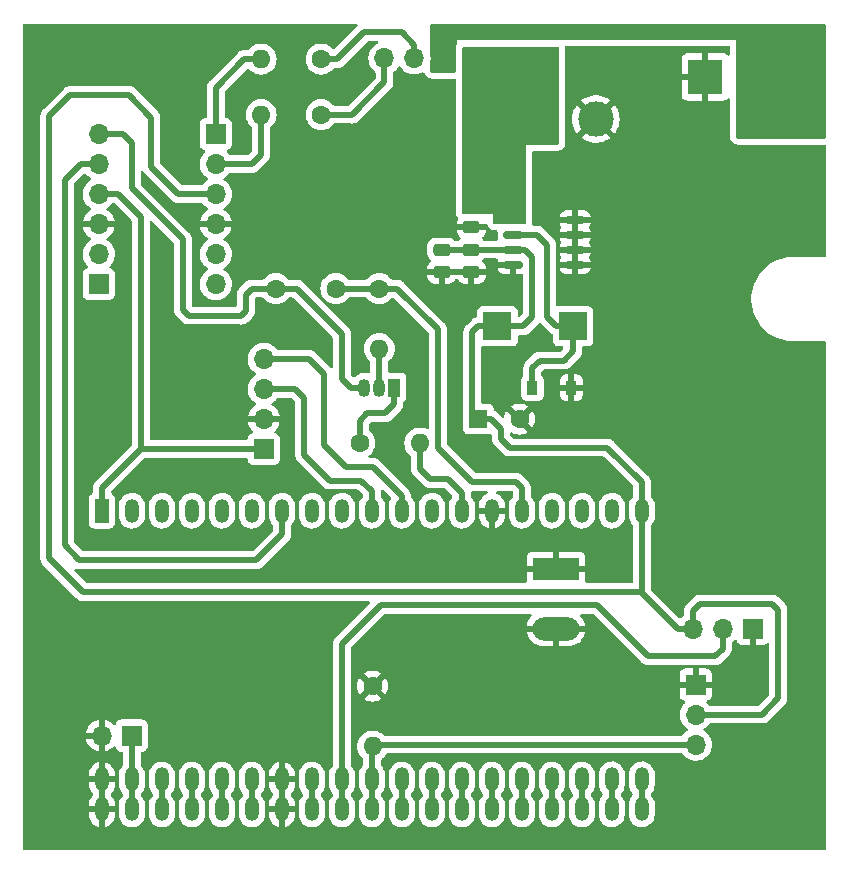
<source format=gbr>
%TF.GenerationSoftware,KiCad,Pcbnew,6.0.6-3a73a75311~116~ubuntu20.04.1*%
%TF.CreationDate,2023-01-20T09:52:42+01:00*%
%TF.ProjectId,base,62617365-2e6b-4696-9361-645f70636258,rev?*%
%TF.SameCoordinates,Original*%
%TF.FileFunction,Copper,L1,Top*%
%TF.FilePolarity,Positive*%
%FSLAX46Y46*%
G04 Gerber Fmt 4.6, Leading zero omitted, Abs format (unit mm)*
G04 Created by KiCad (PCBNEW 6.0.6-3a73a75311~116~ubuntu20.04.1) date 2023-01-20 09:52:42*
%MOMM*%
%LPD*%
G01*
G04 APERTURE LIST*
G04 Aperture macros list*
%AMRoundRect*
0 Rectangle with rounded corners*
0 $1 Rounding radius*
0 $2 $3 $4 $5 $6 $7 $8 $9 X,Y pos of 4 corners*
0 Add a 4 corners polygon primitive as box body*
4,1,4,$2,$3,$4,$5,$6,$7,$8,$9,$2,$3,0*
0 Add four circle primitives for the rounded corners*
1,1,$1+$1,$2,$3*
1,1,$1+$1,$4,$5*
1,1,$1+$1,$6,$7*
1,1,$1+$1,$8,$9*
0 Add four rect primitives between the rounded corners*
20,1,$1+$1,$2,$3,$4,$5,0*
20,1,$1+$1,$4,$5,$6,$7,0*
20,1,$1+$1,$6,$7,$8,$9,0*
20,1,$1+$1,$8,$9,$2,$3,0*%
G04 Aperture macros list end*
%TA.AperFunction,ComponentPad*%
%ADD10C,1.600000*%
%TD*%
%TA.AperFunction,ComponentPad*%
%ADD11O,1.600000X1.600000*%
%TD*%
%TA.AperFunction,ComponentPad*%
%ADD12R,3.960000X1.980000*%
%TD*%
%TA.AperFunction,ComponentPad*%
%ADD13O,3.960000X1.980000*%
%TD*%
%TA.AperFunction,ComponentPad*%
%ADD14R,1.700000X1.700000*%
%TD*%
%TA.AperFunction,ComponentPad*%
%ADD15O,1.700000X1.700000*%
%TD*%
%TA.AperFunction,ComponentPad*%
%ADD16R,1.050000X1.500000*%
%TD*%
%TA.AperFunction,ComponentPad*%
%ADD17O,1.050000X1.500000*%
%TD*%
%TA.AperFunction,SMDPad,CuDef*%
%ADD18RoundRect,0.150000X-0.675000X-0.150000X0.675000X-0.150000X0.675000X0.150000X-0.675000X0.150000X0*%
%TD*%
%TA.AperFunction,SMDPad,CuDef*%
%ADD19RoundRect,0.250000X-0.475000X0.250000X-0.475000X-0.250000X0.475000X-0.250000X0.475000X0.250000X0*%
%TD*%
%TA.AperFunction,ComponentPad*%
%ADD20R,1.600000X1.600000*%
%TD*%
%TA.AperFunction,SMDPad,CuDef*%
%ADD21R,0.900000X1.200000*%
%TD*%
%TA.AperFunction,SMDPad,CuDef*%
%ADD22R,2.400000X2.400000*%
%TD*%
%TA.AperFunction,ComponentPad*%
%ADD23R,1.200000X2.000000*%
%TD*%
%TA.AperFunction,ComponentPad*%
%ADD24O,1.200000X2.000000*%
%TD*%
%TA.AperFunction,ComponentPad*%
%ADD25C,3.000000*%
%TD*%
%TA.AperFunction,ComponentPad*%
%ADD26R,3.000000X3.000000*%
%TD*%
%TA.AperFunction,Conductor*%
%ADD27C,0.500000*%
%TD*%
G04 APERTURE END LIST*
D10*
%TO.P,R1,1*%
%TO.N,GND*%
X100279200Y-102870000D03*
D11*
%TO.P,R1,2*%
%TO.N,CAB_EN*%
X100279200Y-107950000D03*
%TD*%
D12*
%TO.P,J6,1,Pin_1*%
%TO.N,GND*%
X115800000Y-93000000D03*
D13*
%TO.P,J6,2,Pin_2*%
X115800000Y-98000000D03*
%TD*%
D10*
%TO.P,R8,1*%
%TO.N,SEL0*%
X95914000Y-54483000D03*
D11*
%TO.P,R8,2*%
%TO.N,Net-(J2-Pad2)*%
X90834000Y-54483000D03*
%TD*%
D14*
%TO.P,J8,1,Pin_1*%
%TO.N,GND*%
X127635000Y-102743000D03*
D15*
%TO.P,J8,2,Pin_2*%
%TO.N,5V*%
X127635000Y-105283000D03*
%TO.P,J8,3,Pin_3*%
%TO.N,CAB_EN*%
X127635000Y-107823000D03*
%TD*%
D16*
%TO.P,Q1,1,C*%
%TO.N,Net-(Q1-Pad1)*%
X102108000Y-77597000D03*
D17*
%TO.P,Q1,2,B*%
%TO.N,Net-(Q1-Pad2)*%
X100838000Y-77597000D03*
%TO.P,Q1,3,E*%
%TO.N,GDA_L*%
X99568000Y-77597000D03*
%TD*%
D14*
%TO.P,SW1,1,1*%
%TO.N,CAB_RESET*%
X79883000Y-107061000D03*
D15*
%TO.P,SW1,2,2*%
%TO.N,GND*%
X77343000Y-107061000D03*
%TD*%
D10*
%TO.P,R4,1*%
%TO.N,Tx*%
X100838000Y-69215000D03*
D11*
%TO.P,R4,2*%
%TO.N,Net-(Q1-Pad2)*%
X100838000Y-74295000D03*
%TD*%
D18*
%TO.P,U1,5,GND*%
%TO.N,GND*%
X117431349Y-63373000D03*
X117431349Y-64643000D03*
X117431349Y-67183000D03*
X117431349Y-65913000D03*
%TO.P,U1,4,ON/OFF*%
X112181349Y-67183000D03*
%TO.P,U1,3,FB*%
%TO.N,5V*%
X112181349Y-65913000D03*
%TO.P,U1,2,OUT*%
%TO.N,Net-(D1-Pad1)*%
X112181349Y-64643000D03*
%TO.P,U1,1,VIN*%
%TO.N,VBUS*%
X112181349Y-63373000D03*
%TD*%
D14*
%TO.P,U3,1,Pin_1*%
%TO.N,3V3*%
X91059000Y-82804000D03*
D15*
%TO.P,U3,2,Pin_2*%
%TO.N,GND*%
X91059000Y-80264000D03*
%TO.P,U3,3,Pin_3*%
%TO.N,SCL*%
X91059000Y-77724000D03*
%TO.P,U3,4,Pin_4*%
%TO.N,SDA*%
X91059000Y-75184000D03*
%TD*%
D19*
%TO.P,C4,2*%
%TO.N,GND*%
X106130349Y-67812000D03*
%TO.P,C4,1*%
%TO.N,5V*%
X106130349Y-65912000D03*
%TD*%
D14*
%TO.P,J5,1,Pin_1*%
%TO.N,GND*%
X132461000Y-98044000D03*
D15*
%TO.P,J5,2,Pin_2*%
%TO.N,Din*%
X129921000Y-98044000D03*
%TO.P,J5,3,Pin_3*%
%TO.N,5V*%
X127381000Y-98044000D03*
%TD*%
D14*
%TO.P,J1,1,Pin_1*%
%TO.N,VBUS*%
X108900000Y-49730000D03*
D15*
%TO.P,J1,2,Pin_2*%
%TO.N,CAB_GROUND*%
X106360000Y-49730000D03*
%TO.P,J1,3,Pin_3*%
%TO.N,GDA_H*%
X103820000Y-49730000D03*
%TO.P,J1,4,Pin_4*%
%TO.N,SEL0*%
X101280000Y-49730000D03*
%TD*%
D10*
%TO.P,D3,1,K*%
%TO.N,Tx*%
X97155000Y-69215000D03*
%TO.P,D3,2,A*%
%TO.N,GDA_L*%
X92075000Y-69215000D03*
%TD*%
%TO.P,C5,2*%
%TO.N,GND*%
X112720000Y-80264000D03*
D20*
%TO.P,C5,1*%
%TO.N,5V*%
X109220000Y-80264000D03*
%TD*%
D21*
%TO.P,D1,2,A*%
%TO.N,GND*%
X117093000Y-77597000D03*
%TO.P,D1,1,K*%
%TO.N,Net-(D1-Pad1)*%
X113793000Y-77597000D03*
%TD*%
D10*
%TO.P,R7,1*%
%TO.N,GDA_H*%
X95914000Y-49784000D03*
D11*
%TO.P,R7,2*%
%TO.N,Net-(J2-Pad1)*%
X90834000Y-49784000D03*
%TD*%
D10*
%TO.P,R6,1*%
%TO.N,Net-(Q1-Pad1)*%
X99187000Y-82296000D03*
D11*
%TO.P,R6,2*%
%TO.N,Rx*%
X104267000Y-82296000D03*
%TD*%
D22*
%TO.P,L1,2,2*%
%TO.N,5V*%
X110844349Y-72390000D03*
%TO.P,L1,1,1*%
%TO.N,Net-(D1-Pad1)*%
X117244349Y-72390000D03*
%TD*%
D19*
%TO.P,C2,2*%
%TO.N,GND*%
X108630349Y-67812000D03*
%TO.P,C2,1*%
%TO.N,5V*%
X108630349Y-65912000D03*
%TD*%
%TO.P,C3,2*%
%TO.N,GND*%
X108630349Y-64012000D03*
%TO.P,C3,1*%
%TO.N,VBUS*%
X108630349Y-62112000D03*
%TD*%
D14*
%TO.P,J2,1,Pin_1*%
%TO.N,Net-(J2-Pad1)*%
X86995000Y-56134000D03*
D15*
%TO.P,J2,2,Pin_2*%
%TO.N,Net-(J2-Pad2)*%
X86995000Y-58674000D03*
%TO.P,J2,3,Pin_3*%
%TO.N,5V*%
X86995000Y-61214000D03*
%TO.P,J2,4,Pin_4*%
%TO.N,GND*%
X86995000Y-63754000D03*
%TO.P,J2,5,Pin_5*%
%TO.N,unconnected-(J2-Pad5)*%
X86995000Y-66294000D03*
%TO.P,J2,6,Pin_6*%
%TO.N,unconnected-(J2-Pad6)*%
X86995000Y-68834000D03*
%TD*%
D14*
%TO.P,J3,1,Pin_1*%
%TO.N,unconnected-(J3-Pad1)*%
X77089000Y-68834000D03*
D15*
%TO.P,J3,2,Pin_2*%
%TO.N,unconnected-(J3-Pad2)*%
X77089000Y-66294000D03*
%TO.P,J3,3,Pin_3*%
%TO.N,GND*%
X77089000Y-63754000D03*
%TO.P,J3,4,Pin_4*%
%TO.N,3V3*%
X77089000Y-61214000D03*
%TO.P,J3,5,Pin_5*%
%TO.N,LV2*%
X77089000Y-58674000D03*
%TO.P,J3,6,Pin_6*%
%TO.N,GDA_L*%
X77089000Y-56134000D03*
%TD*%
D23*
%TO.P,U2,1,3V3*%
%TO.N,3V3*%
X77353560Y-88023402D03*
D24*
%TO.P,U2,2,3V3*%
%TO.N,unconnected-(U2-Pad2)*%
X79893560Y-88023402D03*
%TO.P,U2,3,CHIP_PU*%
%TO.N,unconnected-(U2-Pad3)*%
X82433560Y-88023402D03*
%TO.P,U2,4,GPIO4/ADC1_CH3*%
%TO.N,unconnected-(U2-Pad4)*%
X84973560Y-88023402D03*
%TO.P,U2,5,GPIO5/ADC1_CH4*%
%TO.N,unconnected-(U2-Pad5)*%
X87513560Y-88023402D03*
%TO.P,U2,6,GPIO6/ADC1_CH5*%
%TO.N,unconnected-(U2-Pad6)*%
X90053560Y-88023402D03*
%TO.P,U2,7,GPIO7/ADC1_CH6*%
%TO.N,LV2*%
X92593560Y-88023402D03*
%TO.P,U2,8,GPIO15/ADC2_CH4/32K_P*%
%TO.N,unconnected-(U2-Pad8)*%
X95133560Y-88023402D03*
%TO.P,U2,9,GPIO16/ADC2_CH5/32K_N*%
%TO.N,unconnected-(U2-Pad9)*%
X97673560Y-88023402D03*
%TO.P,U2,10,GPIO17/ADC2_CH6*%
%TO.N,SCL*%
X100213560Y-88023402D03*
%TO.P,U2,11,GPIO18/ADC2_CH7*%
%TO.N,SDA*%
X102753560Y-88023402D03*
%TO.P,U2,12,GPIO8/ADC1_CH7*%
%TO.N,unconnected-(U2-Pad12)*%
X105293560Y-88023402D03*
%TO.P,U2,13,GPIO3/ADC1_CH2*%
%TO.N,Rx*%
X107833560Y-88023402D03*
%TO.P,U2,14,GPIO46*%
%TO.N,GND*%
X110373560Y-88023402D03*
%TO.P,U2,15,GPIO9/ADC1_CH8*%
%TO.N,Tx*%
X112913560Y-88023402D03*
%TO.P,U2,16,GPIO10/ADC1_CH9*%
%TO.N,unconnected-(U2-Pad16)*%
X115453560Y-88023402D03*
%TO.P,U2,17,GPIO11/ADC2_CH0*%
%TO.N,unconnected-(U2-Pad17)*%
X117993560Y-88023402D03*
%TO.P,U2,18,GPIO12/ADC2_CH1*%
%TO.N,unconnected-(U2-Pad18)*%
X120533560Y-88023402D03*
%TO.P,U2,19,GPIO13/ADC2_CH2*%
%TO.N,5V*%
X123073560Y-88023402D03*
%TO.P,U2,20,GPIO14/ADC2_CH3*%
%TO.N,unconnected-(U2-Pad20)*%
X123070840Y-110769722D03*
X123070840Y-113309723D03*
%TO.P,U2,21,5V*%
%TO.N,unconnected-(U2-Pad21)*%
X120530840Y-110769722D03*
X120530840Y-113309723D03*
%TO.P,U2,22,GND*%
%TO.N,unconnected-(U2-Pad22)*%
X117993560Y-110773402D03*
X117993560Y-113313403D03*
%TO.P,U2,23,GND*%
%TO.N,unconnected-(U2-Pad23)*%
X115453560Y-113313403D03*
X115453560Y-110773402D03*
%TO.P,U2,24,GND*%
%TO.N,unconnected-(U2-Pad24)*%
X112913560Y-110773402D03*
X112913560Y-113313403D03*
%TO.P,U2,25,GPIO19/USB_D-*%
%TO.N,unconnected-(U2-Pad25)*%
X110373560Y-113313403D03*
X110373560Y-110773402D03*
%TO.P,U2,26,GPIO20/USB_D+*%
%TO.N,unconnected-(U2-Pad26)*%
X107833560Y-113313403D03*
X107833560Y-110773402D03*
%TO.P,U2,27,GPIO21*%
%TO.N,unconnected-(U2-Pad27)*%
X105293560Y-113313403D03*
X105293560Y-110773402D03*
%TO.P,U2,28,GPIO47*%
%TO.N,unconnected-(U2-Pad28)*%
X102753560Y-113313403D03*
X102753560Y-110773402D03*
%TO.P,U2,29,GPIO48*%
%TO.N,CAB_EN*%
X100213560Y-110773402D03*
X100213560Y-113313403D03*
%TO.P,U2,30,GPIO45*%
%TO.N,Din*%
X97673560Y-110773402D03*
X97673560Y-113313403D03*
%TO.P,U2,31,GPIO0*%
%TO.N,unconnected-(U2-Pad31)*%
X95133560Y-110773402D03*
X95133560Y-113313403D03*
%TO.P,U2,32,GPIO35*%
%TO.N,GND*%
X92593560Y-113313403D03*
X92593560Y-110773402D03*
%TO.P,U2,33,GPIO36*%
%TO.N,unconnected-(U2-Pad33)*%
X90053560Y-113313403D03*
X90053560Y-110773402D03*
%TO.P,U2,34,GPIO37*%
%TO.N,unconnected-(U2-Pad34)*%
X87513560Y-113313403D03*
X87513560Y-110773402D03*
%TO.P,U2,35,GPIO38*%
%TO.N,unconnected-(U2-Pad35)*%
X84973560Y-110773402D03*
X84973560Y-113313403D03*
%TO.P,U2,36,GPIO39/MTCK*%
%TO.N,unconnected-(U2-Pad36)*%
X82433560Y-113313403D03*
X82433560Y-110773402D03*
%TO.P,U2,37,GPIO40/MTDO*%
%TO.N,CAB_RESET*%
X79893560Y-110773402D03*
X79893560Y-113313403D03*
%TO.P,U2,38,GPIO41/MTDI*%
%TO.N,GND*%
X77353560Y-110773402D03*
X77353560Y-113313403D03*
%TD*%
D25*
%TO.P,J4,2,Pin_2*%
%TO.N,GND*%
X119173000Y-54864000D03*
D26*
%TO.P,J4,1,Pin_1*%
%TO.N,VBUS*%
X114173000Y-54864000D03*
%TD*%
%TO.P,J7,1,Pin_1*%
%TO.N,GND*%
X128452500Y-51288500D03*
D25*
%TO.P,J7,2,Pin_2*%
%TO.N,CAB_GROUND*%
X133452500Y-51288500D03*
%TD*%
D27*
%TO.N,GDA_L*%
X92075000Y-69215000D02*
X93853000Y-69215000D01*
X93853000Y-69215000D02*
X97663000Y-73025000D01*
X97663000Y-73025000D02*
X97663000Y-76835000D01*
X97663000Y-76835000D02*
X98425000Y-77597000D01*
X98425000Y-77597000D02*
X99568000Y-77597000D01*
%TO.N,CAB_EN*%
X127635000Y-107823000D02*
X100965000Y-107823000D01*
X100965000Y-107823000D02*
X100256560Y-108531440D01*
X100256560Y-108531440D02*
X100256560Y-110050000D01*
%TO.N,5V*%
X109220000Y-80264000D02*
X110299500Y-80264000D01*
X110299500Y-80264000D02*
X111125000Y-81089500D01*
X111125000Y-81089500D02*
X111125000Y-81915000D01*
X111125000Y-81915000D02*
X111887000Y-82677000D01*
X111887000Y-82677000D02*
X120142000Y-82677000D01*
X120142000Y-82677000D02*
X123073560Y-85608560D01*
X123073560Y-85608560D02*
X123073560Y-88023402D01*
X108712000Y-72898000D02*
X108712000Y-79756000D01*
X109220000Y-72390000D02*
X108712000Y-72898000D01*
X110844349Y-72390000D02*
X109220000Y-72390000D01*
X108712000Y-79756000D02*
X109220000Y-80264000D01*
X109220000Y-80264000D02*
X108840651Y-80264000D01*
X108840651Y-80264000D02*
X108839000Y-80262349D01*
%TO.N,unconnected-(U2-Pad20)*%
X123070840Y-110769722D02*
X123070840Y-113309723D01*
%TO.N,CAB_RESET*%
X79883000Y-107061000D02*
X79883000Y-110762842D01*
X79883000Y-110762842D02*
X79893560Y-110773402D01*
%TO.N,Tx*%
X100838000Y-69215000D02*
X102362000Y-69215000D01*
X102362000Y-69215000D02*
X105791000Y-72644000D01*
X105791000Y-72644000D02*
X105791000Y-82677000D01*
X112913560Y-86116560D02*
X112913560Y-88023402D01*
X105791000Y-82677000D02*
X108712000Y-85598000D01*
X108712000Y-85598000D02*
X112395000Y-85598000D01*
X112395000Y-85598000D02*
X112913560Y-86116560D01*
%TO.N,Rx*%
X104267000Y-82296000D02*
X104267000Y-84455000D01*
X104267000Y-84455000D02*
X105156000Y-85344000D01*
X107833560Y-86497560D02*
X107833560Y-88023402D01*
X105156000Y-85344000D02*
X106680000Y-85344000D01*
X106680000Y-85344000D02*
X107833560Y-86497560D01*
%TO.N,Net-(D1-Pad1)*%
X117244349Y-72390000D02*
X117244349Y-74525651D01*
X117244349Y-74525651D02*
X116459000Y-75311000D01*
X116459000Y-75311000D02*
X114427000Y-75311000D01*
X114427000Y-75311000D02*
X113793000Y-75945000D01*
X113793000Y-75945000D02*
X113793000Y-77597000D01*
%TO.N,5V*%
X113028349Y-72390000D02*
X110844349Y-72390000D01*
X113028349Y-72390000D02*
X113790349Y-71628000D01*
X113790349Y-71628000D02*
X113790349Y-66548000D01*
X113790349Y-66548000D02*
X113155349Y-65913000D01*
X113155349Y-65913000D02*
X112181349Y-65913000D01*
%TO.N,Din*%
X97673560Y-110773402D02*
X97673560Y-99303440D01*
X97673560Y-99303440D02*
X100965000Y-96012000D01*
X100965000Y-96012000D02*
X119253000Y-96012000D01*
X119253000Y-96012000D02*
X123571000Y-100330000D01*
X123571000Y-100330000D02*
X129286000Y-100330000D01*
X129286000Y-100330000D02*
X129921000Y-99695000D01*
X129921000Y-99695000D02*
X129921000Y-98044000D01*
%TO.N,5V*%
X127381000Y-98044000D02*
X127381000Y-96520000D01*
X134620000Y-96393000D02*
X134620000Y-103886000D01*
X127381000Y-96520000D02*
X128016000Y-95885000D01*
X128016000Y-95885000D02*
X134112000Y-95885000D01*
X134112000Y-95885000D02*
X134620000Y-96393000D01*
X134620000Y-103886000D02*
X133223000Y-105283000D01*
X133223000Y-105283000D02*
X127635000Y-105283000D01*
X127381000Y-98044000D02*
X126111000Y-98044000D01*
X126111000Y-98044000D02*
X123073560Y-95006560D01*
X123073560Y-95006560D02*
X123073560Y-88023402D01*
X123116560Y-90793440D02*
X123063000Y-90847000D01*
X123063000Y-90847000D02*
X123063000Y-94742000D01*
X123063000Y-94742000D02*
X122885000Y-94920000D01*
X79629000Y-52832000D02*
X81534000Y-54737000D01*
X122885000Y-94920000D02*
X75780000Y-94920000D01*
X75780000Y-94920000D02*
X72900000Y-92040000D01*
X72900000Y-92040000D02*
X72900000Y-54608000D01*
X72900000Y-54608000D02*
X74676000Y-52832000D01*
X74676000Y-52832000D02*
X79629000Y-52832000D01*
X81534000Y-54737000D02*
X81534000Y-58928000D01*
X81534000Y-58928000D02*
X83820000Y-61214000D01*
X83820000Y-61214000D02*
X86995000Y-61214000D01*
%TO.N,Net-(Q1-Pad1)*%
X102108000Y-77597000D02*
X102108000Y-78994000D01*
X102108000Y-78994000D02*
X101346000Y-79756000D01*
X101346000Y-79756000D02*
X99822000Y-79756000D01*
X99822000Y-79756000D02*
X99187000Y-80391000D01*
X99187000Y-80391000D02*
X99187000Y-82296000D01*
%TO.N,Net-(Q1-Pad2)*%
X100838000Y-74295000D02*
X100838000Y-77597000D01*
%TO.N,Tx*%
X97155000Y-69215000D02*
X100838000Y-69215000D01*
%TO.N,GDA_L*%
X89154000Y-71501000D02*
X84709000Y-71501000D01*
X89535000Y-71120000D02*
X89154000Y-71501000D01*
X84709000Y-71501000D02*
X84201000Y-70993000D01*
X90043000Y-69215000D02*
X89535000Y-69723000D01*
X84201000Y-65024000D02*
X79883000Y-60706000D01*
X92075000Y-69215000D02*
X90043000Y-69215000D01*
X89535000Y-69723000D02*
X89535000Y-71120000D01*
X84201000Y-70993000D02*
X84201000Y-65024000D01*
X79121000Y-56134000D02*
X77089000Y-56134000D01*
X79883000Y-60706000D02*
X79883000Y-56896000D01*
X79883000Y-56896000D02*
X79121000Y-56134000D01*
%TO.N,SDA*%
X102753560Y-88023402D02*
X102753560Y-86751560D01*
X102753560Y-86751560D02*
X100330000Y-84328000D01*
X100330000Y-84328000D02*
X98044000Y-84328000D01*
X98044000Y-84328000D02*
X96139000Y-82423000D01*
X96139000Y-82423000D02*
X96139000Y-76454000D01*
X96139000Y-76454000D02*
X94869000Y-75184000D01*
X94869000Y-75184000D02*
X91059000Y-75184000D01*
%TO.N,SCL*%
X100213560Y-88023402D02*
X100213560Y-86370560D01*
X100213560Y-86370560D02*
X99314000Y-85471000D01*
X99314000Y-85471000D02*
X96647000Y-85471000D01*
X93726000Y-77724000D02*
X91059000Y-77724000D01*
X96647000Y-85471000D02*
X94488000Y-83312000D01*
X94488000Y-83312000D02*
X94488000Y-78486000D01*
X94488000Y-78486000D02*
X93726000Y-77724000D01*
%TO.N,3V3*%
X77353560Y-88023402D02*
X77353560Y-86095440D01*
X77353560Y-86095440D02*
X80645000Y-82804000D01*
X80645000Y-82804000D02*
X91059000Y-82804000D01*
X78740000Y-61214000D02*
X80645000Y-63119000D01*
X77089000Y-61214000D02*
X78740000Y-61214000D01*
X80645000Y-63119000D02*
X80645000Y-82804000D01*
%TO.N,GND*%
X92593560Y-110773402D02*
X92593560Y-113313403D01*
X77353560Y-110773402D02*
X77353560Y-113313403D01*
%TO.N,5V*%
X106130349Y-65912000D02*
X108630349Y-65912000D01*
X108630349Y-65912000D02*
X112180349Y-65912000D01*
X123063000Y-88012842D02*
X123073560Y-88023402D01*
X112180349Y-65912000D02*
X112181349Y-65913000D01*
X123147349Y-87269211D02*
X123116560Y-87300000D01*
%TO.N,Net-(D1-Pad1)*%
X112181349Y-64643000D02*
X114171349Y-64643000D01*
X116816349Y-72412000D02*
X116794349Y-72390000D01*
X114171349Y-64643000D02*
X115060349Y-65532000D01*
X115060349Y-71628000D02*
X115822349Y-72390000D01*
X115060349Y-65532000D02*
X115060349Y-71628000D01*
X115822349Y-72390000D02*
X116794349Y-72390000D01*
%TO.N,LV2*%
X90424000Y-92202000D02*
X75438000Y-92202000D01*
X75565000Y-58674000D02*
X77089000Y-58674000D01*
X75438000Y-92202000D02*
X74200000Y-90964000D01*
X92636560Y-87300000D02*
X92636560Y-89989440D01*
X74200000Y-90964000D02*
X74200000Y-60039000D01*
X74200000Y-60039000D02*
X75565000Y-58674000D01*
X92636560Y-89989440D02*
X90424000Y-92202000D01*
%TO.N,Net-(J2-Pad1)*%
X86995000Y-56134000D02*
X86995000Y-52197000D01*
X86995000Y-52197000D02*
X89408000Y-49784000D01*
X89408000Y-49784000D02*
X90834000Y-49784000D01*
%TO.N,Net-(J2-Pad2)*%
X86995000Y-58674000D02*
X90043000Y-58674000D01*
X90834000Y-57883000D02*
X90834000Y-54483000D01*
X90043000Y-58674000D02*
X90834000Y-57883000D01*
%TO.N,unconnected-(U2-Pad23)*%
X115453560Y-110773402D02*
X115453560Y-113313403D01*
%TO.N,unconnected-(U2-Pad24)*%
X112913560Y-110773402D02*
X112913560Y-113313403D01*
%TO.N,unconnected-(U2-Pad25)*%
X110373560Y-110773402D02*
X110373560Y-113313403D01*
%TO.N,unconnected-(U2-Pad26)*%
X107833560Y-110773402D02*
X107833560Y-113313403D01*
%TO.N,unconnected-(U2-Pad27)*%
X105293560Y-110773402D02*
X105293560Y-113313403D01*
%TO.N,unconnected-(U2-Pad28)*%
X102753560Y-110773402D02*
X102753560Y-113313403D01*
%TO.N,unconnected-(U2-Pad31)*%
X95133560Y-110773402D02*
X95133560Y-113313403D01*
%TO.N,unconnected-(U2-Pad34)*%
X87513560Y-110773402D02*
X87513560Y-113313403D01*
%TO.N,GDA_H*%
X97282000Y-49784000D02*
X95914000Y-49784000D01*
X102743000Y-47498000D02*
X99568000Y-47498000D01*
X99568000Y-47498000D02*
X97282000Y-49784000D01*
X103820000Y-48575000D02*
X102743000Y-47498000D01*
X103820000Y-49730000D02*
X103820000Y-48575000D01*
%TO.N,SEL0*%
X95914000Y-54483000D02*
X98552000Y-54483000D01*
X101280000Y-51755000D02*
X101280000Y-49730000D01*
X98552000Y-54483000D02*
X101280000Y-51755000D01*
%TO.N,unconnected-(U2-Pad21)*%
X120530840Y-110769722D02*
X120530840Y-113309723D01*
%TO.N,unconnected-(U2-Pad22)*%
X117993560Y-110773402D02*
X117993560Y-113313403D01*
%TO.N,unconnected-(U2-Pad35)*%
X84973560Y-110773402D02*
X84973560Y-113313403D01*
%TO.N,unconnected-(U2-Pad33)*%
X90053560Y-110773402D02*
X90053560Y-113313403D01*
%TO.N,unconnected-(U2-Pad36)*%
X82433560Y-110773402D02*
X82433560Y-113313403D01*
%TO.N,CAB_EN*%
X100213560Y-110773402D02*
X100213560Y-113313403D01*
%TO.N,CAB_RESET*%
X79893560Y-110773402D02*
X79893560Y-113313403D01*
%TO.N,Din*%
X97673560Y-110773402D02*
X97673560Y-113313403D01*
%TD*%
%TA.AperFunction,Conductor*%
%TO.N,GND*%
G36*
X98968750Y-46808502D02*
G01*
X99015243Y-46862158D01*
X99025347Y-46932432D01*
X98995853Y-46997012D01*
X98989724Y-47003595D01*
X97076002Y-48917317D01*
X97013692Y-48951341D01*
X96942877Y-48946277D01*
X96897814Y-48917316D01*
X96758300Y-48777802D01*
X96753792Y-48774645D01*
X96753789Y-48774643D01*
X96657941Y-48707530D01*
X96570749Y-48646477D01*
X96565767Y-48644154D01*
X96565762Y-48644151D01*
X96368225Y-48552039D01*
X96368224Y-48552039D01*
X96363243Y-48549716D01*
X96357935Y-48548294D01*
X96357933Y-48548293D01*
X96147402Y-48491881D01*
X96147400Y-48491881D01*
X96142087Y-48490457D01*
X95914000Y-48470502D01*
X95685913Y-48490457D01*
X95680600Y-48491881D01*
X95680598Y-48491881D01*
X95470067Y-48548293D01*
X95470065Y-48548294D01*
X95464757Y-48549716D01*
X95459776Y-48552039D01*
X95459775Y-48552039D01*
X95262238Y-48644151D01*
X95262233Y-48644154D01*
X95257251Y-48646477D01*
X95170059Y-48707530D01*
X95074211Y-48774643D01*
X95074208Y-48774645D01*
X95069700Y-48777802D01*
X94907802Y-48939700D01*
X94904645Y-48944208D01*
X94904643Y-48944211D01*
X94899651Y-48951341D01*
X94776477Y-49127251D01*
X94774154Y-49132233D01*
X94774151Y-49132238D01*
X94700576Y-49290022D01*
X94679716Y-49334757D01*
X94678294Y-49340065D01*
X94678293Y-49340067D01*
X94621922Y-49550446D01*
X94620457Y-49555913D01*
X94600502Y-49784000D01*
X94620457Y-50012087D01*
X94621881Y-50017400D01*
X94621881Y-50017402D01*
X94652748Y-50132596D01*
X94679716Y-50233243D01*
X94682039Y-50238224D01*
X94682039Y-50238225D01*
X94774151Y-50435762D01*
X94774154Y-50435767D01*
X94776477Y-50440749D01*
X94845266Y-50538990D01*
X94902765Y-50621106D01*
X94907802Y-50628300D01*
X95069700Y-50790198D01*
X95074208Y-50793355D01*
X95074211Y-50793357D01*
X95112337Y-50820053D01*
X95257251Y-50921523D01*
X95262233Y-50923846D01*
X95262238Y-50923849D01*
X95418892Y-50996897D01*
X95464757Y-51018284D01*
X95470065Y-51019706D01*
X95470067Y-51019707D01*
X95680598Y-51076119D01*
X95680600Y-51076119D01*
X95685913Y-51077543D01*
X95914000Y-51097498D01*
X96142087Y-51077543D01*
X96147400Y-51076119D01*
X96147402Y-51076119D01*
X96357933Y-51019707D01*
X96357935Y-51019706D01*
X96363243Y-51018284D01*
X96409108Y-50996897D01*
X96565762Y-50923849D01*
X96565767Y-50923846D01*
X96570749Y-50921523D01*
X96715663Y-50820053D01*
X96753789Y-50793357D01*
X96753792Y-50793355D01*
X96758300Y-50790198D01*
X96920198Y-50628300D01*
X96942655Y-50596229D01*
X96998110Y-50551901D01*
X97045867Y-50542500D01*
X97214930Y-50542500D01*
X97233880Y-50543933D01*
X97248115Y-50546099D01*
X97248119Y-50546099D01*
X97255349Y-50547199D01*
X97262641Y-50546606D01*
X97262644Y-50546606D01*
X97308018Y-50542915D01*
X97318233Y-50542500D01*
X97326293Y-50542500D01*
X97339583Y-50540951D01*
X97354507Y-50539211D01*
X97358882Y-50538778D01*
X97424339Y-50533454D01*
X97424342Y-50533453D01*
X97431637Y-50532860D01*
X97438601Y-50530604D01*
X97444560Y-50529413D01*
X97450415Y-50528029D01*
X97457681Y-50527182D01*
X97526327Y-50502265D01*
X97530455Y-50500848D01*
X97592936Y-50480607D01*
X97592938Y-50480606D01*
X97599899Y-50478351D01*
X97606154Y-50474555D01*
X97611628Y-50472049D01*
X97617058Y-50469330D01*
X97623937Y-50466833D01*
X97656846Y-50445257D01*
X97684976Y-50426814D01*
X97688680Y-50424477D01*
X97751107Y-50386595D01*
X97759484Y-50379197D01*
X97759508Y-50379224D01*
X97762500Y-50376571D01*
X97765733Y-50373868D01*
X97771852Y-50369856D01*
X97825128Y-50313617D01*
X97827506Y-50311175D01*
X99845276Y-48293405D01*
X99907588Y-48259379D01*
X99934371Y-48256500D01*
X100653416Y-48256500D01*
X100721537Y-48276502D01*
X100768030Y-48330158D01*
X100778134Y-48400432D01*
X100748640Y-48465012D01*
X100711596Y-48494263D01*
X100600610Y-48552039D01*
X100553607Y-48576507D01*
X100549474Y-48579610D01*
X100549471Y-48579612D01*
X100386174Y-48702219D01*
X100374965Y-48710635D01*
X100220629Y-48872138D01*
X100217720Y-48876403D01*
X100217714Y-48876411D01*
X100171464Y-48944211D01*
X100094743Y-49056680D01*
X100074093Y-49101167D01*
X100002973Y-49254383D01*
X100000688Y-49259305D01*
X99940989Y-49474570D01*
X99917251Y-49696695D01*
X99917548Y-49701848D01*
X99917548Y-49701851D01*
X99929812Y-49914547D01*
X99930110Y-49919715D01*
X99931247Y-49924761D01*
X99931248Y-49924767D01*
X99949692Y-50006607D01*
X99979222Y-50137639D01*
X100063266Y-50344616D01*
X100112199Y-50424467D01*
X100177291Y-50530688D01*
X100179987Y-50535088D01*
X100326250Y-50703938D01*
X100475985Y-50828250D01*
X100515620Y-50887152D01*
X100521500Y-50925194D01*
X100521500Y-51388629D01*
X100501498Y-51456750D01*
X100484595Y-51477724D01*
X98274724Y-53687595D01*
X98212412Y-53721621D01*
X98185629Y-53724500D01*
X97045867Y-53724500D01*
X96977746Y-53704498D01*
X96942655Y-53670772D01*
X96920198Y-53638700D01*
X96758300Y-53476802D01*
X96753792Y-53473645D01*
X96753789Y-53473643D01*
X96675611Y-53418902D01*
X96570749Y-53345477D01*
X96565767Y-53343154D01*
X96565762Y-53343151D01*
X96368225Y-53251039D01*
X96368224Y-53251039D01*
X96363243Y-53248716D01*
X96357935Y-53247294D01*
X96357933Y-53247293D01*
X96147402Y-53190881D01*
X96147400Y-53190881D01*
X96142087Y-53189457D01*
X95914000Y-53169502D01*
X95685913Y-53189457D01*
X95680600Y-53190881D01*
X95680598Y-53190881D01*
X95470067Y-53247293D01*
X95470065Y-53247294D01*
X95464757Y-53248716D01*
X95459776Y-53251039D01*
X95459775Y-53251039D01*
X95262238Y-53343151D01*
X95262233Y-53343154D01*
X95257251Y-53345477D01*
X95152389Y-53418902D01*
X95074211Y-53473643D01*
X95074208Y-53473645D01*
X95069700Y-53476802D01*
X94907802Y-53638700D01*
X94776477Y-53826251D01*
X94774154Y-53831233D01*
X94774151Y-53831238D01*
X94684158Y-54024230D01*
X94679716Y-54033757D01*
X94678294Y-54039065D01*
X94678293Y-54039067D01*
X94621881Y-54249598D01*
X94620457Y-54254913D01*
X94600502Y-54483000D01*
X94620457Y-54711087D01*
X94621881Y-54716400D01*
X94621881Y-54716402D01*
X94675192Y-54915358D01*
X94679716Y-54932243D01*
X94682039Y-54937224D01*
X94682039Y-54937225D01*
X94774151Y-55134762D01*
X94774154Y-55134767D01*
X94776477Y-55139749D01*
X94845421Y-55238211D01*
X94901249Y-55317941D01*
X94907802Y-55327300D01*
X95069700Y-55489198D01*
X95074208Y-55492355D01*
X95074211Y-55492357D01*
X95083223Y-55498667D01*
X95257251Y-55620523D01*
X95262233Y-55622846D01*
X95262238Y-55622849D01*
X95359703Y-55668297D01*
X95464757Y-55717284D01*
X95470065Y-55718706D01*
X95470067Y-55718707D01*
X95680598Y-55775119D01*
X95680600Y-55775119D01*
X95685913Y-55776543D01*
X95914000Y-55796498D01*
X96142087Y-55776543D01*
X96147400Y-55775119D01*
X96147402Y-55775119D01*
X96357933Y-55718707D01*
X96357935Y-55718706D01*
X96363243Y-55717284D01*
X96468297Y-55668297D01*
X96565762Y-55622849D01*
X96565767Y-55622846D01*
X96570749Y-55620523D01*
X96744777Y-55498667D01*
X96753789Y-55492357D01*
X96753792Y-55492355D01*
X96758300Y-55489198D01*
X96920198Y-55327300D01*
X96942655Y-55295229D01*
X96998110Y-55250901D01*
X97045867Y-55241500D01*
X98484930Y-55241500D01*
X98503880Y-55242933D01*
X98518115Y-55245099D01*
X98518119Y-55245099D01*
X98525349Y-55246199D01*
X98532641Y-55245606D01*
X98532644Y-55245606D01*
X98578018Y-55241915D01*
X98588233Y-55241500D01*
X98596293Y-55241500D01*
X98615310Y-55239283D01*
X98624507Y-55238211D01*
X98628882Y-55237778D01*
X98694339Y-55232454D01*
X98694342Y-55232453D01*
X98701637Y-55231860D01*
X98708601Y-55229604D01*
X98714560Y-55228413D01*
X98720415Y-55227029D01*
X98727681Y-55226182D01*
X98796327Y-55201265D01*
X98800455Y-55199848D01*
X98862936Y-55179607D01*
X98862938Y-55179606D01*
X98869899Y-55177351D01*
X98876154Y-55173555D01*
X98881628Y-55171049D01*
X98887058Y-55168330D01*
X98893937Y-55165833D01*
X98932012Y-55140870D01*
X98954976Y-55125814D01*
X98958680Y-55123477D01*
X99021107Y-55085595D01*
X99029484Y-55078197D01*
X99029508Y-55078224D01*
X99032500Y-55075571D01*
X99035733Y-55072868D01*
X99041852Y-55068856D01*
X99095128Y-55012617D01*
X99097506Y-55010175D01*
X101768911Y-52338770D01*
X101783323Y-52326384D01*
X101794918Y-52317851D01*
X101794923Y-52317846D01*
X101800818Y-52313508D01*
X101805557Y-52307930D01*
X101805560Y-52307927D01*
X101835035Y-52273232D01*
X101841965Y-52265716D01*
X101847661Y-52260020D01*
X101849924Y-52257159D01*
X101849929Y-52257154D01*
X101865285Y-52237744D01*
X101868074Y-52234342D01*
X101910596Y-52184291D01*
X101910597Y-52184290D01*
X101915333Y-52178715D01*
X101918661Y-52172198D01*
X101922027Y-52167150D01*
X101925190Y-52162028D01*
X101929735Y-52156284D01*
X101960664Y-52090105D01*
X101962563Y-52086221D01*
X101995769Y-52021192D01*
X101997510Y-52014077D01*
X101999613Y-52008422D01*
X102001522Y-52002683D01*
X102004622Y-51996050D01*
X102019491Y-51924565D01*
X102020461Y-51920282D01*
X102037808Y-51849390D01*
X102038500Y-51838236D01*
X102038535Y-51838238D01*
X102038775Y-51834266D01*
X102039152Y-51830045D01*
X102040641Y-51822885D01*
X102038546Y-51745458D01*
X102038500Y-51742050D01*
X102038500Y-50922632D01*
X102058502Y-50854511D01*
X102091331Y-50820054D01*
X102159860Y-50771173D01*
X102318096Y-50613489D01*
X102369107Y-50542500D01*
X102448453Y-50432077D01*
X102449776Y-50433028D01*
X102496645Y-50389857D01*
X102566580Y-50377625D01*
X102632026Y-50405144D01*
X102659875Y-50436994D01*
X102719987Y-50535088D01*
X102866250Y-50703938D01*
X103038126Y-50846632D01*
X103231000Y-50959338D01*
X103439692Y-51039030D01*
X103444760Y-51040061D01*
X103444763Y-51040062D01*
X103552017Y-51061883D01*
X103658597Y-51083567D01*
X103663772Y-51083757D01*
X103663774Y-51083757D01*
X103876673Y-51091564D01*
X103876677Y-51091564D01*
X103881837Y-51091753D01*
X103886957Y-51091097D01*
X103886959Y-51091097D01*
X104098288Y-51064025D01*
X104098289Y-51064025D01*
X104103416Y-51063368D01*
X104117369Y-51059182D01*
X104312429Y-51000661D01*
X104312434Y-51000659D01*
X104317384Y-50999174D01*
X104497840Y-50910770D01*
X104567811Y-50898763D01*
X104633169Y-50926493D01*
X104672822Y-50984130D01*
X104683558Y-51016385D01*
X104700290Y-51066657D01*
X104779308Y-51189612D01*
X104825801Y-51243268D01*
X104829194Y-51246208D01*
X104929450Y-51333081D01*
X104929453Y-51333083D01*
X104936261Y-51338982D01*
X105069210Y-51399698D01*
X105092964Y-51406673D01*
X105133008Y-51418431D01*
X105133012Y-51418432D01*
X105137331Y-51419700D01*
X105141780Y-51420340D01*
X105141786Y-51420341D01*
X105277553Y-51439861D01*
X105277558Y-51439861D01*
X105282000Y-51440500D01*
X107183500Y-51440500D01*
X107251621Y-51460502D01*
X107298114Y-51514158D01*
X107309500Y-51566500D01*
X107309500Y-62739000D01*
X107309860Y-62742346D01*
X107309860Y-62742351D01*
X107311136Y-62754215D01*
X107321234Y-62848149D01*
X107332620Y-62900491D01*
X107367290Y-63004657D01*
X107446308Y-63127612D01*
X107492801Y-63181268D01*
X107496619Y-63184576D01*
X107496720Y-63184734D01*
X107499384Y-63187398D01*
X107498805Y-63187977D01*
X107535000Y-63244302D01*
X107534998Y-63315299D01*
X107521363Y-63345914D01*
X107467533Y-63433243D01*
X107461386Y-63446424D01*
X107410211Y-63600710D01*
X107407344Y-63614086D01*
X107397677Y-63708438D01*
X107397349Y-63714855D01*
X107397349Y-63739885D01*
X107401824Y-63755124D01*
X107403214Y-63756329D01*
X107410897Y-63758000D01*
X109845231Y-63758000D01*
X109859671Y-63753760D01*
X109930668Y-63753760D01*
X109990394Y-63792143D01*
X110014722Y-63834865D01*
X110031473Y-63885192D01*
X110034290Y-63893657D01*
X110113308Y-64016612D01*
X110116250Y-64020007D01*
X110116252Y-64020010D01*
X110130833Y-64036837D01*
X110159801Y-64070268D01*
X110163194Y-64073208D01*
X110263450Y-64160081D01*
X110263453Y-64160083D01*
X110270261Y-64165982D01*
X110403210Y-64226698D01*
X110426964Y-64233673D01*
X110467008Y-64245431D01*
X110467012Y-64245432D01*
X110471331Y-64246700D01*
X110475780Y-64247340D01*
X110475786Y-64247341D01*
X110611553Y-64266861D01*
X110611558Y-64266861D01*
X110616000Y-64267500D01*
X110724056Y-64267500D01*
X110792177Y-64287502D01*
X110838670Y-64341158D01*
X110849668Y-64403386D01*
X110849053Y-64411206D01*
X110847849Y-64426498D01*
X110847849Y-64859502D01*
X110848042Y-64861950D01*
X110848042Y-64861958D01*
X110849019Y-64874363D01*
X110850787Y-64896831D01*
X110852580Y-64903003D01*
X110852581Y-64903008D01*
X110866015Y-64949248D01*
X110876837Y-64986494D01*
X110878537Y-64992347D01*
X110878334Y-65063343D01*
X110839780Y-65122960D01*
X110775115Y-65152268D01*
X110757540Y-65153500D01*
X109721742Y-65153500D01*
X109653621Y-65133498D01*
X109632724Y-65116673D01*
X109583834Y-65067868D01*
X109578652Y-65062695D01*
X109574114Y-65059898D01*
X109533525Y-65002647D01*
X109530295Y-64931724D01*
X109565921Y-64870313D01*
X109574417Y-64862938D01*
X109584556Y-64854902D01*
X109699088Y-64740171D01*
X109708100Y-64728760D01*
X109793165Y-64590757D01*
X109799312Y-64577576D01*
X109850487Y-64423290D01*
X109853354Y-64409914D01*
X109863021Y-64315562D01*
X109863349Y-64309146D01*
X109863349Y-64284115D01*
X109858874Y-64268876D01*
X109857484Y-64267671D01*
X109849801Y-64266000D01*
X107415465Y-64266000D01*
X107400226Y-64270475D01*
X107399021Y-64271865D01*
X107397350Y-64279548D01*
X107397350Y-64309095D01*
X107397687Y-64315614D01*
X107407606Y-64411206D01*
X107410498Y-64424600D01*
X107461937Y-64578784D01*
X107468110Y-64591962D01*
X107553412Y-64729807D01*
X107562448Y-64741208D01*
X107677177Y-64855738D01*
X107686111Y-64862794D01*
X107727172Y-64920712D01*
X107730402Y-64991635D01*
X107694775Y-65053046D01*
X107686942Y-65059846D01*
X107681001Y-65063522D01*
X107675828Y-65068704D01*
X107628097Y-65116518D01*
X107565814Y-65150597D01*
X107538924Y-65153500D01*
X107221742Y-65153500D01*
X107153621Y-65133498D01*
X107132724Y-65116673D01*
X107083832Y-65067866D01*
X107078652Y-65062695D01*
X107068766Y-65056601D01*
X106934317Y-64973725D01*
X106934315Y-64973724D01*
X106928087Y-64969885D01*
X106820394Y-64934165D01*
X106766738Y-64916368D01*
X106766736Y-64916368D01*
X106760210Y-64914203D01*
X106753374Y-64913503D01*
X106753371Y-64913502D01*
X106708170Y-64908871D01*
X106655749Y-64903500D01*
X105604949Y-64903500D01*
X105601703Y-64903837D01*
X105601699Y-64903837D01*
X105506041Y-64913762D01*
X105506037Y-64913763D01*
X105499183Y-64914474D01*
X105492647Y-64916655D01*
X105492645Y-64916655D01*
X105440162Y-64934165D01*
X105331403Y-64970450D01*
X105181001Y-65063522D01*
X105056044Y-65188697D01*
X105052204Y-65194927D01*
X105052203Y-65194928D01*
X104991228Y-65293848D01*
X104963234Y-65339262D01*
X104953217Y-65369463D01*
X104915205Y-65484067D01*
X104907552Y-65507139D01*
X104896849Y-65611600D01*
X104896849Y-66212400D01*
X104897186Y-66215646D01*
X104897186Y-66215650D01*
X104905665Y-66297365D01*
X104907823Y-66318166D01*
X104963799Y-66485946D01*
X105056871Y-66636348D01*
X105182046Y-66761305D01*
X105186584Y-66764102D01*
X105227173Y-66821353D01*
X105230403Y-66892276D01*
X105194777Y-66953687D01*
X105186281Y-66961062D01*
X105176142Y-66969098D01*
X105061610Y-67083829D01*
X105052598Y-67095240D01*
X104967533Y-67233243D01*
X104961386Y-67246424D01*
X104910211Y-67400710D01*
X104907344Y-67414086D01*
X104897677Y-67508438D01*
X104897349Y-67514855D01*
X104897349Y-67539885D01*
X104901824Y-67555124D01*
X104903214Y-67556329D01*
X104910897Y-67558000D01*
X107363348Y-67558000D01*
X107363348Y-67558104D01*
X107404603Y-67556631D01*
X107410896Y-67558000D01*
X109845233Y-67558000D01*
X109860472Y-67553525D01*
X109861677Y-67552135D01*
X109863348Y-67544452D01*
X109863348Y-67514905D01*
X109863011Y-67508386D01*
X109856835Y-67448871D01*
X110854805Y-67448871D01*
X110895456Y-67588790D01*
X110901701Y-67603221D01*
X110978260Y-67732678D01*
X110987900Y-67745104D01*
X111094245Y-67851449D01*
X111106671Y-67861089D01*
X111236128Y-67937648D01*
X111250559Y-67943893D01*
X111396414Y-67986269D01*
X111409016Y-67988570D01*
X111437433Y-67990807D01*
X111442363Y-67991000D01*
X111909234Y-67991000D01*
X111924473Y-67986525D01*
X111925678Y-67985135D01*
X111927349Y-67977452D01*
X111927349Y-67455115D01*
X111922874Y-67439876D01*
X111921484Y-67438671D01*
X111913801Y-67437000D01*
X110869471Y-67437000D01*
X110855940Y-67440973D01*
X110854805Y-67448871D01*
X109856835Y-67448871D01*
X109853092Y-67412794D01*
X109850200Y-67399400D01*
X109798761Y-67245216D01*
X109792588Y-67232038D01*
X109707286Y-67094193D01*
X109698250Y-67082792D01*
X109583521Y-66968262D01*
X109574587Y-66961206D01*
X109533526Y-66903288D01*
X109530296Y-66832365D01*
X109565923Y-66770954D01*
X109573756Y-66764154D01*
X109579697Y-66760478D01*
X109632601Y-66707482D01*
X109694884Y-66673403D01*
X109721774Y-66670500D01*
X110758641Y-66670500D01*
X110826762Y-66690502D01*
X110873255Y-66744158D01*
X110883359Y-66814432D01*
X110879638Y-66831653D01*
X110856410Y-66911604D01*
X110856450Y-66925706D01*
X110863719Y-66929000D01*
X112309349Y-66929000D01*
X112377470Y-66949002D01*
X112423963Y-67002658D01*
X112435349Y-67055000D01*
X112435349Y-67972884D01*
X112439824Y-67988123D01*
X112441214Y-67989328D01*
X112448897Y-67990999D01*
X112905849Y-67990999D01*
X112973970Y-68011001D01*
X113020463Y-68064657D01*
X113031849Y-68116999D01*
X113031849Y-71261629D01*
X113011847Y-71329750D01*
X112994944Y-71350724D01*
X112767944Y-71577724D01*
X112705632Y-71611750D01*
X112634817Y-71606685D01*
X112577981Y-71564138D01*
X112553170Y-71497618D01*
X112552849Y-71488629D01*
X112552849Y-71141866D01*
X112546094Y-71079684D01*
X112494964Y-70943295D01*
X112407610Y-70826739D01*
X112291054Y-70739385D01*
X112154665Y-70688255D01*
X112092483Y-70681500D01*
X109596215Y-70681500D01*
X109534033Y-70688255D01*
X109397644Y-70739385D01*
X109281088Y-70826739D01*
X109193734Y-70943295D01*
X109142604Y-71079684D01*
X109135849Y-71141866D01*
X109135849Y-71526365D01*
X109115847Y-71594486D01*
X109062191Y-71640979D01*
X109045587Y-71646670D01*
X109044319Y-71646818D01*
X108975673Y-71671735D01*
X108971545Y-71673152D01*
X108909064Y-71693393D01*
X108909062Y-71693394D01*
X108902101Y-71695649D01*
X108895846Y-71699445D01*
X108890372Y-71701951D01*
X108884942Y-71704670D01*
X108878063Y-71707167D01*
X108817016Y-71747191D01*
X108813327Y-71749518D01*
X108793564Y-71761511D01*
X108755693Y-71784491D01*
X108755688Y-71784495D01*
X108750892Y-71787405D01*
X108742516Y-71794803D01*
X108742493Y-71794777D01*
X108739503Y-71797426D01*
X108736264Y-71800134D01*
X108730148Y-71804144D01*
X108725121Y-71809451D01*
X108725117Y-71809454D01*
X108676872Y-71860383D01*
X108674494Y-71862825D01*
X108223089Y-72314230D01*
X108208677Y-72326616D01*
X108197082Y-72335149D01*
X108197077Y-72335154D01*
X108191182Y-72339492D01*
X108186443Y-72345070D01*
X108186440Y-72345073D01*
X108156965Y-72379768D01*
X108150035Y-72387284D01*
X108144340Y-72392979D01*
X108142060Y-72395861D01*
X108126719Y-72415251D01*
X108123928Y-72418655D01*
X108081409Y-72468703D01*
X108076667Y-72474285D01*
X108073339Y-72480801D01*
X108069972Y-72485850D01*
X108066805Y-72490979D01*
X108062266Y-72496716D01*
X108031345Y-72562875D01*
X108029442Y-72566769D01*
X107996231Y-72631808D01*
X107994492Y-72638916D01*
X107992393Y-72644559D01*
X107990476Y-72650322D01*
X107987378Y-72656950D01*
X107978104Y-72701539D01*
X107972514Y-72728412D01*
X107971544Y-72732696D01*
X107954192Y-72803610D01*
X107953500Y-72814764D01*
X107953464Y-72814762D01*
X107953225Y-72818755D01*
X107952851Y-72822947D01*
X107951360Y-72830115D01*
X107952584Y-72875364D01*
X107953454Y-72907521D01*
X107953500Y-72910928D01*
X107953500Y-79236827D01*
X107945482Y-79281056D01*
X107921029Y-79346285D01*
X107918255Y-79353684D01*
X107917402Y-79361532D01*
X107917402Y-79361534D01*
X107913736Y-79395284D01*
X107911500Y-79415866D01*
X107911500Y-81112134D01*
X107918255Y-81174316D01*
X107969385Y-81310705D01*
X108056739Y-81427261D01*
X108173295Y-81514615D01*
X108309684Y-81565745D01*
X108371866Y-81572500D01*
X110068134Y-81572500D01*
X110130316Y-81565745D01*
X110137712Y-81562973D01*
X110137718Y-81562971D01*
X110196271Y-81541020D01*
X110267078Y-81535837D01*
X110329447Y-81569758D01*
X110363576Y-81632013D01*
X110366500Y-81659002D01*
X110366500Y-81847930D01*
X110365067Y-81866880D01*
X110361801Y-81888349D01*
X110362394Y-81895641D01*
X110362394Y-81895644D01*
X110366085Y-81941018D01*
X110366500Y-81951233D01*
X110366500Y-81959293D01*
X110366925Y-81962937D01*
X110369789Y-81987507D01*
X110370222Y-81991882D01*
X110375489Y-82056629D01*
X110376140Y-82064637D01*
X110378396Y-82071601D01*
X110379587Y-82077560D01*
X110380971Y-82083415D01*
X110381818Y-82090681D01*
X110406735Y-82159327D01*
X110408152Y-82163455D01*
X110411464Y-82173677D01*
X110430649Y-82232899D01*
X110434445Y-82239154D01*
X110436951Y-82244628D01*
X110439670Y-82250058D01*
X110442167Y-82256937D01*
X110446180Y-82263057D01*
X110446180Y-82263058D01*
X110482186Y-82317976D01*
X110484523Y-82321680D01*
X110522405Y-82384107D01*
X110526121Y-82388315D01*
X110526122Y-82388316D01*
X110529803Y-82392484D01*
X110529776Y-82392508D01*
X110532429Y-82395500D01*
X110535132Y-82398733D01*
X110539144Y-82404852D01*
X110544456Y-82409884D01*
X110595383Y-82458128D01*
X110597825Y-82460506D01*
X111303230Y-83165911D01*
X111315616Y-83180323D01*
X111324149Y-83191918D01*
X111324154Y-83191923D01*
X111328492Y-83197818D01*
X111334070Y-83202557D01*
X111334073Y-83202560D01*
X111368768Y-83232035D01*
X111376284Y-83238965D01*
X111381980Y-83244661D01*
X111384841Y-83246924D01*
X111384846Y-83246929D01*
X111404266Y-83262293D01*
X111407667Y-83265082D01*
X111463285Y-83312333D01*
X111469798Y-83315659D01*
X111474837Y-83319020D01*
X111479979Y-83322196D01*
X111485716Y-83326734D01*
X111551875Y-83357655D01*
X111555769Y-83359558D01*
X111620808Y-83392769D01*
X111627917Y-83394508D01*
X111633551Y-83396604D01*
X111639321Y-83398523D01*
X111645950Y-83401622D01*
X111653113Y-83403112D01*
X111653116Y-83403113D01*
X111703830Y-83413661D01*
X111717435Y-83416491D01*
X111721701Y-83417457D01*
X111792610Y-83434808D01*
X111798212Y-83435156D01*
X111798215Y-83435156D01*
X111803764Y-83435500D01*
X111803762Y-83435535D01*
X111807734Y-83435775D01*
X111811955Y-83436152D01*
X111819115Y-83437641D01*
X111896542Y-83435546D01*
X111899950Y-83435500D01*
X119775629Y-83435500D01*
X119843750Y-83455502D01*
X119864724Y-83472405D01*
X122278155Y-85885836D01*
X122312181Y-85948148D01*
X122315060Y-85974931D01*
X122315060Y-86762136D01*
X122295058Y-86830257D01*
X122280083Y-86849260D01*
X122199679Y-86933252D01*
X122084940Y-87110950D01*
X122005874Y-87307139D01*
X121965332Y-87514739D01*
X121965060Y-87520301D01*
X121965060Y-88476248D01*
X121980108Y-88633968D01*
X122039652Y-88836936D01*
X122042396Y-88842263D01*
X122042396Y-88842264D01*
X122133617Y-89019380D01*
X122136502Y-89024982D01*
X122267164Y-89191322D01*
X122271695Y-89195254D01*
X122275830Y-89199596D01*
X122274978Y-89200408D01*
X122309981Y-89254959D01*
X122315060Y-89290372D01*
X122315060Y-90697091D01*
X122311449Y-90727039D01*
X122305192Y-90752610D01*
X122304500Y-90763764D01*
X122304464Y-90763762D01*
X122304225Y-90767755D01*
X122303851Y-90771947D01*
X122302360Y-90779115D01*
X122302558Y-90786432D01*
X122304454Y-90856521D01*
X122304500Y-90859928D01*
X122304500Y-94035500D01*
X122284498Y-94103621D01*
X122230842Y-94150114D01*
X122178500Y-94161500D01*
X118414000Y-94161500D01*
X118345879Y-94141498D01*
X118299386Y-94087842D01*
X118288000Y-94035500D01*
X118288000Y-93272115D01*
X118283525Y-93256876D01*
X118282135Y-93255671D01*
X118274452Y-93254000D01*
X113330116Y-93254000D01*
X113314877Y-93258475D01*
X113313672Y-93259865D01*
X113312001Y-93267548D01*
X113312001Y-94035500D01*
X113291999Y-94103621D01*
X113238343Y-94150114D01*
X113186001Y-94161500D01*
X76146371Y-94161500D01*
X76078250Y-94141498D01*
X76057276Y-94124595D01*
X75066554Y-93133873D01*
X75032528Y-93071561D01*
X75037593Y-93000746D01*
X75080140Y-92943910D01*
X75146660Y-92919099D01*
X75193412Y-92924968D01*
X75196950Y-92926622D01*
X75204115Y-92928112D01*
X75204117Y-92928113D01*
X75268412Y-92941486D01*
X75272696Y-92942456D01*
X75343610Y-92959808D01*
X75349212Y-92960156D01*
X75349215Y-92960156D01*
X75354764Y-92960500D01*
X75354762Y-92960536D01*
X75358755Y-92960775D01*
X75362947Y-92961149D01*
X75370115Y-92962640D01*
X75447520Y-92960546D01*
X75450928Y-92960500D01*
X90356930Y-92960500D01*
X90375880Y-92961933D01*
X90390115Y-92964099D01*
X90390119Y-92964099D01*
X90397349Y-92965199D01*
X90404641Y-92964606D01*
X90404644Y-92964606D01*
X90450018Y-92960915D01*
X90460233Y-92960500D01*
X90468293Y-92960500D01*
X90485680Y-92958473D01*
X90496507Y-92957211D01*
X90500882Y-92956778D01*
X90566339Y-92951454D01*
X90566342Y-92951453D01*
X90573637Y-92950860D01*
X90580601Y-92948604D01*
X90586560Y-92947413D01*
X90592415Y-92946029D01*
X90599681Y-92945182D01*
X90668327Y-92920265D01*
X90672455Y-92918848D01*
X90734936Y-92898607D01*
X90734938Y-92898606D01*
X90741899Y-92896351D01*
X90748154Y-92892555D01*
X90753628Y-92890049D01*
X90759058Y-92887330D01*
X90765937Y-92884833D01*
X90826976Y-92844814D01*
X90830680Y-92842477D01*
X90893107Y-92804595D01*
X90901484Y-92797197D01*
X90901508Y-92797224D01*
X90904500Y-92794571D01*
X90907733Y-92791868D01*
X90913852Y-92787856D01*
X90967128Y-92731617D01*
X90969506Y-92729175D01*
X90970796Y-92727885D01*
X113312000Y-92727885D01*
X113316475Y-92743124D01*
X113317865Y-92744329D01*
X113325548Y-92746000D01*
X115527885Y-92746000D01*
X115543124Y-92741525D01*
X115544329Y-92740135D01*
X115546000Y-92732452D01*
X115546000Y-92727885D01*
X116054000Y-92727885D01*
X116058475Y-92743124D01*
X116059865Y-92744329D01*
X116067548Y-92746000D01*
X118269884Y-92746000D01*
X118285123Y-92741525D01*
X118286328Y-92740135D01*
X118287999Y-92732452D01*
X118287999Y-91965331D01*
X118287629Y-91958510D01*
X118282105Y-91907648D01*
X118278479Y-91892396D01*
X118233324Y-91771946D01*
X118224786Y-91756351D01*
X118148285Y-91654276D01*
X118135724Y-91641715D01*
X118033649Y-91565214D01*
X118018054Y-91556676D01*
X117897606Y-91511522D01*
X117882351Y-91507895D01*
X117831486Y-91502369D01*
X117824672Y-91502000D01*
X116072115Y-91502000D01*
X116056876Y-91506475D01*
X116055671Y-91507865D01*
X116054000Y-91515548D01*
X116054000Y-92727885D01*
X115546000Y-92727885D01*
X115546000Y-91520116D01*
X115541525Y-91504877D01*
X115540135Y-91503672D01*
X115532452Y-91502001D01*
X113775331Y-91502001D01*
X113768510Y-91502371D01*
X113717648Y-91507895D01*
X113702396Y-91511521D01*
X113581946Y-91556676D01*
X113566351Y-91565214D01*
X113464276Y-91641715D01*
X113451715Y-91654276D01*
X113375214Y-91756351D01*
X113366676Y-91771946D01*
X113321522Y-91892394D01*
X113317895Y-91907649D01*
X113312369Y-91958514D01*
X113312000Y-91965328D01*
X113312000Y-92727885D01*
X90970796Y-92727885D01*
X93125471Y-90573210D01*
X93139883Y-90560824D01*
X93151478Y-90552291D01*
X93151483Y-90552286D01*
X93157378Y-90547948D01*
X93162117Y-90542370D01*
X93162120Y-90542367D01*
X93191595Y-90507672D01*
X93198525Y-90500156D01*
X93204220Y-90494461D01*
X93221841Y-90472189D01*
X93224632Y-90468785D01*
X93267151Y-90418737D01*
X93267152Y-90418735D01*
X93271893Y-90413155D01*
X93275221Y-90406639D01*
X93278588Y-90401590D01*
X93281755Y-90396461D01*
X93286294Y-90390724D01*
X93317215Y-90324565D01*
X93319121Y-90320665D01*
X93352329Y-90255632D01*
X93354068Y-90248524D01*
X93356167Y-90242881D01*
X93358084Y-90237118D01*
X93361182Y-90230490D01*
X93376047Y-90159023D01*
X93377017Y-90154739D01*
X93393033Y-90089285D01*
X93394368Y-90083830D01*
X93395060Y-90072676D01*
X93395096Y-90072678D01*
X93395335Y-90068685D01*
X93395709Y-90064493D01*
X93397200Y-90057325D01*
X93395106Y-89979919D01*
X93395060Y-89976512D01*
X93395060Y-89239750D01*
X93415062Y-89171629D01*
X93430043Y-89152619D01*
X93463292Y-89117887D01*
X93463296Y-89117882D01*
X93467441Y-89113552D01*
X93582180Y-88935854D01*
X93661246Y-88739665D01*
X93701788Y-88532065D01*
X93702060Y-88526503D01*
X93702060Y-88476248D01*
X94025060Y-88476248D01*
X94040108Y-88633968D01*
X94099652Y-88836936D01*
X94102396Y-88842263D01*
X94102396Y-88842264D01*
X94193617Y-89019380D01*
X94196502Y-89024982D01*
X94327164Y-89191322D01*
X94331695Y-89195254D01*
X94331698Y-89195257D01*
X94441309Y-89290372D01*
X94486923Y-89329954D01*
X94492109Y-89332954D01*
X94492113Y-89332957D01*
X94584948Y-89386663D01*
X94670014Y-89435875D01*
X94869831Y-89505263D01*
X94875766Y-89506124D01*
X94875768Y-89506124D01*
X95073224Y-89534754D01*
X95073227Y-89534754D01*
X95079164Y-89535615D01*
X95290459Y-89525835D01*
X95421637Y-89494221D01*
X95490261Y-89477683D01*
X95490263Y-89477682D01*
X95496094Y-89476277D01*
X95501552Y-89473795D01*
X95501556Y-89473794D01*
X95616601Y-89421486D01*
X95688647Y-89388728D01*
X95835345Y-89284668D01*
X95856285Y-89269814D01*
X95856286Y-89269813D01*
X95861171Y-89266348D01*
X96007441Y-89113552D01*
X96122180Y-88935854D01*
X96201246Y-88739665D01*
X96241788Y-88532065D01*
X96242060Y-88526503D01*
X96242060Y-88476248D01*
X96565060Y-88476248D01*
X96580108Y-88633968D01*
X96639652Y-88836936D01*
X96642396Y-88842263D01*
X96642396Y-88842264D01*
X96733617Y-89019380D01*
X96736502Y-89024982D01*
X96867164Y-89191322D01*
X96871695Y-89195254D01*
X96871698Y-89195257D01*
X96981309Y-89290372D01*
X97026923Y-89329954D01*
X97032109Y-89332954D01*
X97032113Y-89332957D01*
X97124948Y-89386663D01*
X97210014Y-89435875D01*
X97409831Y-89505263D01*
X97415766Y-89506124D01*
X97415768Y-89506124D01*
X97613224Y-89534754D01*
X97613227Y-89534754D01*
X97619164Y-89535615D01*
X97830459Y-89525835D01*
X97961637Y-89494221D01*
X98030261Y-89477683D01*
X98030263Y-89477682D01*
X98036094Y-89476277D01*
X98041552Y-89473795D01*
X98041556Y-89473794D01*
X98156601Y-89421486D01*
X98228647Y-89388728D01*
X98375345Y-89284668D01*
X98396285Y-89269814D01*
X98396286Y-89269813D01*
X98401171Y-89266348D01*
X98547441Y-89113552D01*
X98662180Y-88935854D01*
X98741246Y-88739665D01*
X98781788Y-88532065D01*
X98782060Y-88526503D01*
X98782060Y-87570556D01*
X98767012Y-87412836D01*
X98707468Y-87209868D01*
X98653927Y-87105912D01*
X98613364Y-87027153D01*
X98613362Y-87027150D01*
X98610618Y-87021822D01*
X98479956Y-86855482D01*
X98475425Y-86851550D01*
X98475422Y-86851547D01*
X98324727Y-86720781D01*
X98320197Y-86716850D01*
X98315011Y-86713850D01*
X98315007Y-86713847D01*
X98142302Y-86613935D01*
X98137106Y-86610929D01*
X97937289Y-86541541D01*
X97931354Y-86540680D01*
X97931352Y-86540680D01*
X97733896Y-86512050D01*
X97733893Y-86512050D01*
X97727956Y-86511189D01*
X97516661Y-86520969D01*
X97414134Y-86545678D01*
X97316859Y-86569121D01*
X97316857Y-86569122D01*
X97311026Y-86570527D01*
X97305568Y-86573009D01*
X97305564Y-86573010D01*
X97214550Y-86614392D01*
X97118473Y-86658076D01*
X97023351Y-86725551D01*
X96961379Y-86769511D01*
X96945949Y-86780456D01*
X96799679Y-86933252D01*
X96684940Y-87110950D01*
X96605874Y-87307139D01*
X96565332Y-87514739D01*
X96565060Y-87520301D01*
X96565060Y-88476248D01*
X96242060Y-88476248D01*
X96242060Y-87570556D01*
X96227012Y-87412836D01*
X96167468Y-87209868D01*
X96113927Y-87105912D01*
X96073364Y-87027153D01*
X96073362Y-87027150D01*
X96070618Y-87021822D01*
X95939956Y-86855482D01*
X95935425Y-86851550D01*
X95935422Y-86851547D01*
X95784727Y-86720781D01*
X95780197Y-86716850D01*
X95775011Y-86713850D01*
X95775007Y-86713847D01*
X95602302Y-86613935D01*
X95597106Y-86610929D01*
X95397289Y-86541541D01*
X95391354Y-86540680D01*
X95391352Y-86540680D01*
X95193896Y-86512050D01*
X95193893Y-86512050D01*
X95187956Y-86511189D01*
X94976661Y-86520969D01*
X94874134Y-86545678D01*
X94776859Y-86569121D01*
X94776857Y-86569122D01*
X94771026Y-86570527D01*
X94765568Y-86573009D01*
X94765564Y-86573010D01*
X94674550Y-86614392D01*
X94578473Y-86658076D01*
X94483351Y-86725551D01*
X94421379Y-86769511D01*
X94405949Y-86780456D01*
X94259679Y-86933252D01*
X94144940Y-87110950D01*
X94065874Y-87307139D01*
X94025332Y-87514739D01*
X94025060Y-87520301D01*
X94025060Y-88476248D01*
X93702060Y-88476248D01*
X93702060Y-87570556D01*
X93687012Y-87412836D01*
X93627468Y-87209868D01*
X93573927Y-87105912D01*
X93533364Y-87027153D01*
X93533362Y-87027150D01*
X93530618Y-87021822D01*
X93399956Y-86855482D01*
X93395425Y-86851550D01*
X93395422Y-86851547D01*
X93244727Y-86720781D01*
X93240197Y-86716850D01*
X93235011Y-86713850D01*
X93235007Y-86713847D01*
X93062302Y-86613935D01*
X93057106Y-86610929D01*
X92857289Y-86541541D01*
X92851354Y-86540680D01*
X92851352Y-86540680D01*
X92653896Y-86512050D01*
X92653893Y-86512050D01*
X92647956Y-86511189D01*
X92436661Y-86520969D01*
X92334134Y-86545678D01*
X92236859Y-86569121D01*
X92236857Y-86569122D01*
X92231026Y-86570527D01*
X92225568Y-86573009D01*
X92225564Y-86573010D01*
X92134550Y-86614392D01*
X92038473Y-86658076D01*
X91943351Y-86725551D01*
X91881379Y-86769511D01*
X91865949Y-86780456D01*
X91719679Y-86933252D01*
X91604940Y-87110950D01*
X91525874Y-87307139D01*
X91485332Y-87514739D01*
X91485060Y-87520301D01*
X91485060Y-88476248D01*
X91500108Y-88633968D01*
X91559652Y-88836936D01*
X91562396Y-88842263D01*
X91562396Y-88842264D01*
X91653617Y-89019380D01*
X91656502Y-89024982D01*
X91660206Y-89029697D01*
X91783458Y-89186605D01*
X91783462Y-89186609D01*
X91787164Y-89191322D01*
X91791694Y-89195253D01*
X91791695Y-89195254D01*
X91834641Y-89232521D01*
X91872982Y-89292275D01*
X91878060Y-89327686D01*
X91878060Y-89623069D01*
X91858058Y-89691190D01*
X91841155Y-89712164D01*
X90146724Y-91406595D01*
X90084412Y-91440621D01*
X90057629Y-91443500D01*
X75804371Y-91443500D01*
X75736250Y-91423498D01*
X75715276Y-91406595D01*
X74995405Y-90686724D01*
X74961379Y-90624412D01*
X74958500Y-90597629D01*
X74958500Y-66260695D01*
X75726251Y-66260695D01*
X75726548Y-66265848D01*
X75726548Y-66265851D01*
X75732011Y-66360590D01*
X75739110Y-66483715D01*
X75740247Y-66488761D01*
X75740248Y-66488767D01*
X75752341Y-66542424D01*
X75788222Y-66701639D01*
X75840514Y-66830419D01*
X75870103Y-66903288D01*
X75872266Y-66908616D01*
X75988987Y-67099088D01*
X76135250Y-67267938D01*
X76139230Y-67271242D01*
X76143981Y-67275187D01*
X76183616Y-67334090D01*
X76185113Y-67405071D01*
X76147997Y-67465593D01*
X76107725Y-67490112D01*
X76058841Y-67508438D01*
X75992295Y-67533385D01*
X75875739Y-67620739D01*
X75788385Y-67737295D01*
X75737255Y-67873684D01*
X75730500Y-67935866D01*
X75730500Y-69732134D01*
X75737255Y-69794316D01*
X75788385Y-69930705D01*
X75875739Y-70047261D01*
X75992295Y-70134615D01*
X76128684Y-70185745D01*
X76190866Y-70192500D01*
X77987134Y-70192500D01*
X78049316Y-70185745D01*
X78185705Y-70134615D01*
X78302261Y-70047261D01*
X78389615Y-69930705D01*
X78440745Y-69794316D01*
X78447500Y-69732134D01*
X78447500Y-67935866D01*
X78440745Y-67873684D01*
X78389615Y-67737295D01*
X78302261Y-67620739D01*
X78185705Y-67533385D01*
X78136410Y-67514905D01*
X78067203Y-67488960D01*
X78010439Y-67446318D01*
X77985739Y-67379756D01*
X78000947Y-67310408D01*
X78022493Y-67281727D01*
X78123435Y-67181137D01*
X78127096Y-67177489D01*
X78186594Y-67094689D01*
X78254435Y-67000277D01*
X78257453Y-66996077D01*
X78274759Y-66961062D01*
X78354136Y-66800453D01*
X78354137Y-66800451D01*
X78356430Y-66795811D01*
X78410872Y-66616622D01*
X78419865Y-66587023D01*
X78419865Y-66587021D01*
X78421370Y-66582069D01*
X78450529Y-66360590D01*
X78452156Y-66294000D01*
X78433852Y-66071361D01*
X78379431Y-65854702D01*
X78290354Y-65649840D01*
X78202461Y-65513978D01*
X78171822Y-65466617D01*
X78171820Y-65466614D01*
X78169014Y-65462277D01*
X78018670Y-65297051D01*
X78014619Y-65293852D01*
X78014615Y-65293848D01*
X77847414Y-65161800D01*
X77847410Y-65161798D01*
X77843359Y-65158598D01*
X77801569Y-65135529D01*
X77751598Y-65085097D01*
X77736826Y-65015654D01*
X77761942Y-64949248D01*
X77789294Y-64922641D01*
X77964328Y-64797792D01*
X77972200Y-64791139D01*
X78123052Y-64640812D01*
X78129730Y-64632965D01*
X78254003Y-64460020D01*
X78259313Y-64451183D01*
X78353670Y-64260267D01*
X78357469Y-64250672D01*
X78419377Y-64046910D01*
X78421555Y-64036837D01*
X78422986Y-64025962D01*
X78420775Y-64011778D01*
X78407617Y-64008000D01*
X75772225Y-64008000D01*
X75758694Y-64011973D01*
X75757257Y-64021966D01*
X75787565Y-64156446D01*
X75790645Y-64166275D01*
X75870770Y-64363603D01*
X75875413Y-64372794D01*
X75986694Y-64554388D01*
X75992777Y-64562699D01*
X76132213Y-64723667D01*
X76139580Y-64730883D01*
X76303434Y-64866916D01*
X76311881Y-64872831D01*
X76380969Y-64913203D01*
X76429693Y-64964842D01*
X76442764Y-65034625D01*
X76416033Y-65100396D01*
X76375584Y-65133752D01*
X76362607Y-65140507D01*
X76358474Y-65143610D01*
X76358471Y-65143612D01*
X76194328Y-65266854D01*
X76183965Y-65274635D01*
X76029629Y-65436138D01*
X76026715Y-65440410D01*
X76026714Y-65440411D01*
X75985465Y-65500880D01*
X75903743Y-65620680D01*
X75809688Y-65823305D01*
X75749989Y-66038570D01*
X75726251Y-66260695D01*
X74958500Y-66260695D01*
X74958500Y-60405371D01*
X74978502Y-60337250D01*
X74995405Y-60316276D01*
X75820685Y-59490996D01*
X75882997Y-59456970D01*
X75953812Y-59462035D01*
X76005017Y-59497593D01*
X76011291Y-59504836D01*
X76131866Y-59644032D01*
X76131869Y-59644035D01*
X76135250Y-59647938D01*
X76307126Y-59790632D01*
X76377595Y-59831811D01*
X76380445Y-59833476D01*
X76429169Y-59885114D01*
X76442240Y-59954897D01*
X76415509Y-60020669D01*
X76375055Y-60054027D01*
X76362607Y-60060507D01*
X76358474Y-60063610D01*
X76358471Y-60063612D01*
X76334247Y-60081800D01*
X76183965Y-60194635D01*
X76029629Y-60356138D01*
X76026720Y-60360403D01*
X76026714Y-60360411D01*
X75987024Y-60418595D01*
X75903743Y-60540680D01*
X75809688Y-60743305D01*
X75749989Y-60958570D01*
X75726251Y-61180695D01*
X75726548Y-61185848D01*
X75726548Y-61185851D01*
X75732011Y-61280590D01*
X75739110Y-61403715D01*
X75740247Y-61408761D01*
X75740248Y-61408767D01*
X75760119Y-61496939D01*
X75788222Y-61621639D01*
X75872266Y-61828616D01*
X75888693Y-61855423D01*
X75939678Y-61938622D01*
X75988987Y-62019088D01*
X76135250Y-62187938D01*
X76307126Y-62330632D01*
X76380955Y-62373774D01*
X76429679Y-62425412D01*
X76442750Y-62495195D01*
X76416019Y-62560967D01*
X76375562Y-62594327D01*
X76367457Y-62598546D01*
X76358738Y-62604036D01*
X76188433Y-62731905D01*
X76180726Y-62738748D01*
X76033590Y-62892717D01*
X76027104Y-62900727D01*
X75907098Y-63076649D01*
X75902000Y-63085623D01*
X75812338Y-63278783D01*
X75808775Y-63288470D01*
X75753389Y-63488183D01*
X75754912Y-63496607D01*
X75767292Y-63500000D01*
X78407344Y-63500000D01*
X78420875Y-63496027D01*
X78422180Y-63486947D01*
X78380214Y-63319875D01*
X78376894Y-63310124D01*
X78291972Y-63114814D01*
X78287105Y-63105739D01*
X78171426Y-62926926D01*
X78165136Y-62918757D01*
X78021806Y-62761240D01*
X78014273Y-62754215D01*
X77847139Y-62622222D01*
X77838556Y-62616520D01*
X77801602Y-62596120D01*
X77751631Y-62545687D01*
X77736859Y-62476245D01*
X77761975Y-62409839D01*
X77789327Y-62383232D01*
X77812797Y-62366491D01*
X77968860Y-62255173D01*
X78127096Y-62097489D01*
X78179203Y-62024974D01*
X78235198Y-61981326D01*
X78281526Y-61972500D01*
X78373629Y-61972500D01*
X78441750Y-61992502D01*
X78462724Y-62009405D01*
X79849595Y-63396275D01*
X79883620Y-63458587D01*
X79886500Y-63485370D01*
X79886500Y-82437629D01*
X79866498Y-82505750D01*
X79849595Y-82526724D01*
X76864649Y-85511670D01*
X76850237Y-85524056D01*
X76838642Y-85532589D01*
X76838637Y-85532594D01*
X76832742Y-85536932D01*
X76828003Y-85542510D01*
X76828000Y-85542513D01*
X76798525Y-85577208D01*
X76791595Y-85584724D01*
X76785900Y-85590419D01*
X76783620Y-85593301D01*
X76768279Y-85612691D01*
X76765488Y-85616095D01*
X76723006Y-85666100D01*
X76718227Y-85671725D01*
X76714899Y-85678241D01*
X76711532Y-85683290D01*
X76708365Y-85688419D01*
X76703826Y-85694156D01*
X76672905Y-85760315D01*
X76671002Y-85764209D01*
X76637791Y-85829248D01*
X76636052Y-85836356D01*
X76633953Y-85841999D01*
X76632036Y-85847762D01*
X76628938Y-85854390D01*
X76627448Y-85861552D01*
X76627448Y-85861553D01*
X76614074Y-85925852D01*
X76613104Y-85930136D01*
X76595752Y-86001050D01*
X76595060Y-86012204D01*
X76595024Y-86012202D01*
X76594785Y-86016195D01*
X76594411Y-86020387D01*
X76592920Y-86027555D01*
X76593118Y-86034872D01*
X76595014Y-86104961D01*
X76595060Y-86108368D01*
X76595060Y-86452393D01*
X76575058Y-86520514D01*
X76521402Y-86567007D01*
X76515866Y-86569305D01*
X76515264Y-86569634D01*
X76506855Y-86572787D01*
X76390299Y-86660141D01*
X76302945Y-86776697D01*
X76251815Y-86913086D01*
X76245060Y-86975268D01*
X76245060Y-89071536D01*
X76251815Y-89133718D01*
X76302945Y-89270107D01*
X76390299Y-89386663D01*
X76506855Y-89474017D01*
X76643244Y-89525147D01*
X76705426Y-89531902D01*
X78001694Y-89531902D01*
X78063876Y-89525147D01*
X78200265Y-89474017D01*
X78316821Y-89386663D01*
X78404175Y-89270107D01*
X78455305Y-89133718D01*
X78462060Y-89071536D01*
X78462060Y-88476248D01*
X78785060Y-88476248D01*
X78800108Y-88633968D01*
X78859652Y-88836936D01*
X78862396Y-88842263D01*
X78862396Y-88842264D01*
X78953617Y-89019380D01*
X78956502Y-89024982D01*
X79087164Y-89191322D01*
X79091695Y-89195254D01*
X79091698Y-89195257D01*
X79201309Y-89290372D01*
X79246923Y-89329954D01*
X79252109Y-89332954D01*
X79252113Y-89332957D01*
X79344948Y-89386663D01*
X79430014Y-89435875D01*
X79629831Y-89505263D01*
X79635766Y-89506124D01*
X79635768Y-89506124D01*
X79833224Y-89534754D01*
X79833227Y-89534754D01*
X79839164Y-89535615D01*
X80050459Y-89525835D01*
X80181637Y-89494221D01*
X80250261Y-89477683D01*
X80250263Y-89477682D01*
X80256094Y-89476277D01*
X80261552Y-89473795D01*
X80261556Y-89473794D01*
X80376601Y-89421486D01*
X80448647Y-89388728D01*
X80595345Y-89284668D01*
X80616285Y-89269814D01*
X80616286Y-89269813D01*
X80621171Y-89266348D01*
X80767441Y-89113552D01*
X80882180Y-88935854D01*
X80961246Y-88739665D01*
X81001788Y-88532065D01*
X81002060Y-88526503D01*
X81002060Y-88476248D01*
X81325060Y-88476248D01*
X81340108Y-88633968D01*
X81399652Y-88836936D01*
X81402396Y-88842263D01*
X81402396Y-88842264D01*
X81493617Y-89019380D01*
X81496502Y-89024982D01*
X81627164Y-89191322D01*
X81631695Y-89195254D01*
X81631698Y-89195257D01*
X81741309Y-89290372D01*
X81786923Y-89329954D01*
X81792109Y-89332954D01*
X81792113Y-89332957D01*
X81884948Y-89386663D01*
X81970014Y-89435875D01*
X82169831Y-89505263D01*
X82175766Y-89506124D01*
X82175768Y-89506124D01*
X82373224Y-89534754D01*
X82373227Y-89534754D01*
X82379164Y-89535615D01*
X82590459Y-89525835D01*
X82721637Y-89494221D01*
X82790261Y-89477683D01*
X82790263Y-89477682D01*
X82796094Y-89476277D01*
X82801552Y-89473795D01*
X82801556Y-89473794D01*
X82916601Y-89421486D01*
X82988647Y-89388728D01*
X83135345Y-89284668D01*
X83156285Y-89269814D01*
X83156286Y-89269813D01*
X83161171Y-89266348D01*
X83307441Y-89113552D01*
X83422180Y-88935854D01*
X83501246Y-88739665D01*
X83541788Y-88532065D01*
X83542060Y-88526503D01*
X83542060Y-88476248D01*
X83865060Y-88476248D01*
X83880108Y-88633968D01*
X83939652Y-88836936D01*
X83942396Y-88842263D01*
X83942396Y-88842264D01*
X84033617Y-89019380D01*
X84036502Y-89024982D01*
X84167164Y-89191322D01*
X84171695Y-89195254D01*
X84171698Y-89195257D01*
X84281309Y-89290372D01*
X84326923Y-89329954D01*
X84332109Y-89332954D01*
X84332113Y-89332957D01*
X84424948Y-89386663D01*
X84510014Y-89435875D01*
X84709831Y-89505263D01*
X84715766Y-89506124D01*
X84715768Y-89506124D01*
X84913224Y-89534754D01*
X84913227Y-89534754D01*
X84919164Y-89535615D01*
X85130459Y-89525835D01*
X85261637Y-89494221D01*
X85330261Y-89477683D01*
X85330263Y-89477682D01*
X85336094Y-89476277D01*
X85341552Y-89473795D01*
X85341556Y-89473794D01*
X85456601Y-89421486D01*
X85528647Y-89388728D01*
X85675345Y-89284668D01*
X85696285Y-89269814D01*
X85696286Y-89269813D01*
X85701171Y-89266348D01*
X85847441Y-89113552D01*
X85962180Y-88935854D01*
X86041246Y-88739665D01*
X86081788Y-88532065D01*
X86082060Y-88526503D01*
X86082060Y-88476248D01*
X86405060Y-88476248D01*
X86420108Y-88633968D01*
X86479652Y-88836936D01*
X86482396Y-88842263D01*
X86482396Y-88842264D01*
X86573617Y-89019380D01*
X86576502Y-89024982D01*
X86707164Y-89191322D01*
X86711695Y-89195254D01*
X86711698Y-89195257D01*
X86821309Y-89290372D01*
X86866923Y-89329954D01*
X86872109Y-89332954D01*
X86872113Y-89332957D01*
X86964948Y-89386663D01*
X87050014Y-89435875D01*
X87249831Y-89505263D01*
X87255766Y-89506124D01*
X87255768Y-89506124D01*
X87453224Y-89534754D01*
X87453227Y-89534754D01*
X87459164Y-89535615D01*
X87670459Y-89525835D01*
X87801637Y-89494221D01*
X87870261Y-89477683D01*
X87870263Y-89477682D01*
X87876094Y-89476277D01*
X87881552Y-89473795D01*
X87881556Y-89473794D01*
X87996601Y-89421486D01*
X88068647Y-89388728D01*
X88215345Y-89284668D01*
X88236285Y-89269814D01*
X88236286Y-89269813D01*
X88241171Y-89266348D01*
X88387441Y-89113552D01*
X88502180Y-88935854D01*
X88581246Y-88739665D01*
X88621788Y-88532065D01*
X88622060Y-88526503D01*
X88622060Y-88476248D01*
X88945060Y-88476248D01*
X88960108Y-88633968D01*
X89019652Y-88836936D01*
X89022396Y-88842263D01*
X89022396Y-88842264D01*
X89113617Y-89019380D01*
X89116502Y-89024982D01*
X89247164Y-89191322D01*
X89251695Y-89195254D01*
X89251698Y-89195257D01*
X89361309Y-89290372D01*
X89406923Y-89329954D01*
X89412109Y-89332954D01*
X89412113Y-89332957D01*
X89504948Y-89386663D01*
X89590014Y-89435875D01*
X89789831Y-89505263D01*
X89795766Y-89506124D01*
X89795768Y-89506124D01*
X89993224Y-89534754D01*
X89993227Y-89534754D01*
X89999164Y-89535615D01*
X90210459Y-89525835D01*
X90341637Y-89494221D01*
X90410261Y-89477683D01*
X90410263Y-89477682D01*
X90416094Y-89476277D01*
X90421552Y-89473795D01*
X90421556Y-89473794D01*
X90536601Y-89421486D01*
X90608647Y-89388728D01*
X90755345Y-89284668D01*
X90776285Y-89269814D01*
X90776286Y-89269813D01*
X90781171Y-89266348D01*
X90927441Y-89113552D01*
X91042180Y-88935854D01*
X91121246Y-88739665D01*
X91161788Y-88532065D01*
X91162060Y-88526503D01*
X91162060Y-87570556D01*
X91147012Y-87412836D01*
X91087468Y-87209868D01*
X91033927Y-87105912D01*
X90993364Y-87027153D01*
X90993362Y-87027150D01*
X90990618Y-87021822D01*
X90859956Y-86855482D01*
X90855425Y-86851550D01*
X90855422Y-86851547D01*
X90704727Y-86720781D01*
X90700197Y-86716850D01*
X90695011Y-86713850D01*
X90695007Y-86713847D01*
X90522302Y-86613935D01*
X90517106Y-86610929D01*
X90317289Y-86541541D01*
X90311354Y-86540680D01*
X90311352Y-86540680D01*
X90113896Y-86512050D01*
X90113893Y-86512050D01*
X90107956Y-86511189D01*
X89896661Y-86520969D01*
X89794134Y-86545678D01*
X89696859Y-86569121D01*
X89696857Y-86569122D01*
X89691026Y-86570527D01*
X89685568Y-86573009D01*
X89685564Y-86573010D01*
X89594550Y-86614392D01*
X89498473Y-86658076D01*
X89403351Y-86725551D01*
X89341379Y-86769511D01*
X89325949Y-86780456D01*
X89179679Y-86933252D01*
X89064940Y-87110950D01*
X88985874Y-87307139D01*
X88945332Y-87514739D01*
X88945060Y-87520301D01*
X88945060Y-88476248D01*
X88622060Y-88476248D01*
X88622060Y-87570556D01*
X88607012Y-87412836D01*
X88547468Y-87209868D01*
X88493927Y-87105912D01*
X88453364Y-87027153D01*
X88453362Y-87027150D01*
X88450618Y-87021822D01*
X88319956Y-86855482D01*
X88315425Y-86851550D01*
X88315422Y-86851547D01*
X88164727Y-86720781D01*
X88160197Y-86716850D01*
X88155011Y-86713850D01*
X88155007Y-86713847D01*
X87982302Y-86613935D01*
X87977106Y-86610929D01*
X87777289Y-86541541D01*
X87771354Y-86540680D01*
X87771352Y-86540680D01*
X87573896Y-86512050D01*
X87573893Y-86512050D01*
X87567956Y-86511189D01*
X87356661Y-86520969D01*
X87254134Y-86545678D01*
X87156859Y-86569121D01*
X87156857Y-86569122D01*
X87151026Y-86570527D01*
X87145568Y-86573009D01*
X87145564Y-86573010D01*
X87054550Y-86614392D01*
X86958473Y-86658076D01*
X86863351Y-86725551D01*
X86801379Y-86769511D01*
X86785949Y-86780456D01*
X86639679Y-86933252D01*
X86524940Y-87110950D01*
X86445874Y-87307139D01*
X86405332Y-87514739D01*
X86405060Y-87520301D01*
X86405060Y-88476248D01*
X86082060Y-88476248D01*
X86082060Y-87570556D01*
X86067012Y-87412836D01*
X86007468Y-87209868D01*
X85953927Y-87105912D01*
X85913364Y-87027153D01*
X85913362Y-87027150D01*
X85910618Y-87021822D01*
X85779956Y-86855482D01*
X85775425Y-86851550D01*
X85775422Y-86851547D01*
X85624727Y-86720781D01*
X85620197Y-86716850D01*
X85615011Y-86713850D01*
X85615007Y-86713847D01*
X85442302Y-86613935D01*
X85437106Y-86610929D01*
X85237289Y-86541541D01*
X85231354Y-86540680D01*
X85231352Y-86540680D01*
X85033896Y-86512050D01*
X85033893Y-86512050D01*
X85027956Y-86511189D01*
X84816661Y-86520969D01*
X84714134Y-86545678D01*
X84616859Y-86569121D01*
X84616857Y-86569122D01*
X84611026Y-86570527D01*
X84605568Y-86573009D01*
X84605564Y-86573010D01*
X84514550Y-86614392D01*
X84418473Y-86658076D01*
X84323351Y-86725551D01*
X84261379Y-86769511D01*
X84245949Y-86780456D01*
X84099679Y-86933252D01*
X83984940Y-87110950D01*
X83905874Y-87307139D01*
X83865332Y-87514739D01*
X83865060Y-87520301D01*
X83865060Y-88476248D01*
X83542060Y-88476248D01*
X83542060Y-87570556D01*
X83527012Y-87412836D01*
X83467468Y-87209868D01*
X83413927Y-87105912D01*
X83373364Y-87027153D01*
X83373362Y-87027150D01*
X83370618Y-87021822D01*
X83239956Y-86855482D01*
X83235425Y-86851550D01*
X83235422Y-86851547D01*
X83084727Y-86720781D01*
X83080197Y-86716850D01*
X83075011Y-86713850D01*
X83075007Y-86713847D01*
X82902302Y-86613935D01*
X82897106Y-86610929D01*
X82697289Y-86541541D01*
X82691354Y-86540680D01*
X82691352Y-86540680D01*
X82493896Y-86512050D01*
X82493893Y-86512050D01*
X82487956Y-86511189D01*
X82276661Y-86520969D01*
X82174134Y-86545678D01*
X82076859Y-86569121D01*
X82076857Y-86569122D01*
X82071026Y-86570527D01*
X82065568Y-86573009D01*
X82065564Y-86573010D01*
X81974550Y-86614392D01*
X81878473Y-86658076D01*
X81783351Y-86725551D01*
X81721379Y-86769511D01*
X81705949Y-86780456D01*
X81559679Y-86933252D01*
X81444940Y-87110950D01*
X81365874Y-87307139D01*
X81325332Y-87514739D01*
X81325060Y-87520301D01*
X81325060Y-88476248D01*
X81002060Y-88476248D01*
X81002060Y-87570556D01*
X80987012Y-87412836D01*
X80927468Y-87209868D01*
X80873927Y-87105912D01*
X80833364Y-87027153D01*
X80833362Y-87027150D01*
X80830618Y-87021822D01*
X80699956Y-86855482D01*
X80695425Y-86851550D01*
X80695422Y-86851547D01*
X80544727Y-86720781D01*
X80540197Y-86716850D01*
X80535011Y-86713850D01*
X80535007Y-86713847D01*
X80362302Y-86613935D01*
X80357106Y-86610929D01*
X80157289Y-86541541D01*
X80151354Y-86540680D01*
X80151352Y-86540680D01*
X79953896Y-86512050D01*
X79953893Y-86512050D01*
X79947956Y-86511189D01*
X79736661Y-86520969D01*
X79634134Y-86545678D01*
X79536859Y-86569121D01*
X79536857Y-86569122D01*
X79531026Y-86570527D01*
X79525568Y-86573009D01*
X79525564Y-86573010D01*
X79434550Y-86614392D01*
X79338473Y-86658076D01*
X79243351Y-86725551D01*
X79181379Y-86769511D01*
X79165949Y-86780456D01*
X79019679Y-86933252D01*
X78904940Y-87110950D01*
X78825874Y-87307139D01*
X78785332Y-87514739D01*
X78785060Y-87520301D01*
X78785060Y-88476248D01*
X78462060Y-88476248D01*
X78462060Y-86975268D01*
X78455305Y-86913086D01*
X78404175Y-86776697D01*
X78316821Y-86660141D01*
X78200265Y-86572787D01*
X78191863Y-86569637D01*
X78184354Y-86565526D01*
X78134209Y-86515268D01*
X78119195Y-86445877D01*
X78144081Y-86379385D01*
X78155769Y-86365912D01*
X80922276Y-83599405D01*
X80984588Y-83565379D01*
X81011371Y-83562500D01*
X89574500Y-83562500D01*
X89642621Y-83582502D01*
X89689114Y-83636158D01*
X89700500Y-83688500D01*
X89700500Y-83702134D01*
X89707255Y-83764316D01*
X89758385Y-83900705D01*
X89845739Y-84017261D01*
X89962295Y-84104615D01*
X90098684Y-84155745D01*
X90160866Y-84162500D01*
X91957134Y-84162500D01*
X92019316Y-84155745D01*
X92155705Y-84104615D01*
X92272261Y-84017261D01*
X92359615Y-83900705D01*
X92410745Y-83764316D01*
X92417500Y-83702134D01*
X92417500Y-81905866D01*
X92410745Y-81843684D01*
X92359615Y-81707295D01*
X92272261Y-81590739D01*
X92155705Y-81503385D01*
X92036687Y-81458767D01*
X91979923Y-81416125D01*
X91955223Y-81349564D01*
X91970430Y-81280215D01*
X91991977Y-81251535D01*
X92093052Y-81150812D01*
X92099730Y-81142965D01*
X92224003Y-80970020D01*
X92229313Y-80961183D01*
X92323670Y-80770267D01*
X92327469Y-80760672D01*
X92389377Y-80556910D01*
X92391555Y-80546837D01*
X92392986Y-80535962D01*
X92390775Y-80521778D01*
X92377617Y-80518000D01*
X89742225Y-80518000D01*
X89728694Y-80521973D01*
X89727257Y-80531966D01*
X89757565Y-80666446D01*
X89760645Y-80676275D01*
X89840770Y-80873603D01*
X89845413Y-80882794D01*
X89956694Y-81064388D01*
X89962777Y-81072699D01*
X90102213Y-81233667D01*
X90109577Y-81240879D01*
X90114522Y-81244985D01*
X90154156Y-81303889D01*
X90155653Y-81374870D01*
X90118537Y-81435392D01*
X90078264Y-81459910D01*
X89970705Y-81500232D01*
X89970704Y-81500233D01*
X89962295Y-81503385D01*
X89845739Y-81590739D01*
X89758385Y-81707295D01*
X89707255Y-81843684D01*
X89700500Y-81905866D01*
X89700500Y-81919500D01*
X89680498Y-81987621D01*
X89626842Y-82034114D01*
X89574500Y-82045500D01*
X81529500Y-82045500D01*
X81461379Y-82025498D01*
X81414886Y-81971842D01*
X81403500Y-81919500D01*
X81403500Y-63603371D01*
X81423502Y-63535250D01*
X81477158Y-63488757D01*
X81547432Y-63478653D01*
X81612012Y-63508147D01*
X81618595Y-63514276D01*
X83405595Y-65301276D01*
X83439621Y-65363588D01*
X83442500Y-65390371D01*
X83442500Y-70925930D01*
X83441067Y-70944880D01*
X83437801Y-70966349D01*
X83438394Y-70973641D01*
X83438394Y-70973644D01*
X83442085Y-71019018D01*
X83442500Y-71029233D01*
X83442500Y-71037293D01*
X83442925Y-71040937D01*
X83445789Y-71065507D01*
X83446222Y-71069882D01*
X83446418Y-71072285D01*
X83452140Y-71142637D01*
X83454396Y-71149601D01*
X83455587Y-71155560D01*
X83456971Y-71161415D01*
X83457818Y-71168681D01*
X83482735Y-71237327D01*
X83484152Y-71241455D01*
X83498356Y-71285299D01*
X83506649Y-71310899D01*
X83510445Y-71317154D01*
X83512951Y-71322628D01*
X83515670Y-71328058D01*
X83518167Y-71334937D01*
X83522180Y-71341057D01*
X83522180Y-71341058D01*
X83558186Y-71395976D01*
X83560523Y-71399680D01*
X83598405Y-71462107D01*
X83602121Y-71466315D01*
X83602122Y-71466316D01*
X83605803Y-71470484D01*
X83605776Y-71470508D01*
X83608429Y-71473500D01*
X83611132Y-71476733D01*
X83615144Y-71482852D01*
X83620456Y-71487884D01*
X83671383Y-71536128D01*
X83673825Y-71538506D01*
X84125230Y-71989911D01*
X84137616Y-72004323D01*
X84146149Y-72015918D01*
X84146154Y-72015923D01*
X84150492Y-72021818D01*
X84156070Y-72026557D01*
X84156073Y-72026560D01*
X84190768Y-72056035D01*
X84198284Y-72062965D01*
X84203979Y-72068660D01*
X84206861Y-72070940D01*
X84226251Y-72086281D01*
X84229655Y-72089072D01*
X84272112Y-72125142D01*
X84285285Y-72136333D01*
X84291801Y-72139661D01*
X84296838Y-72143020D01*
X84301977Y-72146194D01*
X84307716Y-72150734D01*
X84314349Y-72153834D01*
X84373837Y-72181636D01*
X84377791Y-72183569D01*
X84442808Y-72216769D01*
X84449924Y-72218510D01*
X84455554Y-72220604D01*
X84461321Y-72222523D01*
X84467950Y-72225621D01*
X84475110Y-72227110D01*
X84475112Y-72227111D01*
X84539396Y-72240482D01*
X84543680Y-72241452D01*
X84614610Y-72258808D01*
X84620212Y-72259156D01*
X84620215Y-72259156D01*
X84625764Y-72259500D01*
X84625762Y-72259536D01*
X84629752Y-72259775D01*
X84633950Y-72260150D01*
X84641115Y-72261640D01*
X84718504Y-72259546D01*
X84721912Y-72259500D01*
X89086930Y-72259500D01*
X89105880Y-72260933D01*
X89120115Y-72263099D01*
X89120119Y-72263099D01*
X89127349Y-72264199D01*
X89134641Y-72263606D01*
X89134644Y-72263606D01*
X89180018Y-72259915D01*
X89190233Y-72259500D01*
X89198293Y-72259500D01*
X89215680Y-72257473D01*
X89226507Y-72256211D01*
X89230882Y-72255778D01*
X89296339Y-72250454D01*
X89296342Y-72250453D01*
X89303637Y-72249860D01*
X89310601Y-72247604D01*
X89316560Y-72246413D01*
X89322415Y-72245029D01*
X89329681Y-72244182D01*
X89398327Y-72219265D01*
X89402455Y-72217848D01*
X89464936Y-72197607D01*
X89464938Y-72197606D01*
X89471899Y-72195351D01*
X89478154Y-72191555D01*
X89483628Y-72189049D01*
X89489058Y-72186330D01*
X89495937Y-72183833D01*
X89502058Y-72179820D01*
X89556976Y-72143814D01*
X89560680Y-72141477D01*
X89623107Y-72103595D01*
X89631484Y-72096197D01*
X89631508Y-72096224D01*
X89634500Y-72093571D01*
X89637733Y-72090868D01*
X89643852Y-72086856D01*
X89697128Y-72030617D01*
X89699506Y-72028175D01*
X90023911Y-71703770D01*
X90038323Y-71691384D01*
X90049918Y-71682851D01*
X90049923Y-71682846D01*
X90055818Y-71678508D01*
X90060557Y-71672930D01*
X90060560Y-71672927D01*
X90090035Y-71638232D01*
X90096965Y-71630716D01*
X90102660Y-71625021D01*
X90107518Y-71618880D01*
X90120281Y-71602749D01*
X90123072Y-71599345D01*
X90165591Y-71549297D01*
X90165592Y-71549295D01*
X90170333Y-71543715D01*
X90173661Y-71537199D01*
X90177028Y-71532150D01*
X90180195Y-71527021D01*
X90184734Y-71521284D01*
X90215655Y-71455125D01*
X90217561Y-71451225D01*
X90250769Y-71386192D01*
X90252508Y-71379084D01*
X90254607Y-71373441D01*
X90256524Y-71367678D01*
X90259622Y-71361050D01*
X90274487Y-71289583D01*
X90275457Y-71285299D01*
X90286185Y-71241455D01*
X90292808Y-71214390D01*
X90293500Y-71203236D01*
X90293536Y-71203238D01*
X90293775Y-71199245D01*
X90294149Y-71195053D01*
X90295640Y-71187885D01*
X90293546Y-71110479D01*
X90293500Y-71107072D01*
X90293500Y-70099500D01*
X90313502Y-70031379D01*
X90367158Y-69984886D01*
X90419500Y-69973500D01*
X90943133Y-69973500D01*
X91011254Y-69993502D01*
X91046345Y-70027228D01*
X91068802Y-70059300D01*
X91230700Y-70221198D01*
X91235208Y-70224355D01*
X91235211Y-70224357D01*
X91313389Y-70279098D01*
X91418251Y-70352523D01*
X91423233Y-70354846D01*
X91423238Y-70354849D01*
X91581938Y-70428851D01*
X91625757Y-70449284D01*
X91631065Y-70450706D01*
X91631067Y-70450707D01*
X91841598Y-70507119D01*
X91841600Y-70507119D01*
X91846913Y-70508543D01*
X92075000Y-70528498D01*
X92303087Y-70508543D01*
X92308400Y-70507119D01*
X92308402Y-70507119D01*
X92518933Y-70450707D01*
X92518935Y-70450706D01*
X92524243Y-70449284D01*
X92568062Y-70428851D01*
X92726762Y-70354849D01*
X92726767Y-70354846D01*
X92731749Y-70352523D01*
X92836611Y-70279098D01*
X92914789Y-70224357D01*
X92914792Y-70224355D01*
X92919300Y-70221198D01*
X93081198Y-70059300D01*
X93103655Y-70027229D01*
X93159110Y-69982901D01*
X93206867Y-69973500D01*
X93486629Y-69973500D01*
X93554750Y-69993502D01*
X93575724Y-70010405D01*
X96867595Y-73302276D01*
X96901621Y-73364588D01*
X96904500Y-73391371D01*
X96904500Y-75841405D01*
X96884498Y-75909526D01*
X96830842Y-75956019D01*
X96760568Y-75966123D01*
X96691847Y-75932878D01*
X96668617Y-75910872D01*
X96666175Y-75908494D01*
X95452770Y-74695089D01*
X95440384Y-74680677D01*
X95431851Y-74669082D01*
X95431846Y-74669077D01*
X95427508Y-74663182D01*
X95421930Y-74658443D01*
X95421927Y-74658440D01*
X95387232Y-74628965D01*
X95379716Y-74622035D01*
X95374021Y-74616340D01*
X95359556Y-74604896D01*
X95351749Y-74598719D01*
X95348345Y-74595928D01*
X95298297Y-74553409D01*
X95298295Y-74553408D01*
X95292715Y-74548667D01*
X95286199Y-74545339D01*
X95281150Y-74541972D01*
X95276021Y-74538805D01*
X95270284Y-74534266D01*
X95204125Y-74503345D01*
X95200225Y-74501439D01*
X95135192Y-74468231D01*
X95128084Y-74466492D01*
X95122441Y-74464393D01*
X95116678Y-74462476D01*
X95110050Y-74459378D01*
X95038583Y-74444513D01*
X95034299Y-74443543D01*
X94963390Y-74426192D01*
X94957788Y-74425844D01*
X94957785Y-74425844D01*
X94952236Y-74425500D01*
X94952238Y-74425464D01*
X94948245Y-74425225D01*
X94944053Y-74424851D01*
X94936885Y-74423360D01*
X94870675Y-74425151D01*
X94859479Y-74425454D01*
X94856072Y-74425500D01*
X92254939Y-74425500D01*
X92186818Y-74405498D01*
X92149147Y-74367941D01*
X92141818Y-74356612D01*
X92139014Y-74352277D01*
X91988670Y-74187051D01*
X91984619Y-74183852D01*
X91984615Y-74183848D01*
X91817414Y-74051800D01*
X91817410Y-74051798D01*
X91813359Y-74048598D01*
X91617789Y-73940638D01*
X91612920Y-73938914D01*
X91612916Y-73938912D01*
X91412087Y-73867795D01*
X91412083Y-73867794D01*
X91407212Y-73866069D01*
X91402119Y-73865162D01*
X91402116Y-73865161D01*
X91192373Y-73827800D01*
X91192367Y-73827799D01*
X91187284Y-73826894D01*
X91113452Y-73825992D01*
X90969081Y-73824228D01*
X90969079Y-73824228D01*
X90963911Y-73824165D01*
X90743091Y-73857955D01*
X90530756Y-73927357D01*
X90332607Y-74030507D01*
X90328474Y-74033610D01*
X90328471Y-74033612D01*
X90158100Y-74161530D01*
X90153965Y-74164635D01*
X89999629Y-74326138D01*
X89873743Y-74510680D01*
X89835283Y-74593536D01*
X89788144Y-74695089D01*
X89779688Y-74713305D01*
X89719989Y-74928570D01*
X89719440Y-74933707D01*
X89718456Y-74942913D01*
X89696251Y-75150695D01*
X89709110Y-75373715D01*
X89710247Y-75378761D01*
X89710248Y-75378767D01*
X89711989Y-75386492D01*
X89758222Y-75591639D01*
X89842266Y-75798616D01*
X89844965Y-75803020D01*
X89924542Y-75932878D01*
X89958987Y-75989088D01*
X90105250Y-76157938D01*
X90277126Y-76300632D01*
X90283511Y-76304363D01*
X90350445Y-76343476D01*
X90399169Y-76395114D01*
X90412240Y-76464897D01*
X90385509Y-76530669D01*
X90345055Y-76564027D01*
X90332607Y-76570507D01*
X90328474Y-76573610D01*
X90328471Y-76573612D01*
X90158100Y-76701530D01*
X90153965Y-76704635D01*
X90150393Y-76708373D01*
X90054854Y-76808349D01*
X89999629Y-76866138D01*
X89873743Y-77050680D01*
X89862795Y-77074266D01*
X89788144Y-77235089D01*
X89779688Y-77253305D01*
X89719989Y-77468570D01*
X89696251Y-77690695D01*
X89709110Y-77913715D01*
X89710247Y-77918761D01*
X89710248Y-77918767D01*
X89733444Y-78021690D01*
X89758222Y-78131639D01*
X89802920Y-78241717D01*
X89835366Y-78321622D01*
X89842266Y-78338616D01*
X89958987Y-78529088D01*
X90105250Y-78697938D01*
X90277126Y-78840632D01*
X90311085Y-78860476D01*
X90350955Y-78883774D01*
X90399679Y-78935412D01*
X90412750Y-79005195D01*
X90386019Y-79070967D01*
X90345562Y-79104327D01*
X90337457Y-79108546D01*
X90328738Y-79114036D01*
X90158433Y-79241905D01*
X90150726Y-79248748D01*
X90003590Y-79402717D01*
X89997104Y-79410727D01*
X89877098Y-79586649D01*
X89872000Y-79595623D01*
X89782338Y-79788783D01*
X89778775Y-79798470D01*
X89723389Y-79998183D01*
X89724912Y-80006607D01*
X89737292Y-80010000D01*
X92377344Y-80010000D01*
X92390875Y-80006027D01*
X92392180Y-79996947D01*
X92350214Y-79829875D01*
X92346894Y-79820124D01*
X92261972Y-79624814D01*
X92257105Y-79615739D01*
X92141426Y-79436926D01*
X92135136Y-79428757D01*
X91991806Y-79271240D01*
X91984273Y-79264215D01*
X91817139Y-79132222D01*
X91808556Y-79126520D01*
X91771602Y-79106120D01*
X91721631Y-79055687D01*
X91706859Y-78986245D01*
X91731975Y-78919839D01*
X91759327Y-78893232D01*
X91826081Y-78845617D01*
X91938860Y-78765173D01*
X92000922Y-78703328D01*
X92054111Y-78650324D01*
X92097096Y-78607489D01*
X92113043Y-78585297D01*
X92149203Y-78534974D01*
X92205198Y-78491326D01*
X92251526Y-78482500D01*
X93359629Y-78482500D01*
X93427750Y-78502502D01*
X93448724Y-78519405D01*
X93692595Y-78763276D01*
X93726621Y-78825588D01*
X93729500Y-78852371D01*
X93729500Y-83244930D01*
X93728067Y-83263880D01*
X93726348Y-83275183D01*
X93724801Y-83285349D01*
X93725394Y-83292641D01*
X93725394Y-83292644D01*
X93729085Y-83338018D01*
X93729500Y-83348233D01*
X93729500Y-83356293D01*
X93730198Y-83362276D01*
X93732789Y-83384507D01*
X93733222Y-83388882D01*
X93737018Y-83435546D01*
X93739140Y-83461637D01*
X93741396Y-83468601D01*
X93742587Y-83474560D01*
X93743971Y-83480415D01*
X93744818Y-83487681D01*
X93769735Y-83556327D01*
X93771152Y-83560455D01*
X93784575Y-83601888D01*
X93793649Y-83629899D01*
X93797445Y-83636154D01*
X93799951Y-83641628D01*
X93802670Y-83647058D01*
X93805167Y-83653937D01*
X93809180Y-83660057D01*
X93809180Y-83660058D01*
X93845186Y-83714976D01*
X93847523Y-83718680D01*
X93885405Y-83781107D01*
X93889121Y-83785315D01*
X93889122Y-83785316D01*
X93892803Y-83789484D01*
X93892776Y-83789508D01*
X93895429Y-83792500D01*
X93898132Y-83795733D01*
X93902144Y-83801852D01*
X93934333Y-83832345D01*
X93958383Y-83855128D01*
X93960825Y-83857506D01*
X96063230Y-85959911D01*
X96075616Y-85974323D01*
X96084149Y-85985918D01*
X96084154Y-85985923D01*
X96088492Y-85991818D01*
X96094070Y-85996557D01*
X96094073Y-85996560D01*
X96128768Y-86026035D01*
X96136284Y-86032965D01*
X96141979Y-86038660D01*
X96144861Y-86040940D01*
X96164251Y-86056281D01*
X96167655Y-86059072D01*
X96204698Y-86090542D01*
X96223285Y-86106333D01*
X96229801Y-86109661D01*
X96234850Y-86113028D01*
X96239979Y-86116195D01*
X96245716Y-86120734D01*
X96311875Y-86151655D01*
X96315769Y-86153558D01*
X96380808Y-86186769D01*
X96387916Y-86188508D01*
X96393559Y-86190607D01*
X96399322Y-86192524D01*
X96405950Y-86195622D01*
X96413112Y-86197112D01*
X96413113Y-86197112D01*
X96477412Y-86210486D01*
X96481696Y-86211456D01*
X96552610Y-86228808D01*
X96558212Y-86229156D01*
X96558215Y-86229156D01*
X96563764Y-86229500D01*
X96563762Y-86229536D01*
X96567755Y-86229775D01*
X96571947Y-86230149D01*
X96579115Y-86231640D01*
X96656520Y-86229546D01*
X96659928Y-86229500D01*
X98947629Y-86229500D01*
X99015750Y-86249502D01*
X99036724Y-86266405D01*
X99418155Y-86647836D01*
X99452181Y-86710148D01*
X99455060Y-86736931D01*
X99455060Y-86762136D01*
X99435058Y-86830257D01*
X99420083Y-86849260D01*
X99339679Y-86933252D01*
X99224940Y-87110950D01*
X99145874Y-87307139D01*
X99105332Y-87514739D01*
X99105060Y-87520301D01*
X99105060Y-88476248D01*
X99120108Y-88633968D01*
X99179652Y-88836936D01*
X99182396Y-88842263D01*
X99182396Y-88842264D01*
X99273617Y-89019380D01*
X99276502Y-89024982D01*
X99407164Y-89191322D01*
X99411695Y-89195254D01*
X99411698Y-89195257D01*
X99521309Y-89290372D01*
X99566923Y-89329954D01*
X99572109Y-89332954D01*
X99572113Y-89332957D01*
X99664948Y-89386663D01*
X99750014Y-89435875D01*
X99949831Y-89505263D01*
X99955766Y-89506124D01*
X99955768Y-89506124D01*
X100153224Y-89534754D01*
X100153227Y-89534754D01*
X100159164Y-89535615D01*
X100370459Y-89525835D01*
X100501637Y-89494221D01*
X100570261Y-89477683D01*
X100570263Y-89477682D01*
X100576094Y-89476277D01*
X100581552Y-89473795D01*
X100581556Y-89473794D01*
X100696601Y-89421486D01*
X100768647Y-89388728D01*
X100915345Y-89284668D01*
X100936285Y-89269814D01*
X100936286Y-89269813D01*
X100941171Y-89266348D01*
X101087441Y-89113552D01*
X101202180Y-88935854D01*
X101281246Y-88739665D01*
X101321788Y-88532065D01*
X101322060Y-88526503D01*
X101322060Y-87570556D01*
X101307012Y-87412836D01*
X101247468Y-87209868D01*
X101193927Y-87105912D01*
X101153364Y-87027153D01*
X101153362Y-87027150D01*
X101150618Y-87021822D01*
X101019956Y-86855482D01*
X101015425Y-86851550D01*
X101011290Y-86847208D01*
X101012142Y-86846396D01*
X100977139Y-86791845D01*
X100972060Y-86756432D01*
X100972060Y-86437630D01*
X100973493Y-86418680D01*
X100975659Y-86404445D01*
X100975659Y-86404441D01*
X100976759Y-86397211D01*
X100974816Y-86373316D01*
X100973591Y-86358262D01*
X100988004Y-86288744D01*
X101037714Y-86238054D01*
X101106938Y-86222286D01*
X101173697Y-86246447D01*
X101188271Y-86258952D01*
X101801012Y-86871693D01*
X101835038Y-86934005D01*
X101829973Y-87004820D01*
X101817773Y-87029128D01*
X101764940Y-87110950D01*
X101685874Y-87307139D01*
X101645332Y-87514739D01*
X101645060Y-87520301D01*
X101645060Y-88476248D01*
X101660108Y-88633968D01*
X101719652Y-88836936D01*
X101722396Y-88842263D01*
X101722396Y-88842264D01*
X101813617Y-89019380D01*
X101816502Y-89024982D01*
X101947164Y-89191322D01*
X101951695Y-89195254D01*
X101951698Y-89195257D01*
X102061309Y-89290372D01*
X102106923Y-89329954D01*
X102112109Y-89332954D01*
X102112113Y-89332957D01*
X102204948Y-89386663D01*
X102290014Y-89435875D01*
X102489831Y-89505263D01*
X102495766Y-89506124D01*
X102495768Y-89506124D01*
X102693224Y-89534754D01*
X102693227Y-89534754D01*
X102699164Y-89535615D01*
X102910459Y-89525835D01*
X103041637Y-89494221D01*
X103110261Y-89477683D01*
X103110263Y-89477682D01*
X103116094Y-89476277D01*
X103121552Y-89473795D01*
X103121556Y-89473794D01*
X103236601Y-89421486D01*
X103308647Y-89388728D01*
X103455345Y-89284668D01*
X103476285Y-89269814D01*
X103476286Y-89269813D01*
X103481171Y-89266348D01*
X103627441Y-89113552D01*
X103742180Y-88935854D01*
X103821246Y-88739665D01*
X103861788Y-88532065D01*
X103862060Y-88526503D01*
X103862060Y-88476248D01*
X104185060Y-88476248D01*
X104200108Y-88633968D01*
X104259652Y-88836936D01*
X104262396Y-88842263D01*
X104262396Y-88842264D01*
X104353617Y-89019380D01*
X104356502Y-89024982D01*
X104487164Y-89191322D01*
X104491695Y-89195254D01*
X104491698Y-89195257D01*
X104601309Y-89290372D01*
X104646923Y-89329954D01*
X104652109Y-89332954D01*
X104652113Y-89332957D01*
X104744948Y-89386663D01*
X104830014Y-89435875D01*
X105029831Y-89505263D01*
X105035766Y-89506124D01*
X105035768Y-89506124D01*
X105233224Y-89534754D01*
X105233227Y-89534754D01*
X105239164Y-89535615D01*
X105450459Y-89525835D01*
X105581637Y-89494221D01*
X105650261Y-89477683D01*
X105650263Y-89477682D01*
X105656094Y-89476277D01*
X105661552Y-89473795D01*
X105661556Y-89473794D01*
X105776601Y-89421486D01*
X105848647Y-89388728D01*
X105995345Y-89284668D01*
X106016285Y-89269814D01*
X106016286Y-89269813D01*
X106021171Y-89266348D01*
X106167441Y-89113552D01*
X106282180Y-88935854D01*
X106361246Y-88739665D01*
X106401788Y-88532065D01*
X106402060Y-88526503D01*
X106402060Y-87570556D01*
X106387012Y-87412836D01*
X106327468Y-87209868D01*
X106273927Y-87105912D01*
X106233364Y-87027153D01*
X106233362Y-87027150D01*
X106230618Y-87021822D01*
X106099956Y-86855482D01*
X106095425Y-86851550D01*
X106095422Y-86851547D01*
X105944727Y-86720781D01*
X105940197Y-86716850D01*
X105935011Y-86713850D01*
X105935007Y-86713847D01*
X105762302Y-86613935D01*
X105757106Y-86610929D01*
X105557289Y-86541541D01*
X105551354Y-86540680D01*
X105551352Y-86540680D01*
X105353896Y-86512050D01*
X105353893Y-86512050D01*
X105347956Y-86511189D01*
X105136661Y-86520969D01*
X105034134Y-86545678D01*
X104936859Y-86569121D01*
X104936857Y-86569122D01*
X104931026Y-86570527D01*
X104925568Y-86573009D01*
X104925564Y-86573010D01*
X104834550Y-86614392D01*
X104738473Y-86658076D01*
X104643351Y-86725551D01*
X104581379Y-86769511D01*
X104565949Y-86780456D01*
X104419679Y-86933252D01*
X104304940Y-87110950D01*
X104225874Y-87307139D01*
X104185332Y-87514739D01*
X104185060Y-87520301D01*
X104185060Y-88476248D01*
X103862060Y-88476248D01*
X103862060Y-87570556D01*
X103847012Y-87412836D01*
X103787468Y-87209868D01*
X103733927Y-87105912D01*
X103693364Y-87027153D01*
X103693362Y-87027150D01*
X103690618Y-87021822D01*
X103559956Y-86855482D01*
X103555425Y-86851550D01*
X103551290Y-86847208D01*
X103553139Y-86845448D01*
X103520749Y-86795014D01*
X103516071Y-86769767D01*
X103515451Y-86762136D01*
X103512475Y-86725550D01*
X103512060Y-86715337D01*
X103512060Y-86707267D01*
X103511638Y-86703647D01*
X103511637Y-86703629D01*
X103508768Y-86679021D01*
X103508335Y-86674646D01*
X103503014Y-86609221D01*
X103503013Y-86609218D01*
X103502420Y-86601923D01*
X103500164Y-86594959D01*
X103498973Y-86589000D01*
X103497589Y-86583145D01*
X103496742Y-86575879D01*
X103471825Y-86507233D01*
X103470408Y-86503105D01*
X103450167Y-86440624D01*
X103450166Y-86440622D01*
X103447911Y-86433661D01*
X103444115Y-86427406D01*
X103441609Y-86421932D01*
X103438890Y-86416502D01*
X103436393Y-86409623D01*
X103396369Y-86348576D01*
X103394032Y-86344872D01*
X103359069Y-86287253D01*
X103359065Y-86287248D01*
X103356155Y-86282452D01*
X103348757Y-86274076D01*
X103348783Y-86274053D01*
X103346134Y-86271063D01*
X103343426Y-86267824D01*
X103339416Y-86261708D01*
X103334109Y-86256681D01*
X103334106Y-86256677D01*
X103283177Y-86208432D01*
X103280735Y-86206054D01*
X100913770Y-83839089D01*
X100901384Y-83824677D01*
X100892851Y-83813082D01*
X100892846Y-83813077D01*
X100888508Y-83807182D01*
X100882930Y-83802443D01*
X100882927Y-83802440D01*
X100848232Y-83772965D01*
X100840716Y-83766035D01*
X100835021Y-83760340D01*
X100828880Y-83755482D01*
X100812749Y-83742719D01*
X100809345Y-83739928D01*
X100759297Y-83697409D01*
X100759295Y-83697408D01*
X100753715Y-83692667D01*
X100747199Y-83689339D01*
X100742150Y-83685972D01*
X100737021Y-83682805D01*
X100731284Y-83678266D01*
X100665125Y-83647345D01*
X100661225Y-83645439D01*
X100653221Y-83641352D01*
X100596192Y-83612231D01*
X100589084Y-83610492D01*
X100583441Y-83608393D01*
X100577678Y-83606476D01*
X100571050Y-83603378D01*
X100499583Y-83588513D01*
X100495299Y-83587543D01*
X100474698Y-83582502D01*
X100424390Y-83570192D01*
X100418788Y-83569844D01*
X100418785Y-83569844D01*
X100413236Y-83569500D01*
X100413238Y-83569464D01*
X100409245Y-83569225D01*
X100405053Y-83568851D01*
X100397885Y-83567360D01*
X100331675Y-83569151D01*
X100320479Y-83569454D01*
X100317072Y-83569500D01*
X100049174Y-83569500D01*
X99981053Y-83549498D01*
X99934560Y-83495842D01*
X99924456Y-83425568D01*
X99953950Y-83360988D01*
X99976904Y-83340287D01*
X100026784Y-83305361D01*
X100026791Y-83305355D01*
X100031300Y-83302198D01*
X100193198Y-83140300D01*
X100324523Y-82952749D01*
X100326846Y-82947767D01*
X100326849Y-82947762D01*
X100418961Y-82750225D01*
X100418961Y-82750224D01*
X100421284Y-82745243D01*
X100441617Y-82669362D01*
X100479119Y-82529402D01*
X100479119Y-82529400D01*
X100480543Y-82524087D01*
X100500498Y-82296000D01*
X100480543Y-82067913D01*
X100477710Y-82057339D01*
X100422707Y-81852067D01*
X100422706Y-81852065D01*
X100421284Y-81846757D01*
X100360173Y-81715703D01*
X100326849Y-81644238D01*
X100326846Y-81644233D01*
X100324523Y-81639251D01*
X100198947Y-81459910D01*
X100196357Y-81456211D01*
X100196355Y-81456208D01*
X100193198Y-81451700D01*
X100031300Y-81289802D01*
X99999229Y-81267345D01*
X99954901Y-81211890D01*
X99945500Y-81164133D01*
X99945500Y-80757371D01*
X99965502Y-80689250D01*
X99982405Y-80668276D01*
X100099276Y-80551405D01*
X100161588Y-80517379D01*
X100188371Y-80514500D01*
X101278930Y-80514500D01*
X101297880Y-80515933D01*
X101312115Y-80518099D01*
X101312119Y-80518099D01*
X101319349Y-80519199D01*
X101326641Y-80518606D01*
X101326644Y-80518606D01*
X101372018Y-80514915D01*
X101382233Y-80514500D01*
X101390293Y-80514500D01*
X101403583Y-80512951D01*
X101418507Y-80511211D01*
X101422882Y-80510778D01*
X101488339Y-80505454D01*
X101488342Y-80505453D01*
X101495637Y-80504860D01*
X101502601Y-80502604D01*
X101508560Y-80501413D01*
X101514415Y-80500029D01*
X101521681Y-80499182D01*
X101590327Y-80474265D01*
X101594455Y-80472848D01*
X101656936Y-80452607D01*
X101656938Y-80452606D01*
X101663899Y-80450351D01*
X101670154Y-80446555D01*
X101675628Y-80444049D01*
X101681058Y-80441330D01*
X101687937Y-80438833D01*
X101748976Y-80398814D01*
X101752680Y-80396477D01*
X101815107Y-80358595D01*
X101823484Y-80351197D01*
X101823508Y-80351224D01*
X101826500Y-80348571D01*
X101829733Y-80345868D01*
X101835852Y-80341856D01*
X101889128Y-80285617D01*
X101891506Y-80283175D01*
X102596911Y-79577770D01*
X102611323Y-79565384D01*
X102622918Y-79556851D01*
X102622923Y-79556846D01*
X102628818Y-79552508D01*
X102633557Y-79546930D01*
X102633560Y-79546927D01*
X102663035Y-79512232D01*
X102669965Y-79504716D01*
X102675661Y-79499020D01*
X102677924Y-79496159D01*
X102677929Y-79496154D01*
X102693293Y-79476734D01*
X102696082Y-79473333D01*
X102714119Y-79452102D01*
X102743333Y-79417715D01*
X102746659Y-79411202D01*
X102750020Y-79406163D01*
X102753196Y-79401021D01*
X102757734Y-79395284D01*
X102788655Y-79329125D01*
X102790561Y-79325225D01*
X102813115Y-79281056D01*
X102823769Y-79260192D01*
X102825508Y-79253083D01*
X102827604Y-79247449D01*
X102829523Y-79241679D01*
X102832622Y-79235050D01*
X102834567Y-79225703D01*
X102847490Y-79163571D01*
X102848461Y-79159282D01*
X102850610Y-79150500D01*
X102865808Y-79088390D01*
X102866500Y-79077236D01*
X102866535Y-79077238D01*
X102866775Y-79073266D01*
X102867152Y-79069045D01*
X102868641Y-79061885D01*
X102866546Y-78984458D01*
X102866500Y-78981050D01*
X102866500Y-78870539D01*
X102886502Y-78802418D01*
X102916935Y-78769713D01*
X102989080Y-78715643D01*
X102989081Y-78715642D01*
X102996261Y-78710261D01*
X103083615Y-78593705D01*
X103134745Y-78457316D01*
X103141500Y-78395134D01*
X103141500Y-76798866D01*
X103134745Y-76736684D01*
X103083615Y-76600295D01*
X102996261Y-76483739D01*
X102879705Y-76396385D01*
X102743316Y-76345255D01*
X102681134Y-76338500D01*
X101722500Y-76338500D01*
X101654379Y-76318498D01*
X101607886Y-76264842D01*
X101596500Y-76212500D01*
X101596500Y-75426867D01*
X101616502Y-75358746D01*
X101650228Y-75323655D01*
X101682300Y-75301198D01*
X101844198Y-75139300D01*
X101873793Y-75097035D01*
X101972366Y-74956257D01*
X101975523Y-74951749D01*
X101977846Y-74946767D01*
X101977849Y-74946762D01*
X102069961Y-74749225D01*
X102069961Y-74749224D01*
X102072284Y-74744243D01*
X102079912Y-74715777D01*
X102130119Y-74528402D01*
X102130119Y-74528400D01*
X102131543Y-74523087D01*
X102151498Y-74295000D01*
X102131543Y-74066913D01*
X102130119Y-74061598D01*
X102073707Y-73851067D01*
X102073706Y-73851065D01*
X102072284Y-73845757D01*
X102020245Y-73734158D01*
X101977849Y-73643238D01*
X101977846Y-73643233D01*
X101975523Y-73638251D01*
X101844198Y-73450700D01*
X101682300Y-73288802D01*
X101677792Y-73285645D01*
X101677789Y-73285643D01*
X101582643Y-73219021D01*
X101494749Y-73157477D01*
X101489767Y-73155154D01*
X101489762Y-73155151D01*
X101292225Y-73063039D01*
X101292224Y-73063039D01*
X101287243Y-73060716D01*
X101281935Y-73059294D01*
X101281933Y-73059293D01*
X101071402Y-73002881D01*
X101071400Y-73002881D01*
X101066087Y-73001457D01*
X100838000Y-72981502D01*
X100609913Y-73001457D01*
X100604600Y-73002881D01*
X100604598Y-73002881D01*
X100394067Y-73059293D01*
X100394065Y-73059294D01*
X100388757Y-73060716D01*
X100383776Y-73063039D01*
X100383775Y-73063039D01*
X100186238Y-73155151D01*
X100186233Y-73155154D01*
X100181251Y-73157477D01*
X100093357Y-73219021D01*
X99998211Y-73285643D01*
X99998208Y-73285645D01*
X99993700Y-73288802D01*
X99831802Y-73450700D01*
X99700477Y-73638251D01*
X99698154Y-73643233D01*
X99698151Y-73643238D01*
X99655755Y-73734158D01*
X99603716Y-73845757D01*
X99602294Y-73851065D01*
X99602293Y-73851067D01*
X99545881Y-74061598D01*
X99544457Y-74066913D01*
X99524502Y-74295000D01*
X99544457Y-74523087D01*
X99545881Y-74528400D01*
X99545881Y-74528402D01*
X99596089Y-74715777D01*
X99603716Y-74744243D01*
X99606039Y-74749224D01*
X99606039Y-74749225D01*
X99698151Y-74946762D01*
X99698154Y-74946767D01*
X99700477Y-74951749D01*
X99703634Y-74956257D01*
X99802208Y-75097035D01*
X99831802Y-75139300D01*
X99993700Y-75301198D01*
X100025771Y-75323655D01*
X100070099Y-75379110D01*
X100079500Y-75426867D01*
X100079500Y-76277503D01*
X100059498Y-76345624D01*
X100005842Y-76392117D01*
X99935568Y-76402221D01*
X99916241Y-76397868D01*
X99782707Y-76356532D01*
X99782704Y-76356531D01*
X99776820Y-76354710D01*
X99770695Y-76354066D01*
X99770694Y-76354066D01*
X99581378Y-76334168D01*
X99581377Y-76334168D01*
X99575250Y-76333524D01*
X99491986Y-76341102D01*
X99379543Y-76351335D01*
X99379540Y-76351336D01*
X99373404Y-76351894D01*
X99367498Y-76353632D01*
X99367494Y-76353633D01*
X99232947Y-76393233D01*
X99178971Y-76409119D01*
X99173514Y-76411972D01*
X99173511Y-76411973D01*
X99094758Y-76453144D01*
X98999355Y-76503019D01*
X98841399Y-76630019D01*
X98837440Y-76634737D01*
X98837434Y-76634743D01*
X98788026Y-76693625D01*
X98728917Y-76732952D01*
X98657929Y-76734078D01*
X98602410Y-76701729D01*
X98458405Y-76557724D01*
X98424379Y-76495412D01*
X98421500Y-76468629D01*
X98421500Y-73092070D01*
X98422933Y-73073120D01*
X98425099Y-73058885D01*
X98425099Y-73058881D01*
X98426199Y-73051651D01*
X98424603Y-73032020D01*
X98421915Y-72998982D01*
X98421500Y-72988767D01*
X98421500Y-72980707D01*
X98421028Y-72976653D01*
X98418813Y-72957661D01*
X98418209Y-72952480D01*
X98417778Y-72948121D01*
X98412454Y-72882662D01*
X98412453Y-72882659D01*
X98411860Y-72875364D01*
X98409604Y-72868400D01*
X98408417Y-72862461D01*
X98407030Y-72856590D01*
X98406182Y-72849319D01*
X98403686Y-72842443D01*
X98403684Y-72842434D01*
X98381275Y-72780702D01*
X98379865Y-72776598D01*
X98357352Y-72707101D01*
X98353556Y-72700846D01*
X98351057Y-72695387D01*
X98348329Y-72689939D01*
X98345833Y-72683063D01*
X98305805Y-72622010D01*
X98303481Y-72618327D01*
X98268504Y-72560686D01*
X98268501Y-72560682D01*
X98265595Y-72555893D01*
X98261886Y-72551694D01*
X98261883Y-72551689D01*
X98258197Y-72547516D01*
X98258224Y-72547492D01*
X98255571Y-72544500D01*
X98252868Y-72541267D01*
X98248856Y-72535148D01*
X98192617Y-72481872D01*
X98190175Y-72479494D01*
X94925681Y-69215000D01*
X95841502Y-69215000D01*
X95861457Y-69443087D01*
X95862881Y-69448400D01*
X95862881Y-69448402D01*
X95865134Y-69456808D01*
X95920716Y-69664243D01*
X95923039Y-69669224D01*
X95923039Y-69669225D01*
X96015151Y-69866762D01*
X96015154Y-69866767D01*
X96017477Y-69871749D01*
X96072712Y-69950632D01*
X96135345Y-70040081D01*
X96148802Y-70059300D01*
X96310700Y-70221198D01*
X96315208Y-70224355D01*
X96315211Y-70224357D01*
X96393389Y-70279098D01*
X96498251Y-70352523D01*
X96503233Y-70354846D01*
X96503238Y-70354849D01*
X96661938Y-70428851D01*
X96705757Y-70449284D01*
X96711065Y-70450706D01*
X96711067Y-70450707D01*
X96921598Y-70507119D01*
X96921600Y-70507119D01*
X96926913Y-70508543D01*
X97155000Y-70528498D01*
X97383087Y-70508543D01*
X97388400Y-70507119D01*
X97388402Y-70507119D01*
X97598933Y-70450707D01*
X97598935Y-70450706D01*
X97604243Y-70449284D01*
X97648062Y-70428851D01*
X97806762Y-70354849D01*
X97806767Y-70354846D01*
X97811749Y-70352523D01*
X97916611Y-70279098D01*
X97994789Y-70224357D01*
X97994792Y-70224355D01*
X97999300Y-70221198D01*
X98161198Y-70059300D01*
X98183655Y-70027229D01*
X98239110Y-69982901D01*
X98286867Y-69973500D01*
X99706133Y-69973500D01*
X99774254Y-69993502D01*
X99809345Y-70027228D01*
X99831802Y-70059300D01*
X99993700Y-70221198D01*
X99998208Y-70224355D01*
X99998211Y-70224357D01*
X100076389Y-70279098D01*
X100181251Y-70352523D01*
X100186233Y-70354846D01*
X100186238Y-70354849D01*
X100344938Y-70428851D01*
X100388757Y-70449284D01*
X100394065Y-70450706D01*
X100394067Y-70450707D01*
X100604598Y-70507119D01*
X100604600Y-70507119D01*
X100609913Y-70508543D01*
X100838000Y-70528498D01*
X101066087Y-70508543D01*
X101071400Y-70507119D01*
X101071402Y-70507119D01*
X101281933Y-70450707D01*
X101281935Y-70450706D01*
X101287243Y-70449284D01*
X101331062Y-70428851D01*
X101489762Y-70354849D01*
X101489767Y-70354846D01*
X101494749Y-70352523D01*
X101599611Y-70279098D01*
X101677789Y-70224357D01*
X101677792Y-70224355D01*
X101682300Y-70221198D01*
X101844198Y-70059300D01*
X101866655Y-70027229D01*
X101922110Y-69982901D01*
X101969867Y-69973500D01*
X101995629Y-69973500D01*
X102063750Y-69993502D01*
X102084724Y-70010405D01*
X104995595Y-72921276D01*
X105029621Y-72983588D01*
X105032500Y-73010371D01*
X105032500Y-81011408D01*
X105012498Y-81079529D01*
X104958842Y-81126022D01*
X104888568Y-81136126D01*
X104853250Y-81125603D01*
X104721225Y-81064039D01*
X104721224Y-81064039D01*
X104716243Y-81061716D01*
X104710935Y-81060294D01*
X104710933Y-81060293D01*
X104500402Y-81003881D01*
X104500400Y-81003881D01*
X104495087Y-81002457D01*
X104267000Y-80982502D01*
X104038913Y-81002457D01*
X104033600Y-81003881D01*
X104033598Y-81003881D01*
X103823067Y-81060293D01*
X103823065Y-81060294D01*
X103817757Y-81061716D01*
X103812776Y-81064039D01*
X103812775Y-81064039D01*
X103615238Y-81156151D01*
X103615233Y-81156154D01*
X103610251Y-81158477D01*
X103587631Y-81174316D01*
X103427211Y-81286643D01*
X103427208Y-81286645D01*
X103422700Y-81289802D01*
X103260802Y-81451700D01*
X103257645Y-81456208D01*
X103257643Y-81456211D01*
X103255053Y-81459910D01*
X103129477Y-81639251D01*
X103127154Y-81644233D01*
X103127151Y-81644238D01*
X103093827Y-81715703D01*
X103032716Y-81846757D01*
X103031294Y-81852065D01*
X103031293Y-81852067D01*
X102976290Y-82057339D01*
X102973457Y-82067913D01*
X102953502Y-82296000D01*
X102973457Y-82524087D01*
X102974881Y-82529400D01*
X102974881Y-82529402D01*
X103012384Y-82669362D01*
X103032716Y-82745243D01*
X103035039Y-82750224D01*
X103035039Y-82750225D01*
X103127151Y-82947762D01*
X103127154Y-82947767D01*
X103129477Y-82952749D01*
X103260802Y-83140300D01*
X103422700Y-83302198D01*
X103454771Y-83324655D01*
X103499099Y-83380110D01*
X103508500Y-83427867D01*
X103508500Y-84387930D01*
X103507067Y-84406880D01*
X103503801Y-84428349D01*
X103504394Y-84435641D01*
X103504394Y-84435644D01*
X103508085Y-84481018D01*
X103508500Y-84491233D01*
X103508500Y-84499293D01*
X103508925Y-84502937D01*
X103511789Y-84527507D01*
X103512222Y-84531882D01*
X103513582Y-84548595D01*
X103518140Y-84604637D01*
X103520396Y-84611601D01*
X103521587Y-84617560D01*
X103522971Y-84623415D01*
X103523818Y-84630681D01*
X103548735Y-84699327D01*
X103550152Y-84703455D01*
X103572649Y-84772899D01*
X103576445Y-84779154D01*
X103578951Y-84784628D01*
X103581670Y-84790058D01*
X103584167Y-84796937D01*
X103588180Y-84803057D01*
X103588180Y-84803058D01*
X103624186Y-84857976D01*
X103626523Y-84861680D01*
X103664405Y-84924107D01*
X103668121Y-84928315D01*
X103668122Y-84928316D01*
X103671803Y-84932484D01*
X103671776Y-84932508D01*
X103674429Y-84935500D01*
X103677132Y-84938733D01*
X103681144Y-84944852D01*
X103693521Y-84956577D01*
X103737383Y-84998128D01*
X103739825Y-85000506D01*
X104572230Y-85832911D01*
X104584616Y-85847323D01*
X104593149Y-85858918D01*
X104593154Y-85858923D01*
X104597492Y-85864818D01*
X104603070Y-85869557D01*
X104603073Y-85869560D01*
X104637768Y-85899035D01*
X104645284Y-85905965D01*
X104650979Y-85911660D01*
X104653861Y-85913940D01*
X104673251Y-85929281D01*
X104676655Y-85932072D01*
X104726269Y-85974222D01*
X104732285Y-85979333D01*
X104738801Y-85982661D01*
X104743850Y-85986028D01*
X104748979Y-85989195D01*
X104754716Y-85993734D01*
X104820875Y-86024655D01*
X104824769Y-86026558D01*
X104889808Y-86059769D01*
X104896917Y-86061508D01*
X104902551Y-86063604D01*
X104908321Y-86065523D01*
X104914950Y-86068622D01*
X104922113Y-86070112D01*
X104922116Y-86070113D01*
X104971222Y-86080327D01*
X104986435Y-86083491D01*
X104990701Y-86084457D01*
X105061610Y-86101808D01*
X105067212Y-86102156D01*
X105067215Y-86102156D01*
X105072764Y-86102500D01*
X105072762Y-86102535D01*
X105076734Y-86102775D01*
X105080955Y-86103152D01*
X105088115Y-86104641D01*
X105165542Y-86102546D01*
X105168950Y-86102500D01*
X106313629Y-86102500D01*
X106381750Y-86122502D01*
X106402724Y-86139405D01*
X106988368Y-86725049D01*
X107022394Y-86787361D01*
X107017329Y-86858176D01*
X106990291Y-86901274D01*
X106959679Y-86933252D01*
X106844940Y-87110950D01*
X106765874Y-87307139D01*
X106725332Y-87514739D01*
X106725060Y-87520301D01*
X106725060Y-88476248D01*
X106740108Y-88633968D01*
X106799652Y-88836936D01*
X106802396Y-88842263D01*
X106802396Y-88842264D01*
X106893617Y-89019380D01*
X106896502Y-89024982D01*
X107027164Y-89191322D01*
X107031695Y-89195254D01*
X107031698Y-89195257D01*
X107141309Y-89290372D01*
X107186923Y-89329954D01*
X107192109Y-89332954D01*
X107192113Y-89332957D01*
X107284948Y-89386663D01*
X107370014Y-89435875D01*
X107569831Y-89505263D01*
X107575766Y-89506124D01*
X107575768Y-89506124D01*
X107773224Y-89534754D01*
X107773227Y-89534754D01*
X107779164Y-89535615D01*
X107990459Y-89525835D01*
X108121637Y-89494221D01*
X108190261Y-89477683D01*
X108190263Y-89477682D01*
X108196094Y-89476277D01*
X108201552Y-89473795D01*
X108201556Y-89473794D01*
X108316601Y-89421486D01*
X108388647Y-89388728D01*
X108535345Y-89284668D01*
X108556285Y-89269814D01*
X108556286Y-89269813D01*
X108561171Y-89266348D01*
X108707441Y-89113552D01*
X108822180Y-88935854D01*
X108901246Y-88739665D01*
X108941788Y-88532065D01*
X108942060Y-88526503D01*
X108942060Y-88473234D01*
X109265560Y-88473234D01*
X109265845Y-88479210D01*
X109280031Y-88627896D01*
X109282290Y-88639630D01*
X109338432Y-88831001D01*
X109342862Y-88842077D01*
X109434179Y-89019380D01*
X109440629Y-89029426D01*
X109563822Y-89186259D01*
X109572059Y-89194908D01*
X109722683Y-89325614D01*
X109732407Y-89332549D01*
X109905027Y-89432412D01*
X109915891Y-89437386D01*
X110104287Y-89502809D01*
X110105276Y-89503050D01*
X110115568Y-89501582D01*
X110119560Y-89488017D01*
X110119560Y-89483804D01*
X110627560Y-89483804D01*
X110631533Y-89497335D01*
X110640959Y-89498690D01*
X110730097Y-89477208D01*
X110741392Y-89473319D01*
X110922942Y-89390773D01*
X110933284Y-89384826D01*
X111095957Y-89269434D01*
X111104985Y-89261641D01*
X111242902Y-89117571D01*
X111250298Y-89108206D01*
X111358481Y-88940661D01*
X111363977Y-88930057D01*
X111438521Y-88745090D01*
X111441915Y-88733632D01*
X111480417Y-88536474D01*
X111481494Y-88527611D01*
X111481560Y-88524902D01*
X111481560Y-88295517D01*
X111477085Y-88280278D01*
X111475695Y-88279073D01*
X111468012Y-88277402D01*
X110645675Y-88277402D01*
X110630436Y-88281877D01*
X110629231Y-88283267D01*
X110627560Y-88290950D01*
X110627560Y-89483804D01*
X110119560Y-89483804D01*
X110119560Y-88295517D01*
X110115085Y-88280278D01*
X110113695Y-88279073D01*
X110106012Y-88277402D01*
X109283675Y-88277402D01*
X109268436Y-88281877D01*
X109267231Y-88283267D01*
X109265560Y-88290950D01*
X109265560Y-88473234D01*
X108942060Y-88473234D01*
X108942060Y-87570556D01*
X108927012Y-87412836D01*
X108867468Y-87209868D01*
X108813927Y-87105912D01*
X108773364Y-87027153D01*
X108773362Y-87027150D01*
X108770618Y-87021822D01*
X108639956Y-86855482D01*
X108635425Y-86851550D01*
X108631290Y-86847208D01*
X108632142Y-86846396D01*
X108597139Y-86791845D01*
X108592060Y-86756432D01*
X108592060Y-86564629D01*
X108593493Y-86545678D01*
X108594123Y-86541541D01*
X108596759Y-86524211D01*
X108596166Y-86516919D01*
X108596166Y-86516914D01*
X108594209Y-86492853D01*
X108608623Y-86423335D01*
X108658334Y-86372646D01*
X108716374Y-86356686D01*
X108718133Y-86356638D01*
X108721554Y-86356546D01*
X108724950Y-86356500D01*
X109901417Y-86356500D01*
X109969538Y-86376502D01*
X110016031Y-86430158D01*
X110026135Y-86500432D01*
X109996641Y-86565012D01*
X109953568Y-86597201D01*
X109824178Y-86656031D01*
X109813836Y-86661978D01*
X109651163Y-86777370D01*
X109642135Y-86785163D01*
X109504218Y-86929233D01*
X109496822Y-86938598D01*
X109388639Y-87106143D01*
X109383143Y-87116747D01*
X109308599Y-87301714D01*
X109305205Y-87313172D01*
X109266703Y-87510330D01*
X109265626Y-87519193D01*
X109265560Y-87521902D01*
X109265560Y-87751287D01*
X109270035Y-87766526D01*
X109271425Y-87767731D01*
X109279108Y-87769402D01*
X111463445Y-87769402D01*
X111478684Y-87764927D01*
X111479889Y-87763537D01*
X111481560Y-87755854D01*
X111481560Y-87573570D01*
X111481275Y-87567594D01*
X111467089Y-87418908D01*
X111464830Y-87407174D01*
X111408688Y-87215803D01*
X111404258Y-87204727D01*
X111312941Y-87027424D01*
X111306491Y-87017378D01*
X111183298Y-86860545D01*
X111175061Y-86851896D01*
X111024437Y-86721190D01*
X111014713Y-86714255D01*
X110842093Y-86614392D01*
X110831229Y-86609418D01*
X110808509Y-86601528D01*
X110750719Y-86560286D01*
X110724400Y-86494348D01*
X110737908Y-86424648D01*
X110786955Y-86373316D01*
X110849842Y-86356500D01*
X112028629Y-86356500D01*
X112096750Y-86376502D01*
X112117724Y-86393405D01*
X112118155Y-86393836D01*
X112152181Y-86456148D01*
X112155060Y-86482931D01*
X112155060Y-86762136D01*
X112135058Y-86830257D01*
X112120083Y-86849260D01*
X112039679Y-86933252D01*
X111924940Y-87110950D01*
X111845874Y-87307139D01*
X111805332Y-87514739D01*
X111805060Y-87520301D01*
X111805060Y-88476248D01*
X111820108Y-88633968D01*
X111879652Y-88836936D01*
X111882396Y-88842263D01*
X111882396Y-88842264D01*
X111973617Y-89019380D01*
X111976502Y-89024982D01*
X112107164Y-89191322D01*
X112111695Y-89195254D01*
X112111698Y-89195257D01*
X112221309Y-89290372D01*
X112266923Y-89329954D01*
X112272109Y-89332954D01*
X112272113Y-89332957D01*
X112364948Y-89386663D01*
X112450014Y-89435875D01*
X112649831Y-89505263D01*
X112655766Y-89506124D01*
X112655768Y-89506124D01*
X112853224Y-89534754D01*
X112853227Y-89534754D01*
X112859164Y-89535615D01*
X113070459Y-89525835D01*
X113201637Y-89494221D01*
X113270261Y-89477683D01*
X113270263Y-89477682D01*
X113276094Y-89476277D01*
X113281552Y-89473795D01*
X113281556Y-89473794D01*
X113396601Y-89421486D01*
X113468647Y-89388728D01*
X113615345Y-89284668D01*
X113636285Y-89269814D01*
X113636286Y-89269813D01*
X113641171Y-89266348D01*
X113787441Y-89113552D01*
X113902180Y-88935854D01*
X113981246Y-88739665D01*
X114021788Y-88532065D01*
X114022060Y-88526503D01*
X114022060Y-88476248D01*
X114345060Y-88476248D01*
X114360108Y-88633968D01*
X114419652Y-88836936D01*
X114422396Y-88842263D01*
X114422396Y-88842264D01*
X114513617Y-89019380D01*
X114516502Y-89024982D01*
X114647164Y-89191322D01*
X114651695Y-89195254D01*
X114651698Y-89195257D01*
X114761309Y-89290372D01*
X114806923Y-89329954D01*
X114812109Y-89332954D01*
X114812113Y-89332957D01*
X114904948Y-89386663D01*
X114990014Y-89435875D01*
X115189831Y-89505263D01*
X115195766Y-89506124D01*
X115195768Y-89506124D01*
X115393224Y-89534754D01*
X115393227Y-89534754D01*
X115399164Y-89535615D01*
X115610459Y-89525835D01*
X115741637Y-89494221D01*
X115810261Y-89477683D01*
X115810263Y-89477682D01*
X115816094Y-89476277D01*
X115821552Y-89473795D01*
X115821556Y-89473794D01*
X115936601Y-89421486D01*
X116008647Y-89388728D01*
X116155345Y-89284668D01*
X116176285Y-89269814D01*
X116176286Y-89269813D01*
X116181171Y-89266348D01*
X116327441Y-89113552D01*
X116442180Y-88935854D01*
X116521246Y-88739665D01*
X116561788Y-88532065D01*
X116562060Y-88526503D01*
X116562060Y-88476248D01*
X116885060Y-88476248D01*
X116900108Y-88633968D01*
X116959652Y-88836936D01*
X116962396Y-88842263D01*
X116962396Y-88842264D01*
X117053617Y-89019380D01*
X117056502Y-89024982D01*
X117187164Y-89191322D01*
X117191695Y-89195254D01*
X117191698Y-89195257D01*
X117301309Y-89290372D01*
X117346923Y-89329954D01*
X117352109Y-89332954D01*
X117352113Y-89332957D01*
X117444948Y-89386663D01*
X117530014Y-89435875D01*
X117729831Y-89505263D01*
X117735766Y-89506124D01*
X117735768Y-89506124D01*
X117933224Y-89534754D01*
X117933227Y-89534754D01*
X117939164Y-89535615D01*
X118150459Y-89525835D01*
X118281637Y-89494221D01*
X118350261Y-89477683D01*
X118350263Y-89477682D01*
X118356094Y-89476277D01*
X118361552Y-89473795D01*
X118361556Y-89473794D01*
X118476601Y-89421486D01*
X118548647Y-89388728D01*
X118695345Y-89284668D01*
X118716285Y-89269814D01*
X118716286Y-89269813D01*
X118721171Y-89266348D01*
X118867441Y-89113552D01*
X118982180Y-88935854D01*
X119061246Y-88739665D01*
X119101788Y-88532065D01*
X119102060Y-88526503D01*
X119102060Y-88476248D01*
X119425060Y-88476248D01*
X119440108Y-88633968D01*
X119499652Y-88836936D01*
X119502396Y-88842263D01*
X119502396Y-88842264D01*
X119593617Y-89019380D01*
X119596502Y-89024982D01*
X119727164Y-89191322D01*
X119731695Y-89195254D01*
X119731698Y-89195257D01*
X119841309Y-89290372D01*
X119886923Y-89329954D01*
X119892109Y-89332954D01*
X119892113Y-89332957D01*
X119984948Y-89386663D01*
X120070014Y-89435875D01*
X120269831Y-89505263D01*
X120275766Y-89506124D01*
X120275768Y-89506124D01*
X120473224Y-89534754D01*
X120473227Y-89534754D01*
X120479164Y-89535615D01*
X120690459Y-89525835D01*
X120821637Y-89494221D01*
X120890261Y-89477683D01*
X120890263Y-89477682D01*
X120896094Y-89476277D01*
X120901552Y-89473795D01*
X120901556Y-89473794D01*
X121016601Y-89421486D01*
X121088647Y-89388728D01*
X121235345Y-89284668D01*
X121256285Y-89269814D01*
X121256286Y-89269813D01*
X121261171Y-89266348D01*
X121407441Y-89113552D01*
X121522180Y-88935854D01*
X121601246Y-88739665D01*
X121641788Y-88532065D01*
X121642060Y-88526503D01*
X121642060Y-87570556D01*
X121627012Y-87412836D01*
X121567468Y-87209868D01*
X121513927Y-87105912D01*
X121473364Y-87027153D01*
X121473362Y-87027150D01*
X121470618Y-87021822D01*
X121339956Y-86855482D01*
X121335425Y-86851550D01*
X121335422Y-86851547D01*
X121184727Y-86720781D01*
X121180197Y-86716850D01*
X121175011Y-86713850D01*
X121175007Y-86713847D01*
X121002302Y-86613935D01*
X120997106Y-86610929D01*
X120797289Y-86541541D01*
X120791354Y-86540680D01*
X120791352Y-86540680D01*
X120593896Y-86512050D01*
X120593893Y-86512050D01*
X120587956Y-86511189D01*
X120376661Y-86520969D01*
X120274134Y-86545678D01*
X120176859Y-86569121D01*
X120176857Y-86569122D01*
X120171026Y-86570527D01*
X120165568Y-86573009D01*
X120165564Y-86573010D01*
X120074550Y-86614392D01*
X119978473Y-86658076D01*
X119883351Y-86725551D01*
X119821379Y-86769511D01*
X119805949Y-86780456D01*
X119659679Y-86933252D01*
X119544940Y-87110950D01*
X119465874Y-87307139D01*
X119425332Y-87514739D01*
X119425060Y-87520301D01*
X119425060Y-88476248D01*
X119102060Y-88476248D01*
X119102060Y-87570556D01*
X119087012Y-87412836D01*
X119027468Y-87209868D01*
X118973927Y-87105912D01*
X118933364Y-87027153D01*
X118933362Y-87027150D01*
X118930618Y-87021822D01*
X118799956Y-86855482D01*
X118795425Y-86851550D01*
X118795422Y-86851547D01*
X118644727Y-86720781D01*
X118640197Y-86716850D01*
X118635011Y-86713850D01*
X118635007Y-86713847D01*
X118462302Y-86613935D01*
X118457106Y-86610929D01*
X118257289Y-86541541D01*
X118251354Y-86540680D01*
X118251352Y-86540680D01*
X118053896Y-86512050D01*
X118053893Y-86512050D01*
X118047956Y-86511189D01*
X117836661Y-86520969D01*
X117734134Y-86545678D01*
X117636859Y-86569121D01*
X117636857Y-86569122D01*
X117631026Y-86570527D01*
X117625568Y-86573009D01*
X117625564Y-86573010D01*
X117534550Y-86614392D01*
X117438473Y-86658076D01*
X117343351Y-86725551D01*
X117281379Y-86769511D01*
X117265949Y-86780456D01*
X117119679Y-86933252D01*
X117004940Y-87110950D01*
X116925874Y-87307139D01*
X116885332Y-87514739D01*
X116885060Y-87520301D01*
X116885060Y-88476248D01*
X116562060Y-88476248D01*
X116562060Y-87570556D01*
X116547012Y-87412836D01*
X116487468Y-87209868D01*
X116433927Y-87105912D01*
X116393364Y-87027153D01*
X116393362Y-87027150D01*
X116390618Y-87021822D01*
X116259956Y-86855482D01*
X116255425Y-86851550D01*
X116255422Y-86851547D01*
X116104727Y-86720781D01*
X116100197Y-86716850D01*
X116095011Y-86713850D01*
X116095007Y-86713847D01*
X115922302Y-86613935D01*
X115917106Y-86610929D01*
X115717289Y-86541541D01*
X115711354Y-86540680D01*
X115711352Y-86540680D01*
X115513896Y-86512050D01*
X115513893Y-86512050D01*
X115507956Y-86511189D01*
X115296661Y-86520969D01*
X115194134Y-86545678D01*
X115096859Y-86569121D01*
X115096857Y-86569122D01*
X115091026Y-86570527D01*
X115085568Y-86573009D01*
X115085564Y-86573010D01*
X114994550Y-86614392D01*
X114898473Y-86658076D01*
X114803351Y-86725551D01*
X114741379Y-86769511D01*
X114725949Y-86780456D01*
X114579679Y-86933252D01*
X114464940Y-87110950D01*
X114385874Y-87307139D01*
X114345332Y-87514739D01*
X114345060Y-87520301D01*
X114345060Y-88476248D01*
X114022060Y-88476248D01*
X114022060Y-87570556D01*
X114007012Y-87412836D01*
X113947468Y-87209868D01*
X113893927Y-87105912D01*
X113853364Y-87027153D01*
X113853362Y-87027150D01*
X113850618Y-87021822D01*
X113719956Y-86855482D01*
X113715425Y-86851550D01*
X113711290Y-86847208D01*
X113712142Y-86846396D01*
X113677139Y-86791845D01*
X113672060Y-86756432D01*
X113672060Y-86183630D01*
X113673493Y-86164680D01*
X113675659Y-86150445D01*
X113675659Y-86150441D01*
X113676759Y-86143211D01*
X113675213Y-86124195D01*
X113672475Y-86090542D01*
X113672060Y-86080327D01*
X113672060Y-86072267D01*
X113668771Y-86044051D01*
X113668338Y-86039680D01*
X113663014Y-85974222D01*
X113663013Y-85974219D01*
X113662420Y-85966924D01*
X113660164Y-85959960D01*
X113658977Y-85954021D01*
X113657589Y-85948148D01*
X113656742Y-85940879D01*
X113654246Y-85934003D01*
X113654244Y-85933994D01*
X113631835Y-85872262D01*
X113630425Y-85868158D01*
X113607912Y-85798661D01*
X113604116Y-85792406D01*
X113601617Y-85786947D01*
X113598889Y-85781499D01*
X113596393Y-85774623D01*
X113556365Y-85713570D01*
X113554041Y-85709887D01*
X113548516Y-85700781D01*
X113530884Y-85671725D01*
X113519060Y-85652240D01*
X113519059Y-85652239D01*
X113516155Y-85647453D01*
X113511733Y-85642445D01*
X113508758Y-85639077D01*
X113508785Y-85639053D01*
X113506130Y-85636059D01*
X113503428Y-85632828D01*
X113499416Y-85626708D01*
X113443177Y-85573432D01*
X113440735Y-85571054D01*
X112978770Y-85109089D01*
X112966384Y-85094677D01*
X112957851Y-85083082D01*
X112957846Y-85083077D01*
X112953508Y-85077182D01*
X112947930Y-85072443D01*
X112947927Y-85072440D01*
X112913232Y-85042965D01*
X112905716Y-85036035D01*
X112900021Y-85030340D01*
X112893880Y-85025482D01*
X112877749Y-85012719D01*
X112874345Y-85009928D01*
X112824297Y-84967409D01*
X112824295Y-84967408D01*
X112818715Y-84962667D01*
X112812199Y-84959339D01*
X112807150Y-84955972D01*
X112802021Y-84952805D01*
X112796284Y-84948266D01*
X112730125Y-84917345D01*
X112726225Y-84915439D01*
X112661192Y-84882231D01*
X112654084Y-84880492D01*
X112648441Y-84878393D01*
X112642678Y-84876476D01*
X112636050Y-84873378D01*
X112564583Y-84858513D01*
X112560299Y-84857543D01*
X112489390Y-84840192D01*
X112483788Y-84839844D01*
X112483785Y-84839844D01*
X112478236Y-84839500D01*
X112478238Y-84839464D01*
X112474245Y-84839225D01*
X112470053Y-84838851D01*
X112462885Y-84837360D01*
X112396675Y-84839151D01*
X112385479Y-84839454D01*
X112382072Y-84839500D01*
X109078371Y-84839500D01*
X109010250Y-84819498D01*
X108989276Y-84802595D01*
X106586405Y-82399724D01*
X106552379Y-82337412D01*
X106549500Y-82310629D01*
X106549500Y-72711069D01*
X106550933Y-72692118D01*
X106553099Y-72677883D01*
X106553099Y-72677881D01*
X106554199Y-72670651D01*
X106549915Y-72617982D01*
X106549500Y-72607767D01*
X106549500Y-72599707D01*
X106546211Y-72571493D01*
X106545778Y-72567118D01*
X106540454Y-72501661D01*
X106540453Y-72501658D01*
X106539860Y-72494363D01*
X106537604Y-72487399D01*
X106536413Y-72481440D01*
X106535029Y-72475585D01*
X106534182Y-72468319D01*
X106509265Y-72399673D01*
X106507848Y-72395545D01*
X106487607Y-72333064D01*
X106487606Y-72333062D01*
X106485351Y-72326101D01*
X106481555Y-72319846D01*
X106479049Y-72314372D01*
X106476330Y-72308942D01*
X106473833Y-72302063D01*
X106433809Y-72241016D01*
X106431472Y-72237312D01*
X106396509Y-72179693D01*
X106396505Y-72179688D01*
X106393595Y-72174892D01*
X106386197Y-72166516D01*
X106386223Y-72166493D01*
X106383574Y-72163503D01*
X106380866Y-72160264D01*
X106376856Y-72154148D01*
X106371549Y-72149121D01*
X106371546Y-72149117D01*
X106320617Y-72100872D01*
X106318175Y-72098494D01*
X102945770Y-68726089D01*
X102933384Y-68711677D01*
X102924851Y-68700082D01*
X102924846Y-68700077D01*
X102920508Y-68694182D01*
X102914930Y-68689443D01*
X102914927Y-68689440D01*
X102880232Y-68659965D01*
X102872716Y-68653035D01*
X102867021Y-68647340D01*
X102860880Y-68642482D01*
X102844749Y-68629719D01*
X102841345Y-68626928D01*
X102791297Y-68584409D01*
X102791295Y-68584408D01*
X102785715Y-68579667D01*
X102779199Y-68576339D01*
X102774150Y-68572972D01*
X102769021Y-68569805D01*
X102763284Y-68565266D01*
X102697125Y-68534345D01*
X102693225Y-68532439D01*
X102628192Y-68499231D01*
X102621084Y-68497492D01*
X102615441Y-68495393D01*
X102609678Y-68493476D01*
X102603050Y-68490378D01*
X102531583Y-68475513D01*
X102527299Y-68474543D01*
X102492958Y-68466140D01*
X102456390Y-68457192D01*
X102450788Y-68456844D01*
X102450785Y-68456844D01*
X102445236Y-68456500D01*
X102445238Y-68456464D01*
X102441245Y-68456225D01*
X102437053Y-68455851D01*
X102429885Y-68454360D01*
X102366120Y-68456085D01*
X102352479Y-68456454D01*
X102349072Y-68456500D01*
X101969867Y-68456500D01*
X101901746Y-68436498D01*
X101866655Y-68402772D01*
X101844198Y-68370700D01*
X101682300Y-68208802D01*
X101677792Y-68205645D01*
X101677789Y-68205643D01*
X101595727Y-68148183D01*
X101539904Y-68109095D01*
X104897350Y-68109095D01*
X104897687Y-68115614D01*
X104907606Y-68211206D01*
X104910498Y-68224600D01*
X104961937Y-68378784D01*
X104968110Y-68391962D01*
X105053412Y-68529807D01*
X105062448Y-68541208D01*
X105177178Y-68655739D01*
X105188589Y-68664751D01*
X105326592Y-68749816D01*
X105339773Y-68755963D01*
X105494059Y-68807138D01*
X105507435Y-68810005D01*
X105601787Y-68819672D01*
X105608203Y-68820000D01*
X105858234Y-68820000D01*
X105873473Y-68815525D01*
X105874678Y-68814135D01*
X105876349Y-68806452D01*
X105876349Y-68801884D01*
X106384349Y-68801884D01*
X106388824Y-68817123D01*
X106390214Y-68818328D01*
X106397897Y-68819999D01*
X106652444Y-68819999D01*
X106658963Y-68819662D01*
X106754555Y-68809743D01*
X106767949Y-68806851D01*
X106922133Y-68755412D01*
X106935311Y-68749239D01*
X107073156Y-68663937D01*
X107084557Y-68654901D01*
X107199088Y-68540171D01*
X107208100Y-68528760D01*
X107273045Y-68423399D01*
X107325817Y-68375906D01*
X107395889Y-68364482D01*
X107461012Y-68392756D01*
X107487449Y-68423212D01*
X107553412Y-68529807D01*
X107562448Y-68541208D01*
X107677178Y-68655739D01*
X107688589Y-68664751D01*
X107826592Y-68749816D01*
X107839773Y-68755963D01*
X107994059Y-68807138D01*
X108007435Y-68810005D01*
X108101787Y-68819672D01*
X108108203Y-68820000D01*
X108358234Y-68820000D01*
X108373473Y-68815525D01*
X108374678Y-68814135D01*
X108376349Y-68806452D01*
X108376349Y-68801884D01*
X108884349Y-68801884D01*
X108888824Y-68817123D01*
X108890214Y-68818328D01*
X108897897Y-68819999D01*
X109152444Y-68819999D01*
X109158963Y-68819662D01*
X109254555Y-68809743D01*
X109267949Y-68806851D01*
X109422133Y-68755412D01*
X109435311Y-68749239D01*
X109573156Y-68663937D01*
X109584557Y-68654901D01*
X109699088Y-68540171D01*
X109708100Y-68528760D01*
X109793165Y-68390757D01*
X109799312Y-68377576D01*
X109850487Y-68223290D01*
X109853354Y-68209914D01*
X109863021Y-68115562D01*
X109863349Y-68109146D01*
X109863349Y-68084115D01*
X109858874Y-68068876D01*
X109857484Y-68067671D01*
X109849801Y-68066000D01*
X108902464Y-68066000D01*
X108887225Y-68070475D01*
X108886020Y-68071865D01*
X108884349Y-68079548D01*
X108884349Y-68801884D01*
X108376349Y-68801884D01*
X108376349Y-68084115D01*
X108371874Y-68068876D01*
X108370484Y-68067671D01*
X108362801Y-68066000D01*
X107397350Y-68066000D01*
X107397350Y-68065896D01*
X107356095Y-68067369D01*
X107349802Y-68066000D01*
X106402464Y-68066000D01*
X106387225Y-68070475D01*
X106386020Y-68071865D01*
X106384349Y-68079548D01*
X106384349Y-68801884D01*
X105876349Y-68801884D01*
X105876349Y-68084115D01*
X105871874Y-68068876D01*
X105870484Y-68067671D01*
X105862801Y-68066000D01*
X104915465Y-68066000D01*
X104900226Y-68070475D01*
X104899021Y-68071865D01*
X104897350Y-68079548D01*
X104897350Y-68109095D01*
X101539904Y-68109095D01*
X101494749Y-68077477D01*
X101489767Y-68075154D01*
X101489762Y-68075151D01*
X101292225Y-67983039D01*
X101292224Y-67983039D01*
X101287243Y-67980716D01*
X101281935Y-67979294D01*
X101281933Y-67979293D01*
X101071402Y-67922881D01*
X101071400Y-67922881D01*
X101066087Y-67921457D01*
X100838000Y-67901502D01*
X100609913Y-67921457D01*
X100604600Y-67922881D01*
X100604598Y-67922881D01*
X100394067Y-67979293D01*
X100394065Y-67979294D01*
X100388757Y-67980716D01*
X100383776Y-67983039D01*
X100383775Y-67983039D01*
X100186238Y-68075151D01*
X100186233Y-68075154D01*
X100181251Y-68077477D01*
X100080273Y-68148183D01*
X99998211Y-68205643D01*
X99998208Y-68205645D01*
X99993700Y-68208802D01*
X99831802Y-68370700D01*
X99809345Y-68402771D01*
X99753890Y-68447099D01*
X99706133Y-68456500D01*
X98286867Y-68456500D01*
X98218746Y-68436498D01*
X98183655Y-68402772D01*
X98161198Y-68370700D01*
X97999300Y-68208802D01*
X97994792Y-68205645D01*
X97994789Y-68205643D01*
X97912727Y-68148183D01*
X97811749Y-68077477D01*
X97806767Y-68075154D01*
X97806762Y-68075151D01*
X97609225Y-67983039D01*
X97609224Y-67983039D01*
X97604243Y-67980716D01*
X97598935Y-67979294D01*
X97598933Y-67979293D01*
X97388402Y-67922881D01*
X97388400Y-67922881D01*
X97383087Y-67921457D01*
X97155000Y-67901502D01*
X96926913Y-67921457D01*
X96921600Y-67922881D01*
X96921598Y-67922881D01*
X96711067Y-67979293D01*
X96711065Y-67979294D01*
X96705757Y-67980716D01*
X96700776Y-67983039D01*
X96700775Y-67983039D01*
X96503238Y-68075151D01*
X96503233Y-68075154D01*
X96498251Y-68077477D01*
X96397273Y-68148183D01*
X96315211Y-68205643D01*
X96315208Y-68205645D01*
X96310700Y-68208802D01*
X96148802Y-68370700D01*
X96145645Y-68375208D01*
X96145643Y-68375211D01*
X96111902Y-68423399D01*
X96017477Y-68558251D01*
X96015154Y-68563233D01*
X96015151Y-68563238D01*
X95945934Y-68711677D01*
X95920716Y-68765757D01*
X95919294Y-68771065D01*
X95919293Y-68771067D01*
X95862881Y-68981598D01*
X95861457Y-68986913D01*
X95841502Y-69215000D01*
X94925681Y-69215000D01*
X94436770Y-68726089D01*
X94424384Y-68711677D01*
X94415851Y-68700082D01*
X94415846Y-68700077D01*
X94411508Y-68694182D01*
X94405930Y-68689443D01*
X94405927Y-68689440D01*
X94371232Y-68659965D01*
X94363716Y-68653035D01*
X94358021Y-68647340D01*
X94351880Y-68642482D01*
X94335749Y-68629719D01*
X94332345Y-68626928D01*
X94282297Y-68584409D01*
X94282295Y-68584408D01*
X94276715Y-68579667D01*
X94270199Y-68576339D01*
X94265150Y-68572972D01*
X94260021Y-68569805D01*
X94254284Y-68565266D01*
X94188125Y-68534345D01*
X94184225Y-68532439D01*
X94119192Y-68499231D01*
X94112084Y-68497492D01*
X94106441Y-68495393D01*
X94100678Y-68493476D01*
X94094050Y-68490378D01*
X94022583Y-68475513D01*
X94018299Y-68474543D01*
X93983958Y-68466140D01*
X93947390Y-68457192D01*
X93941788Y-68456844D01*
X93941785Y-68456844D01*
X93936236Y-68456500D01*
X93936238Y-68456464D01*
X93932245Y-68456225D01*
X93928053Y-68455851D01*
X93920885Y-68454360D01*
X93857120Y-68456085D01*
X93843479Y-68456454D01*
X93840072Y-68456500D01*
X93206867Y-68456500D01*
X93138746Y-68436498D01*
X93103655Y-68402772D01*
X93081198Y-68370700D01*
X92919300Y-68208802D01*
X92914792Y-68205645D01*
X92914789Y-68205643D01*
X92832727Y-68148183D01*
X92731749Y-68077477D01*
X92726767Y-68075154D01*
X92726762Y-68075151D01*
X92529225Y-67983039D01*
X92529224Y-67983039D01*
X92524243Y-67980716D01*
X92518935Y-67979294D01*
X92518933Y-67979293D01*
X92308402Y-67922881D01*
X92308400Y-67922881D01*
X92303087Y-67921457D01*
X92075000Y-67901502D01*
X91846913Y-67921457D01*
X91841600Y-67922881D01*
X91841598Y-67922881D01*
X91631067Y-67979293D01*
X91631065Y-67979294D01*
X91625757Y-67980716D01*
X91620776Y-67983039D01*
X91620775Y-67983039D01*
X91423238Y-68075151D01*
X91423233Y-68075154D01*
X91418251Y-68077477D01*
X91317273Y-68148183D01*
X91235211Y-68205643D01*
X91235208Y-68205645D01*
X91230700Y-68208802D01*
X91068802Y-68370700D01*
X91046345Y-68402771D01*
X90990890Y-68447099D01*
X90943133Y-68456500D01*
X90110063Y-68456500D01*
X90091114Y-68455067D01*
X90090907Y-68455036D01*
X90069651Y-68451802D01*
X90062359Y-68452395D01*
X90062356Y-68452395D01*
X90016991Y-68456085D01*
X90006777Y-68456500D01*
X89998707Y-68456500D01*
X89995087Y-68456922D01*
X89995069Y-68456923D01*
X89970461Y-68459792D01*
X89966100Y-68460224D01*
X89940981Y-68462267D01*
X89900661Y-68465546D01*
X89900658Y-68465547D01*
X89893363Y-68466140D01*
X89886399Y-68468396D01*
X89880440Y-68469587D01*
X89874585Y-68470971D01*
X89867319Y-68471818D01*
X89798673Y-68496735D01*
X89794545Y-68498152D01*
X89732064Y-68518393D01*
X89732062Y-68518394D01*
X89725101Y-68520649D01*
X89718846Y-68524445D01*
X89713372Y-68526951D01*
X89707942Y-68529670D01*
X89701063Y-68532167D01*
X89640016Y-68572191D01*
X89636327Y-68574518D01*
X89627843Y-68579667D01*
X89578693Y-68609491D01*
X89578688Y-68609495D01*
X89573892Y-68612405D01*
X89569685Y-68616121D01*
X89569682Y-68616123D01*
X89565545Y-68619777D01*
X89565516Y-68619803D01*
X89565493Y-68619777D01*
X89562503Y-68622426D01*
X89559264Y-68625134D01*
X89553148Y-68629144D01*
X89548121Y-68634451D01*
X89548117Y-68634454D01*
X89499872Y-68685383D01*
X89497494Y-68687825D01*
X89046089Y-69139230D01*
X89031677Y-69151616D01*
X89020082Y-69160149D01*
X89020077Y-69160154D01*
X89014182Y-69164492D01*
X89009443Y-69170070D01*
X89009440Y-69170073D01*
X88979965Y-69204768D01*
X88973035Y-69212284D01*
X88967340Y-69217979D01*
X88965060Y-69220861D01*
X88949719Y-69240251D01*
X88946928Y-69243655D01*
X88927820Y-69266147D01*
X88899667Y-69299285D01*
X88896339Y-69305801D01*
X88892972Y-69310850D01*
X88889805Y-69315979D01*
X88885266Y-69321716D01*
X88854345Y-69387875D01*
X88852442Y-69391769D01*
X88819231Y-69456808D01*
X88817492Y-69463916D01*
X88815393Y-69469559D01*
X88813476Y-69475322D01*
X88810378Y-69481950D01*
X88808888Y-69489112D01*
X88808888Y-69489113D01*
X88795514Y-69553412D01*
X88794544Y-69557696D01*
X88777192Y-69628610D01*
X88776500Y-69639764D01*
X88776464Y-69639762D01*
X88776225Y-69643755D01*
X88775851Y-69647947D01*
X88774360Y-69655115D01*
X88774558Y-69662432D01*
X88776454Y-69732521D01*
X88776500Y-69735928D01*
X88776500Y-70616500D01*
X88756498Y-70684621D01*
X88702842Y-70731114D01*
X88650500Y-70742500D01*
X85085500Y-70742500D01*
X85017379Y-70722498D01*
X84970886Y-70668842D01*
X84959500Y-70616500D01*
X84959500Y-68800695D01*
X85632251Y-68800695D01*
X85632548Y-68805848D01*
X85632548Y-68805851D01*
X85638011Y-68900590D01*
X85645110Y-69023715D01*
X85646247Y-69028761D01*
X85646248Y-69028767D01*
X85648503Y-69038771D01*
X85694222Y-69241639D01*
X85778266Y-69448616D01*
X85894987Y-69639088D01*
X86041250Y-69807938D01*
X86213126Y-69950632D01*
X86406000Y-70063338D01*
X86614692Y-70143030D01*
X86619760Y-70144061D01*
X86619763Y-70144062D01*
X86727017Y-70165883D01*
X86833597Y-70187567D01*
X86838772Y-70187757D01*
X86838774Y-70187757D01*
X87051673Y-70195564D01*
X87051677Y-70195564D01*
X87056837Y-70195753D01*
X87061957Y-70195097D01*
X87061959Y-70195097D01*
X87273288Y-70168025D01*
X87273289Y-70168025D01*
X87278416Y-70167368D01*
X87283366Y-70165883D01*
X87487429Y-70104661D01*
X87487434Y-70104659D01*
X87492384Y-70103174D01*
X87692994Y-70004896D01*
X87874860Y-69875173D01*
X87883301Y-69866762D01*
X88018400Y-69732134D01*
X88033096Y-69717489D01*
X88092594Y-69634689D01*
X88160435Y-69540277D01*
X88163453Y-69536077D01*
X88205852Y-69450290D01*
X88260136Y-69340453D01*
X88260137Y-69340451D01*
X88262430Y-69335811D01*
X88299280Y-69214524D01*
X88325865Y-69127023D01*
X88325865Y-69127021D01*
X88327370Y-69122069D01*
X88356529Y-68900590D01*
X88358156Y-68834000D01*
X88339852Y-68611361D01*
X88285431Y-68394702D01*
X88196354Y-68189840D01*
X88133008Y-68091922D01*
X88077822Y-68006617D01*
X88077820Y-68006614D01*
X88075014Y-68002277D01*
X87924670Y-67837051D01*
X87920619Y-67833852D01*
X87920615Y-67833848D01*
X87753414Y-67701800D01*
X87753410Y-67701798D01*
X87749359Y-67698598D01*
X87708053Y-67675796D01*
X87658084Y-67625364D01*
X87643312Y-67555921D01*
X87668428Y-67489516D01*
X87695780Y-67462909D01*
X87764227Y-67414086D01*
X87874860Y-67335173D01*
X88033096Y-67177489D01*
X88092594Y-67094689D01*
X88160435Y-67000277D01*
X88163453Y-66996077D01*
X88180759Y-66961062D01*
X88260136Y-66800453D01*
X88260137Y-66800451D01*
X88262430Y-66795811D01*
X88316872Y-66616622D01*
X88325865Y-66587023D01*
X88325865Y-66587021D01*
X88327370Y-66582069D01*
X88356529Y-66360590D01*
X88358156Y-66294000D01*
X88339852Y-66071361D01*
X88285431Y-65854702D01*
X88196354Y-65649840D01*
X88108461Y-65513978D01*
X88077822Y-65466617D01*
X88077820Y-65466614D01*
X88075014Y-65462277D01*
X87924670Y-65297051D01*
X87920619Y-65293852D01*
X87920615Y-65293848D01*
X87753414Y-65161800D01*
X87753410Y-65161798D01*
X87749359Y-65158598D01*
X87707569Y-65135529D01*
X87657598Y-65085097D01*
X87642826Y-65015654D01*
X87667942Y-64949248D01*
X87695294Y-64922641D01*
X87870328Y-64797792D01*
X87878200Y-64791139D01*
X88029052Y-64640812D01*
X88035730Y-64632965D01*
X88160003Y-64460020D01*
X88165313Y-64451183D01*
X88259670Y-64260267D01*
X88263469Y-64250672D01*
X88325377Y-64046910D01*
X88327555Y-64036837D01*
X88328986Y-64025962D01*
X88326775Y-64011778D01*
X88313617Y-64008000D01*
X85678225Y-64008000D01*
X85664694Y-64011973D01*
X85663257Y-64021966D01*
X85693565Y-64156446D01*
X85696645Y-64166275D01*
X85776770Y-64363603D01*
X85781413Y-64372794D01*
X85892694Y-64554388D01*
X85898777Y-64562699D01*
X86038213Y-64723667D01*
X86045580Y-64730883D01*
X86209434Y-64866916D01*
X86217881Y-64872831D01*
X86286969Y-64913203D01*
X86335693Y-64964842D01*
X86348764Y-65034625D01*
X86322033Y-65100396D01*
X86281584Y-65133752D01*
X86268607Y-65140507D01*
X86264474Y-65143610D01*
X86264471Y-65143612D01*
X86100328Y-65266854D01*
X86089965Y-65274635D01*
X85935629Y-65436138D01*
X85932715Y-65440410D01*
X85932714Y-65440411D01*
X85891465Y-65500880D01*
X85809743Y-65620680D01*
X85715688Y-65823305D01*
X85655989Y-66038570D01*
X85632251Y-66260695D01*
X85632548Y-66265848D01*
X85632548Y-66265851D01*
X85638011Y-66360590D01*
X85645110Y-66483715D01*
X85646247Y-66488761D01*
X85646248Y-66488767D01*
X85658341Y-66542424D01*
X85694222Y-66701639D01*
X85746514Y-66830419D01*
X85776103Y-66903288D01*
X85778266Y-66908616D01*
X85894987Y-67099088D01*
X86041250Y-67267938D01*
X86213126Y-67410632D01*
X86281434Y-67450548D01*
X86286445Y-67453476D01*
X86335169Y-67505114D01*
X86348240Y-67574897D01*
X86321509Y-67640669D01*
X86281055Y-67674027D01*
X86268607Y-67680507D01*
X86264474Y-67683610D01*
X86264471Y-67683612D01*
X86094100Y-67811530D01*
X86089965Y-67814635D01*
X86040607Y-67866285D01*
X85979246Y-67930496D01*
X85935629Y-67976138D01*
X85932715Y-67980410D01*
X85932714Y-67980411D01*
X85879576Y-68058309D01*
X85809743Y-68160680D01*
X85778531Y-68227920D01*
X85730715Y-68330933D01*
X85715688Y-68363305D01*
X85655989Y-68578570D01*
X85632251Y-68800695D01*
X84959500Y-68800695D01*
X84959500Y-65091069D01*
X84960933Y-65072118D01*
X84961453Y-65068704D01*
X84964199Y-65050651D01*
X84963508Y-65042148D01*
X84959915Y-64997982D01*
X84959500Y-64987767D01*
X84959500Y-64979707D01*
X84956211Y-64951493D01*
X84955778Y-64947118D01*
X84950454Y-64881661D01*
X84950453Y-64881658D01*
X84949860Y-64874363D01*
X84947604Y-64867399D01*
X84946413Y-64861440D01*
X84945029Y-64855585D01*
X84944182Y-64848319D01*
X84919265Y-64779673D01*
X84917848Y-64775545D01*
X84897607Y-64713064D01*
X84897606Y-64713062D01*
X84895351Y-64706101D01*
X84891555Y-64699846D01*
X84889049Y-64694372D01*
X84886330Y-64688942D01*
X84883833Y-64682063D01*
X84879820Y-64675942D01*
X84843814Y-64621024D01*
X84841467Y-64617305D01*
X84803595Y-64554893D01*
X84796197Y-64546516D01*
X84796224Y-64546492D01*
X84793571Y-64543500D01*
X84790868Y-64540267D01*
X84786856Y-64534148D01*
X84730617Y-64480872D01*
X84728175Y-64478494D01*
X80678405Y-60428724D01*
X80644379Y-60366412D01*
X80641500Y-60339629D01*
X80641500Y-59372127D01*
X80661502Y-59304006D01*
X80715158Y-59257513D01*
X80785432Y-59247409D01*
X80850012Y-59276903D01*
X80872871Y-59303040D01*
X80881112Y-59315610D01*
X80891187Y-59330977D01*
X80893523Y-59334680D01*
X80931405Y-59397107D01*
X80935121Y-59401315D01*
X80935122Y-59401316D01*
X80938803Y-59405484D01*
X80938776Y-59405508D01*
X80941429Y-59408500D01*
X80944132Y-59411733D01*
X80948144Y-59417852D01*
X80967406Y-59436099D01*
X81004383Y-59471128D01*
X81006825Y-59473506D01*
X83236230Y-61702911D01*
X83248616Y-61717323D01*
X83257149Y-61728918D01*
X83257154Y-61728923D01*
X83261492Y-61734818D01*
X83267070Y-61739557D01*
X83267073Y-61739560D01*
X83301768Y-61769035D01*
X83309284Y-61775965D01*
X83314979Y-61781660D01*
X83317861Y-61783940D01*
X83337251Y-61799281D01*
X83340655Y-61802072D01*
X83390703Y-61844591D01*
X83396285Y-61849333D01*
X83402801Y-61852661D01*
X83407850Y-61856028D01*
X83412979Y-61859195D01*
X83418716Y-61863734D01*
X83484875Y-61894655D01*
X83488769Y-61896558D01*
X83553808Y-61929769D01*
X83560916Y-61931508D01*
X83566559Y-61933607D01*
X83572322Y-61935524D01*
X83578950Y-61938622D01*
X83586112Y-61940112D01*
X83586113Y-61940112D01*
X83650412Y-61953486D01*
X83654696Y-61954456D01*
X83725610Y-61971808D01*
X83731212Y-61972156D01*
X83731215Y-61972156D01*
X83736764Y-61972500D01*
X83736762Y-61972536D01*
X83740755Y-61972775D01*
X83744947Y-61973149D01*
X83752115Y-61974640D01*
X83829520Y-61972546D01*
X83832928Y-61972500D01*
X85797491Y-61972500D01*
X85865612Y-61992502D01*
X85894402Y-62019595D01*
X85894987Y-62019088D01*
X86041250Y-62187938D01*
X86213126Y-62330632D01*
X86286955Y-62373774D01*
X86335679Y-62425412D01*
X86348750Y-62495195D01*
X86322019Y-62560967D01*
X86281562Y-62594327D01*
X86273457Y-62598546D01*
X86264738Y-62604036D01*
X86094433Y-62731905D01*
X86086726Y-62738748D01*
X85939590Y-62892717D01*
X85933104Y-62900727D01*
X85813098Y-63076649D01*
X85808000Y-63085623D01*
X85718338Y-63278783D01*
X85714775Y-63288470D01*
X85659389Y-63488183D01*
X85660912Y-63496607D01*
X85673292Y-63500000D01*
X88313344Y-63500000D01*
X88326875Y-63496027D01*
X88328180Y-63486947D01*
X88286214Y-63319875D01*
X88282894Y-63310124D01*
X88197972Y-63114814D01*
X88193105Y-63105739D01*
X88077426Y-62926926D01*
X88071136Y-62918757D01*
X87927806Y-62761240D01*
X87920273Y-62754215D01*
X87753139Y-62622222D01*
X87744556Y-62616520D01*
X87707602Y-62596120D01*
X87657631Y-62545687D01*
X87642859Y-62476245D01*
X87667975Y-62409839D01*
X87695327Y-62383232D01*
X87718797Y-62366491D01*
X87874860Y-62255173D01*
X88033096Y-62097489D01*
X88092594Y-62014689D01*
X88160435Y-61920277D01*
X88163453Y-61916077D01*
X88173099Y-61896561D01*
X88260136Y-61720453D01*
X88260137Y-61720451D01*
X88262430Y-61715811D01*
X88327370Y-61502069D01*
X88356529Y-61280590D01*
X88358156Y-61214000D01*
X88339852Y-60991361D01*
X88285431Y-60774702D01*
X88196354Y-60569840D01*
X88144075Y-60489029D01*
X88077822Y-60386617D01*
X88077818Y-60386612D01*
X88075014Y-60382277D01*
X87924670Y-60217051D01*
X87920619Y-60213852D01*
X87920615Y-60213848D01*
X87753414Y-60081800D01*
X87753410Y-60081798D01*
X87749359Y-60078598D01*
X87708053Y-60055796D01*
X87658084Y-60005364D01*
X87643312Y-59935921D01*
X87668428Y-59869516D01*
X87695780Y-59842909D01*
X87739603Y-59811650D01*
X87874860Y-59715173D01*
X88033096Y-59557489D01*
X88085203Y-59484974D01*
X88141198Y-59441326D01*
X88187526Y-59432500D01*
X89975930Y-59432500D01*
X89994880Y-59433933D01*
X90009115Y-59436099D01*
X90009119Y-59436099D01*
X90016349Y-59437199D01*
X90023641Y-59436606D01*
X90023644Y-59436606D01*
X90069018Y-59432915D01*
X90079233Y-59432500D01*
X90087293Y-59432500D01*
X90100583Y-59430951D01*
X90115507Y-59429211D01*
X90119882Y-59428778D01*
X90185339Y-59423454D01*
X90185342Y-59423453D01*
X90192637Y-59422860D01*
X90199601Y-59420604D01*
X90205560Y-59419413D01*
X90211415Y-59418029D01*
X90218681Y-59417182D01*
X90287327Y-59392265D01*
X90291455Y-59390848D01*
X90353936Y-59370607D01*
X90353938Y-59370606D01*
X90360899Y-59368351D01*
X90367154Y-59364555D01*
X90372628Y-59362049D01*
X90378058Y-59359330D01*
X90384937Y-59356833D01*
X90430821Y-59326750D01*
X90445976Y-59316814D01*
X90449680Y-59314477D01*
X90512107Y-59276595D01*
X90520484Y-59269197D01*
X90520508Y-59269224D01*
X90523500Y-59266571D01*
X90526733Y-59263868D01*
X90532852Y-59259856D01*
X90586128Y-59203617D01*
X90588506Y-59201175D01*
X91322911Y-58466770D01*
X91337323Y-58454384D01*
X91348918Y-58445851D01*
X91348923Y-58445846D01*
X91354818Y-58441508D01*
X91359557Y-58435930D01*
X91359560Y-58435927D01*
X91389035Y-58401232D01*
X91395965Y-58393716D01*
X91401660Y-58388021D01*
X91419281Y-58365749D01*
X91422072Y-58362345D01*
X91464591Y-58312297D01*
X91464592Y-58312295D01*
X91469333Y-58306715D01*
X91472661Y-58300199D01*
X91476028Y-58295150D01*
X91479195Y-58290021D01*
X91483734Y-58284284D01*
X91514655Y-58218125D01*
X91516561Y-58214225D01*
X91522137Y-58203305D01*
X91549769Y-58149192D01*
X91551508Y-58142084D01*
X91553607Y-58136441D01*
X91555524Y-58130678D01*
X91558622Y-58124050D01*
X91573487Y-58052583D01*
X91574457Y-58048299D01*
X91591808Y-57977390D01*
X91592500Y-57966236D01*
X91592536Y-57966238D01*
X91592775Y-57962245D01*
X91593149Y-57958053D01*
X91594640Y-57950885D01*
X91592546Y-57873479D01*
X91592500Y-57870072D01*
X91592500Y-55614867D01*
X91612502Y-55546746D01*
X91646228Y-55511655D01*
X91678300Y-55489198D01*
X91840198Y-55327300D01*
X91846752Y-55317941D01*
X91902579Y-55238211D01*
X91971523Y-55139749D01*
X91973846Y-55134767D01*
X91973849Y-55134762D01*
X92065961Y-54937225D01*
X92065961Y-54937224D01*
X92068284Y-54932243D01*
X92072809Y-54915358D01*
X92126119Y-54716402D01*
X92126119Y-54716400D01*
X92127543Y-54711087D01*
X92147498Y-54483000D01*
X92127543Y-54254913D01*
X92126119Y-54249598D01*
X92069707Y-54039067D01*
X92069706Y-54039065D01*
X92068284Y-54033757D01*
X92063842Y-54024230D01*
X91973849Y-53831238D01*
X91973846Y-53831233D01*
X91971523Y-53826251D01*
X91840198Y-53638700D01*
X91678300Y-53476802D01*
X91673792Y-53473645D01*
X91673789Y-53473643D01*
X91595611Y-53418902D01*
X91490749Y-53345477D01*
X91485767Y-53343154D01*
X91485762Y-53343151D01*
X91288225Y-53251039D01*
X91288224Y-53251039D01*
X91283243Y-53248716D01*
X91277935Y-53247294D01*
X91277933Y-53247293D01*
X91067402Y-53190881D01*
X91067400Y-53190881D01*
X91062087Y-53189457D01*
X90834000Y-53169502D01*
X90605913Y-53189457D01*
X90600600Y-53190881D01*
X90600598Y-53190881D01*
X90390067Y-53247293D01*
X90390065Y-53247294D01*
X90384757Y-53248716D01*
X90379776Y-53251039D01*
X90379775Y-53251039D01*
X90182238Y-53343151D01*
X90182233Y-53343154D01*
X90177251Y-53345477D01*
X90072389Y-53418902D01*
X89994211Y-53473643D01*
X89994208Y-53473645D01*
X89989700Y-53476802D01*
X89827802Y-53638700D01*
X89696477Y-53826251D01*
X89694154Y-53831233D01*
X89694151Y-53831238D01*
X89604158Y-54024230D01*
X89599716Y-54033757D01*
X89598294Y-54039065D01*
X89598293Y-54039067D01*
X89541881Y-54249598D01*
X89540457Y-54254913D01*
X89520502Y-54483000D01*
X89540457Y-54711087D01*
X89541881Y-54716400D01*
X89541881Y-54716402D01*
X89595192Y-54915358D01*
X89599716Y-54932243D01*
X89602039Y-54937224D01*
X89602039Y-54937225D01*
X89694151Y-55134762D01*
X89694154Y-55134767D01*
X89696477Y-55139749D01*
X89765421Y-55238211D01*
X89821249Y-55317941D01*
X89827802Y-55327300D01*
X89989700Y-55489198D01*
X90021771Y-55511655D01*
X90066099Y-55567110D01*
X90075500Y-55614867D01*
X90075500Y-57516629D01*
X90055498Y-57584750D01*
X90038595Y-57605724D01*
X89765724Y-57878595D01*
X89703412Y-57912621D01*
X89676629Y-57915500D01*
X88190939Y-57915500D01*
X88122818Y-57895498D01*
X88085147Y-57857941D01*
X88077822Y-57846617D01*
X88075014Y-57842277D01*
X88071532Y-57838450D01*
X87927798Y-57680488D01*
X87896746Y-57616642D01*
X87905141Y-57546143D01*
X87950317Y-57491375D01*
X87976761Y-57477706D01*
X88083297Y-57437767D01*
X88091705Y-57434615D01*
X88208261Y-57347261D01*
X88295615Y-57230705D01*
X88346745Y-57094316D01*
X88353500Y-57032134D01*
X88353500Y-55235866D01*
X88346745Y-55173684D01*
X88295615Y-55037295D01*
X88208261Y-54920739D01*
X88091705Y-54833385D01*
X87955316Y-54782255D01*
X87893134Y-54775500D01*
X87879500Y-54775500D01*
X87811379Y-54755498D01*
X87764886Y-54701842D01*
X87753500Y-54649500D01*
X87753500Y-52563371D01*
X87773502Y-52495250D01*
X87790405Y-52474276D01*
X89643575Y-50621106D01*
X89705887Y-50587080D01*
X89776702Y-50592145D01*
X89827701Y-50628156D01*
X89827802Y-50628300D01*
X89989700Y-50790198D01*
X89994208Y-50793355D01*
X89994211Y-50793357D01*
X90032337Y-50820053D01*
X90177251Y-50921523D01*
X90182233Y-50923846D01*
X90182238Y-50923849D01*
X90338892Y-50996897D01*
X90384757Y-51018284D01*
X90390065Y-51019706D01*
X90390067Y-51019707D01*
X90600598Y-51076119D01*
X90600600Y-51076119D01*
X90605913Y-51077543D01*
X90834000Y-51097498D01*
X91062087Y-51077543D01*
X91067400Y-51076119D01*
X91067402Y-51076119D01*
X91277933Y-51019707D01*
X91277935Y-51019706D01*
X91283243Y-51018284D01*
X91329108Y-50996897D01*
X91485762Y-50923849D01*
X91485767Y-50923846D01*
X91490749Y-50921523D01*
X91635663Y-50820053D01*
X91673789Y-50793357D01*
X91673792Y-50793355D01*
X91678300Y-50790198D01*
X91840198Y-50628300D01*
X91845236Y-50621106D01*
X91902734Y-50538990D01*
X91971523Y-50440749D01*
X91973846Y-50435767D01*
X91973849Y-50435762D01*
X92065961Y-50238225D01*
X92065961Y-50238224D01*
X92068284Y-50233243D01*
X92095253Y-50132596D01*
X92126119Y-50017402D01*
X92126119Y-50017400D01*
X92127543Y-50012087D01*
X92147498Y-49784000D01*
X92127543Y-49555913D01*
X92126078Y-49550446D01*
X92069707Y-49340067D01*
X92069706Y-49340065D01*
X92068284Y-49334757D01*
X92047424Y-49290022D01*
X91973849Y-49132238D01*
X91973846Y-49132233D01*
X91971523Y-49127251D01*
X91848349Y-48951341D01*
X91843357Y-48944211D01*
X91843355Y-48944208D01*
X91840198Y-48939700D01*
X91678300Y-48777802D01*
X91673792Y-48774645D01*
X91673789Y-48774643D01*
X91577941Y-48707530D01*
X91490749Y-48646477D01*
X91485767Y-48644154D01*
X91485762Y-48644151D01*
X91288225Y-48552039D01*
X91288224Y-48552039D01*
X91283243Y-48549716D01*
X91277935Y-48548294D01*
X91277933Y-48548293D01*
X91067402Y-48491881D01*
X91067400Y-48491881D01*
X91062087Y-48490457D01*
X90834000Y-48470502D01*
X90605913Y-48490457D01*
X90600600Y-48491881D01*
X90600598Y-48491881D01*
X90390067Y-48548293D01*
X90390065Y-48548294D01*
X90384757Y-48549716D01*
X90379776Y-48552039D01*
X90379775Y-48552039D01*
X90182238Y-48644151D01*
X90182233Y-48644154D01*
X90177251Y-48646477D01*
X90090059Y-48707530D01*
X89994211Y-48774643D01*
X89994208Y-48774645D01*
X89989700Y-48777802D01*
X89827802Y-48939700D01*
X89805345Y-48971771D01*
X89749890Y-49016099D01*
X89702133Y-49025500D01*
X89475069Y-49025500D01*
X89456121Y-49024067D01*
X89448780Y-49022950D01*
X89441883Y-49021901D01*
X89441881Y-49021901D01*
X89434651Y-49020801D01*
X89427359Y-49021394D01*
X89427356Y-49021394D01*
X89381982Y-49025085D01*
X89371767Y-49025500D01*
X89363707Y-49025500D01*
X89350417Y-49027049D01*
X89335493Y-49028789D01*
X89331118Y-49029222D01*
X89265661Y-49034546D01*
X89265658Y-49034547D01*
X89258363Y-49035140D01*
X89251399Y-49037396D01*
X89245440Y-49038587D01*
X89239585Y-49039971D01*
X89232319Y-49040818D01*
X89163673Y-49065735D01*
X89159545Y-49067152D01*
X89097064Y-49087393D01*
X89097062Y-49087394D01*
X89090101Y-49089649D01*
X89083846Y-49093445D01*
X89078372Y-49095951D01*
X89072942Y-49098670D01*
X89066063Y-49101167D01*
X89005016Y-49141191D01*
X89001327Y-49143518D01*
X88981135Y-49155771D01*
X88943693Y-49178491D01*
X88943688Y-49178495D01*
X88938892Y-49181405D01*
X88930516Y-49188803D01*
X88930493Y-49188777D01*
X88927503Y-49191426D01*
X88924264Y-49194134D01*
X88918148Y-49198144D01*
X88913121Y-49203451D01*
X88913117Y-49203454D01*
X88864872Y-49254383D01*
X88862494Y-49256825D01*
X86506089Y-51613230D01*
X86491677Y-51625616D01*
X86480082Y-51634149D01*
X86480077Y-51634154D01*
X86474182Y-51638492D01*
X86469443Y-51644070D01*
X86469440Y-51644073D01*
X86439965Y-51678768D01*
X86433035Y-51686284D01*
X86427340Y-51691979D01*
X86425060Y-51694861D01*
X86409719Y-51714251D01*
X86406928Y-51717655D01*
X86386203Y-51742050D01*
X86359667Y-51773285D01*
X86356339Y-51779801D01*
X86352972Y-51784850D01*
X86349805Y-51789979D01*
X86345266Y-51795716D01*
X86314345Y-51861875D01*
X86312442Y-51865769D01*
X86279231Y-51930808D01*
X86277492Y-51937916D01*
X86275393Y-51943559D01*
X86273476Y-51949322D01*
X86270378Y-51955950D01*
X86268888Y-51963112D01*
X86268888Y-51963113D01*
X86255514Y-52027412D01*
X86254544Y-52031696D01*
X86237192Y-52102610D01*
X86236500Y-52113764D01*
X86236464Y-52113762D01*
X86236225Y-52117755D01*
X86235851Y-52121947D01*
X86234360Y-52129115D01*
X86234937Y-52150430D01*
X86236454Y-52206521D01*
X86236500Y-52209928D01*
X86236500Y-54649500D01*
X86216498Y-54717621D01*
X86162842Y-54764114D01*
X86110500Y-54775500D01*
X86096866Y-54775500D01*
X86034684Y-54782255D01*
X85898295Y-54833385D01*
X85781739Y-54920739D01*
X85694385Y-55037295D01*
X85643255Y-55173684D01*
X85636500Y-55235866D01*
X85636500Y-57032134D01*
X85643255Y-57094316D01*
X85694385Y-57230705D01*
X85781739Y-57347261D01*
X85898295Y-57434615D01*
X85906704Y-57437767D01*
X85906705Y-57437768D01*
X86015451Y-57478535D01*
X86072216Y-57521176D01*
X86096916Y-57587738D01*
X86081709Y-57657087D01*
X86062316Y-57683568D01*
X85935629Y-57816138D01*
X85932720Y-57820403D01*
X85932714Y-57820411D01*
X85898838Y-57870072D01*
X85809743Y-58000680D01*
X85795589Y-58031172D01*
X85742475Y-58145598D01*
X85715688Y-58203305D01*
X85655989Y-58418570D01*
X85632251Y-58640695D01*
X85632548Y-58645848D01*
X85632548Y-58645851D01*
X85638011Y-58740590D01*
X85645110Y-58863715D01*
X85646247Y-58868761D01*
X85646248Y-58868767D01*
X85646630Y-58870460D01*
X85694222Y-59081639D01*
X85743752Y-59203617D01*
X85771876Y-59272878D01*
X85778266Y-59288616D01*
X85804225Y-59330977D01*
X85884500Y-59461974D01*
X85894987Y-59479088D01*
X86041250Y-59647938D01*
X86213126Y-59790632D01*
X86283595Y-59831811D01*
X86286445Y-59833476D01*
X86335169Y-59885114D01*
X86348240Y-59954897D01*
X86321509Y-60020669D01*
X86281055Y-60054027D01*
X86268607Y-60060507D01*
X86264474Y-60063610D01*
X86264471Y-60063612D01*
X86240247Y-60081800D01*
X86089965Y-60194635D01*
X85935629Y-60356138D01*
X85905363Y-60400507D01*
X85850455Y-60445507D01*
X85801277Y-60455500D01*
X84186371Y-60455500D01*
X84118250Y-60435498D01*
X84097276Y-60418595D01*
X82329405Y-58650724D01*
X82295379Y-58588412D01*
X82292500Y-58561629D01*
X82292500Y-54804070D01*
X82293933Y-54785120D01*
X82296099Y-54770885D01*
X82296099Y-54770881D01*
X82297199Y-54763651D01*
X82292915Y-54710982D01*
X82292500Y-54700767D01*
X82292500Y-54692707D01*
X82289209Y-54664480D01*
X82288778Y-54660121D01*
X82283453Y-54594660D01*
X82282860Y-54587364D01*
X82280605Y-54580403D01*
X82279418Y-54574463D01*
X82278029Y-54568588D01*
X82277182Y-54561319D01*
X82252264Y-54492670D01*
X82250847Y-54488542D01*
X82230607Y-54426064D01*
X82230606Y-54426062D01*
X82228351Y-54419101D01*
X82224555Y-54412846D01*
X82222049Y-54407372D01*
X82219330Y-54401942D01*
X82216833Y-54395063D01*
X82212820Y-54388942D01*
X82176814Y-54334024D01*
X82174467Y-54330305D01*
X82136595Y-54267893D01*
X82129197Y-54259516D01*
X82129224Y-54259492D01*
X82126571Y-54256500D01*
X82123868Y-54253267D01*
X82119856Y-54247148D01*
X82063617Y-54193872D01*
X82061175Y-54191494D01*
X80212770Y-52343089D01*
X80200384Y-52328677D01*
X80191851Y-52317082D01*
X80191846Y-52317077D01*
X80187508Y-52311182D01*
X80181930Y-52306443D01*
X80181927Y-52306440D01*
X80147232Y-52276965D01*
X80139716Y-52270035D01*
X80134021Y-52264340D01*
X80124938Y-52257154D01*
X80111749Y-52246719D01*
X80108345Y-52243928D01*
X80058297Y-52201409D01*
X80058295Y-52201408D01*
X80052715Y-52196667D01*
X80046199Y-52193339D01*
X80041150Y-52189972D01*
X80036021Y-52186805D01*
X80030284Y-52182266D01*
X79964125Y-52151345D01*
X79960225Y-52149439D01*
X79895192Y-52116231D01*
X79888084Y-52114492D01*
X79882441Y-52112393D01*
X79876678Y-52110476D01*
X79870050Y-52107378D01*
X79798583Y-52092513D01*
X79794299Y-52091543D01*
X79793359Y-52091313D01*
X79723390Y-52074192D01*
X79717788Y-52073844D01*
X79717785Y-52073844D01*
X79712236Y-52073500D01*
X79712238Y-52073464D01*
X79708245Y-52073225D01*
X79704053Y-52072851D01*
X79696885Y-52071360D01*
X79633120Y-52073085D01*
X79619479Y-52073454D01*
X79616072Y-52073500D01*
X74743069Y-52073500D01*
X74724121Y-52072067D01*
X74716780Y-52070950D01*
X74709883Y-52069901D01*
X74709881Y-52069901D01*
X74702651Y-52068801D01*
X74695359Y-52069394D01*
X74695356Y-52069394D01*
X74649982Y-52073085D01*
X74639767Y-52073500D01*
X74631707Y-52073500D01*
X74618417Y-52075049D01*
X74603493Y-52076789D01*
X74599118Y-52077222D01*
X74533661Y-52082546D01*
X74533658Y-52082547D01*
X74526363Y-52083140D01*
X74519399Y-52085396D01*
X74513440Y-52086587D01*
X74507585Y-52087971D01*
X74500319Y-52088818D01*
X74431673Y-52113735D01*
X74427545Y-52115152D01*
X74365064Y-52135393D01*
X74365062Y-52135394D01*
X74358101Y-52137649D01*
X74351846Y-52141445D01*
X74346372Y-52143951D01*
X74340942Y-52146670D01*
X74334063Y-52149167D01*
X74273016Y-52189191D01*
X74269327Y-52191518D01*
X74260843Y-52196667D01*
X74211693Y-52226491D01*
X74211688Y-52226495D01*
X74206892Y-52229405D01*
X74198516Y-52236803D01*
X74198493Y-52236777D01*
X74195503Y-52239426D01*
X74192264Y-52242134D01*
X74186148Y-52246144D01*
X74181121Y-52251451D01*
X74181117Y-52251454D01*
X74132872Y-52302383D01*
X74130494Y-52304825D01*
X72411089Y-54024230D01*
X72396677Y-54036616D01*
X72385082Y-54045149D01*
X72385077Y-54045154D01*
X72379182Y-54049492D01*
X72374443Y-54055070D01*
X72374440Y-54055073D01*
X72344965Y-54089768D01*
X72338035Y-54097284D01*
X72332340Y-54102979D01*
X72330060Y-54105861D01*
X72314719Y-54125251D01*
X72311928Y-54128655D01*
X72269409Y-54178703D01*
X72264667Y-54184285D01*
X72261339Y-54190801D01*
X72257972Y-54195850D01*
X72254805Y-54200979D01*
X72250266Y-54206716D01*
X72219345Y-54272875D01*
X72217442Y-54276769D01*
X72184231Y-54341808D01*
X72182492Y-54348916D01*
X72180393Y-54354559D01*
X72178476Y-54360322D01*
X72175378Y-54366950D01*
X72173888Y-54374112D01*
X72173888Y-54374113D01*
X72160514Y-54438412D01*
X72159544Y-54442696D01*
X72142192Y-54513610D01*
X72141500Y-54524764D01*
X72141464Y-54524762D01*
X72141225Y-54528755D01*
X72140851Y-54532947D01*
X72139360Y-54540115D01*
X72139558Y-54547432D01*
X72141454Y-54617521D01*
X72141500Y-54620928D01*
X72141500Y-91972930D01*
X72140067Y-91991880D01*
X72136801Y-92013349D01*
X72137394Y-92020641D01*
X72137394Y-92020644D01*
X72141085Y-92066018D01*
X72141500Y-92076233D01*
X72141500Y-92084293D01*
X72141925Y-92087937D01*
X72144789Y-92112507D01*
X72145222Y-92116882D01*
X72151140Y-92189637D01*
X72153396Y-92196601D01*
X72154587Y-92202560D01*
X72155971Y-92208415D01*
X72156818Y-92215681D01*
X72181735Y-92284327D01*
X72183152Y-92288455D01*
X72205649Y-92357899D01*
X72209445Y-92364154D01*
X72211951Y-92369628D01*
X72214670Y-92375058D01*
X72217167Y-92381937D01*
X72221180Y-92388057D01*
X72221180Y-92388058D01*
X72257186Y-92442976D01*
X72259523Y-92446680D01*
X72297405Y-92509107D01*
X72301121Y-92513315D01*
X72301122Y-92513316D01*
X72304803Y-92517484D01*
X72304776Y-92517508D01*
X72307429Y-92520500D01*
X72310132Y-92523733D01*
X72314144Y-92529852D01*
X72319456Y-92534884D01*
X72370383Y-92583128D01*
X72372825Y-92585506D01*
X75196230Y-95408911D01*
X75208616Y-95423323D01*
X75217149Y-95434918D01*
X75217154Y-95434923D01*
X75221492Y-95440818D01*
X75227070Y-95445557D01*
X75227073Y-95445560D01*
X75261768Y-95475035D01*
X75269284Y-95481965D01*
X75274979Y-95487660D01*
X75277861Y-95489940D01*
X75297251Y-95505281D01*
X75300655Y-95508072D01*
X75350703Y-95550591D01*
X75356285Y-95555333D01*
X75362801Y-95558661D01*
X75367850Y-95562028D01*
X75372979Y-95565195D01*
X75378716Y-95569734D01*
X75444875Y-95600655D01*
X75448769Y-95602558D01*
X75513808Y-95635769D01*
X75520916Y-95637508D01*
X75526559Y-95639607D01*
X75532322Y-95641524D01*
X75538950Y-95644622D01*
X75546112Y-95646112D01*
X75546113Y-95646112D01*
X75610412Y-95659486D01*
X75614696Y-95660456D01*
X75685610Y-95677808D01*
X75691212Y-95678156D01*
X75691215Y-95678156D01*
X75696764Y-95678500D01*
X75696762Y-95678536D01*
X75700755Y-95678775D01*
X75704947Y-95679149D01*
X75712115Y-95680640D01*
X75789520Y-95678546D01*
X75792928Y-95678500D01*
X99921629Y-95678500D01*
X99989750Y-95698502D01*
X100036243Y-95752158D01*
X100046347Y-95822432D01*
X100016853Y-95887012D01*
X100010724Y-95893595D01*
X97184649Y-98719670D01*
X97170237Y-98732056D01*
X97158642Y-98740589D01*
X97158637Y-98740594D01*
X97152742Y-98744932D01*
X97148003Y-98750510D01*
X97148000Y-98750513D01*
X97118525Y-98785208D01*
X97111595Y-98792724D01*
X97105900Y-98798419D01*
X97102671Y-98802500D01*
X97088279Y-98820691D01*
X97085488Y-98824095D01*
X97060940Y-98852990D01*
X97038227Y-98879725D01*
X97034899Y-98886241D01*
X97031532Y-98891290D01*
X97028365Y-98896419D01*
X97023826Y-98902156D01*
X96992905Y-98968315D01*
X96991002Y-98972209D01*
X96957791Y-99037248D01*
X96956052Y-99044356D01*
X96953953Y-99049999D01*
X96952036Y-99055762D01*
X96948938Y-99062390D01*
X96947448Y-99069552D01*
X96947448Y-99069553D01*
X96934074Y-99133852D01*
X96933104Y-99138136D01*
X96915752Y-99209050D01*
X96915060Y-99220204D01*
X96915024Y-99220202D01*
X96914785Y-99224195D01*
X96914411Y-99228387D01*
X96912920Y-99235555D01*
X96913118Y-99242872D01*
X96915014Y-99312961D01*
X96915060Y-99316368D01*
X96915060Y-109512136D01*
X96895058Y-109580257D01*
X96880083Y-109599260D01*
X96799679Y-109683252D01*
X96684940Y-109860950D01*
X96605874Y-110057139D01*
X96565332Y-110264739D01*
X96565060Y-110270301D01*
X96565060Y-111226248D01*
X96580108Y-111383968D01*
X96639652Y-111586936D01*
X96642396Y-111592263D01*
X96642396Y-111592264D01*
X96733617Y-111769380D01*
X96736502Y-111774982D01*
X96867164Y-111941322D01*
X96871695Y-111945254D01*
X96875830Y-111949596D01*
X96874978Y-111950408D01*
X96909981Y-112004959D01*
X96915060Y-112040372D01*
X96915060Y-112052137D01*
X96895058Y-112120258D01*
X96880083Y-112139261D01*
X96799679Y-112223253D01*
X96684940Y-112400951D01*
X96605874Y-112597140D01*
X96565332Y-112804740D01*
X96565060Y-112810302D01*
X96565060Y-113766249D01*
X96580108Y-113923969D01*
X96639652Y-114126937D01*
X96642396Y-114132264D01*
X96642396Y-114132265D01*
X96733617Y-114309381D01*
X96736502Y-114314983D01*
X96867164Y-114481323D01*
X96871695Y-114485255D01*
X96871698Y-114485258D01*
X96957180Y-114559435D01*
X97026923Y-114619955D01*
X97032109Y-114622955D01*
X97032113Y-114622958D01*
X97126443Y-114677529D01*
X97210014Y-114725876D01*
X97409831Y-114795264D01*
X97415766Y-114796125D01*
X97415768Y-114796125D01*
X97613224Y-114824755D01*
X97613227Y-114824755D01*
X97619164Y-114825616D01*
X97830459Y-114815836D01*
X97961637Y-114784222D01*
X98030261Y-114767684D01*
X98030263Y-114767683D01*
X98036094Y-114766278D01*
X98041552Y-114763796D01*
X98041556Y-114763795D01*
X98156601Y-114711487D01*
X98228647Y-114678729D01*
X98401171Y-114556349D01*
X98547441Y-114403553D01*
X98662180Y-114225855D01*
X98704437Y-114121002D01*
X98739002Y-114035235D01*
X98739003Y-114035232D01*
X98741246Y-114029666D01*
X98781788Y-113822066D01*
X98782060Y-113816504D01*
X98782060Y-112860557D01*
X98767012Y-112702837D01*
X98707468Y-112499869D01*
X98653928Y-112395914D01*
X98613364Y-112317154D01*
X98613362Y-112317151D01*
X98610618Y-112311823D01*
X98479956Y-112145483D01*
X98475425Y-112141551D01*
X98471290Y-112137209D01*
X98472142Y-112136397D01*
X98437139Y-112081846D01*
X98432060Y-112046433D01*
X98432060Y-112034668D01*
X98452062Y-111966547D01*
X98467037Y-111947544D01*
X98547441Y-111863552D01*
X98662180Y-111685854D01*
X98704437Y-111581001D01*
X98739002Y-111495234D01*
X98739003Y-111495231D01*
X98741246Y-111489665D01*
X98781788Y-111282065D01*
X98782060Y-111276503D01*
X98782060Y-110320556D01*
X98767012Y-110162836D01*
X98707468Y-109959868D01*
X98653928Y-109855913D01*
X98613364Y-109777153D01*
X98613362Y-109777150D01*
X98610618Y-109771822D01*
X98479956Y-109605482D01*
X98475424Y-109601549D01*
X98471290Y-109597208D01*
X98472142Y-109596396D01*
X98437139Y-109541845D01*
X98432060Y-109506432D01*
X98432060Y-103956062D01*
X99557693Y-103956062D01*
X99566989Y-103968077D01*
X99618194Y-104003931D01*
X99627689Y-104009414D01*
X99825147Y-104101490D01*
X99835439Y-104105236D01*
X100045888Y-104161625D01*
X100056681Y-104163528D01*
X100273725Y-104182517D01*
X100284675Y-104182517D01*
X100501719Y-104163528D01*
X100512512Y-104161625D01*
X100722961Y-104105236D01*
X100733253Y-104101490D01*
X100930711Y-104009414D01*
X100940206Y-104003931D01*
X100992248Y-103967491D01*
X101000624Y-103957012D01*
X100993556Y-103943566D01*
X100292012Y-103242022D01*
X100278068Y-103234408D01*
X100276235Y-103234539D01*
X100269620Y-103238790D01*
X99564123Y-103944287D01*
X99557693Y-103956062D01*
X98432060Y-103956062D01*
X98432060Y-102875475D01*
X98966683Y-102875475D01*
X98985672Y-103092519D01*
X98987575Y-103103312D01*
X99043964Y-103313761D01*
X99047710Y-103324053D01*
X99139786Y-103521511D01*
X99145269Y-103531006D01*
X99181709Y-103583048D01*
X99192188Y-103591424D01*
X99205634Y-103584356D01*
X99907178Y-102882812D01*
X99913556Y-102871132D01*
X100643608Y-102871132D01*
X100643739Y-102872965D01*
X100647990Y-102879580D01*
X101353487Y-103585077D01*
X101365262Y-103591507D01*
X101377277Y-103582211D01*
X101413131Y-103531006D01*
X101418614Y-103521511D01*
X101510690Y-103324053D01*
X101514436Y-103313761D01*
X101570825Y-103103312D01*
X101572728Y-103092519D01*
X101591717Y-102875475D01*
X101591717Y-102864525D01*
X101572728Y-102647481D01*
X101570825Y-102636688D01*
X101526399Y-102470885D01*
X126277000Y-102470885D01*
X126281475Y-102486124D01*
X126282865Y-102487329D01*
X126290548Y-102489000D01*
X127362885Y-102489000D01*
X127378124Y-102484525D01*
X127379329Y-102483135D01*
X127381000Y-102475452D01*
X127381000Y-102470885D01*
X127889000Y-102470885D01*
X127893475Y-102486124D01*
X127894865Y-102487329D01*
X127902548Y-102489000D01*
X128974884Y-102489000D01*
X128990123Y-102484525D01*
X128991328Y-102483135D01*
X128992999Y-102475452D01*
X128992999Y-101848331D01*
X128992629Y-101841510D01*
X128987105Y-101790648D01*
X128983479Y-101775396D01*
X128938324Y-101654946D01*
X128929786Y-101639351D01*
X128853285Y-101537276D01*
X128840724Y-101524715D01*
X128738649Y-101448214D01*
X128723054Y-101439676D01*
X128602606Y-101394522D01*
X128587351Y-101390895D01*
X128536486Y-101385369D01*
X128529672Y-101385000D01*
X127907115Y-101385000D01*
X127891876Y-101389475D01*
X127890671Y-101390865D01*
X127889000Y-101398548D01*
X127889000Y-102470885D01*
X127381000Y-102470885D01*
X127381000Y-101403116D01*
X127376525Y-101387877D01*
X127375135Y-101386672D01*
X127367452Y-101385001D01*
X126740331Y-101385001D01*
X126733510Y-101385371D01*
X126682648Y-101390895D01*
X126667396Y-101394521D01*
X126546946Y-101439676D01*
X126531351Y-101448214D01*
X126429276Y-101524715D01*
X126416715Y-101537276D01*
X126340214Y-101639351D01*
X126331676Y-101654946D01*
X126286522Y-101775394D01*
X126282895Y-101790649D01*
X126277369Y-101841514D01*
X126277000Y-101848328D01*
X126277000Y-102470885D01*
X101526399Y-102470885D01*
X101514436Y-102426239D01*
X101510690Y-102415947D01*
X101418614Y-102218489D01*
X101413131Y-102208994D01*
X101376691Y-102156952D01*
X101366212Y-102148576D01*
X101352766Y-102155644D01*
X100651222Y-102857188D01*
X100643608Y-102871132D01*
X99913556Y-102871132D01*
X99914792Y-102868868D01*
X99914661Y-102867035D01*
X99910410Y-102860420D01*
X99204913Y-102154923D01*
X99193138Y-102148493D01*
X99181123Y-102157789D01*
X99145269Y-102208994D01*
X99139786Y-102218489D01*
X99047710Y-102415947D01*
X99043964Y-102426239D01*
X98987575Y-102636688D01*
X98985672Y-102647481D01*
X98966683Y-102864525D01*
X98966683Y-102875475D01*
X98432060Y-102875475D01*
X98432060Y-101782988D01*
X99557776Y-101782988D01*
X99564844Y-101796434D01*
X100266388Y-102497978D01*
X100280332Y-102505592D01*
X100282165Y-102505461D01*
X100288780Y-102501210D01*
X100994277Y-101795713D01*
X101000707Y-101783938D01*
X100991411Y-101771923D01*
X100940206Y-101736069D01*
X100930711Y-101730586D01*
X100733253Y-101638510D01*
X100722961Y-101634764D01*
X100512512Y-101578375D01*
X100501719Y-101576472D01*
X100284675Y-101557483D01*
X100273725Y-101557483D01*
X100056681Y-101576472D01*
X100045888Y-101578375D01*
X99835439Y-101634764D01*
X99825147Y-101638510D01*
X99627689Y-101730586D01*
X99618194Y-101736069D01*
X99566152Y-101772509D01*
X99557776Y-101782988D01*
X98432060Y-101782988D01*
X98432060Y-99669811D01*
X98452062Y-99601690D01*
X98468965Y-99580716D01*
X99777487Y-98272194D01*
X113336135Y-98272194D01*
X113347006Y-98343236D01*
X113349395Y-98353263D01*
X113422709Y-98577570D01*
X113426706Y-98587079D01*
X113535669Y-98796395D01*
X113541163Y-98805120D01*
X113682854Y-98993835D01*
X113689697Y-99001542D01*
X113860310Y-99164584D01*
X113868316Y-99171067D01*
X114063274Y-99304057D01*
X114072226Y-99309143D01*
X114286285Y-99408506D01*
X114295945Y-99412060D01*
X114523369Y-99475130D01*
X114533473Y-99477057D01*
X114726102Y-99497644D01*
X114732794Y-99498000D01*
X115527885Y-99498000D01*
X115543124Y-99493525D01*
X115544329Y-99492135D01*
X115546000Y-99484452D01*
X115546000Y-99479885D01*
X116054000Y-99479885D01*
X116058475Y-99495124D01*
X116059865Y-99496329D01*
X116067548Y-99498000D01*
X116849857Y-99498000D01*
X116855030Y-99497788D01*
X117030350Y-99483374D01*
X117040512Y-99481691D01*
X117269396Y-99424200D01*
X117279151Y-99420879D01*
X117495557Y-99326782D01*
X117504655Y-99321904D01*
X117702787Y-99193727D01*
X117710956Y-99187437D01*
X117885501Y-99028613D01*
X117892526Y-99021080D01*
X118038787Y-98835880D01*
X118044492Y-98827293D01*
X118158536Y-98620703D01*
X118162766Y-98611291D01*
X118241539Y-98388844D01*
X118244173Y-98378873D01*
X118263239Y-98271837D01*
X118261779Y-98258540D01*
X118247222Y-98254000D01*
X116072115Y-98254000D01*
X116056876Y-98258475D01*
X116055671Y-98259865D01*
X116054000Y-98267548D01*
X116054000Y-99479885D01*
X115546000Y-99479885D01*
X115546000Y-98272115D01*
X115541525Y-98256876D01*
X115540135Y-98255671D01*
X115532452Y-98254000D01*
X113351466Y-98254000D01*
X113338122Y-98257918D01*
X113336135Y-98272194D01*
X99777487Y-98272194D01*
X101242276Y-96807405D01*
X101304588Y-96773379D01*
X101331371Y-96770500D01*
X113612050Y-96770500D01*
X113680171Y-96790502D01*
X113726664Y-96844158D01*
X113736768Y-96914432D01*
X113708585Y-96973213D01*
X113710677Y-96974865D01*
X113561213Y-97164120D01*
X113555508Y-97172707D01*
X113441464Y-97379297D01*
X113437234Y-97388709D01*
X113358461Y-97611156D01*
X113355827Y-97621127D01*
X113336761Y-97728163D01*
X113338221Y-97741460D01*
X113352778Y-97746000D01*
X118248534Y-97746000D01*
X118261878Y-97742082D01*
X118263865Y-97727806D01*
X118252994Y-97656764D01*
X118250605Y-97646737D01*
X118177291Y-97422430D01*
X118173294Y-97412921D01*
X118064331Y-97203605D01*
X118058837Y-97194880D01*
X117917146Y-97006165D01*
X117910302Y-96998457D01*
X117898934Y-96987593D01*
X117863504Y-96926068D01*
X117866962Y-96855156D01*
X117908209Y-96797370D01*
X117974150Y-96771057D01*
X117985986Y-96770500D01*
X118886629Y-96770500D01*
X118954750Y-96790502D01*
X118975724Y-96807405D01*
X122987230Y-100818911D01*
X122999616Y-100833323D01*
X123008149Y-100844918D01*
X123008154Y-100844923D01*
X123012492Y-100850818D01*
X123018070Y-100855557D01*
X123018073Y-100855560D01*
X123052768Y-100885035D01*
X123060284Y-100891965D01*
X123065979Y-100897660D01*
X123068861Y-100899940D01*
X123088251Y-100915281D01*
X123091655Y-100918072D01*
X123141703Y-100960591D01*
X123147285Y-100965333D01*
X123153801Y-100968661D01*
X123158850Y-100972028D01*
X123163979Y-100975195D01*
X123169716Y-100979734D01*
X123235875Y-101010655D01*
X123239769Y-101012558D01*
X123304808Y-101045769D01*
X123311916Y-101047508D01*
X123317559Y-101049607D01*
X123323322Y-101051524D01*
X123329950Y-101054622D01*
X123337112Y-101056112D01*
X123337113Y-101056112D01*
X123401412Y-101069486D01*
X123405696Y-101070456D01*
X123476610Y-101087808D01*
X123482212Y-101088156D01*
X123482215Y-101088156D01*
X123487764Y-101088500D01*
X123487762Y-101088536D01*
X123491755Y-101088775D01*
X123495947Y-101089149D01*
X123503115Y-101090640D01*
X123580520Y-101088546D01*
X123583928Y-101088500D01*
X129218930Y-101088500D01*
X129237880Y-101089933D01*
X129252115Y-101092099D01*
X129252119Y-101092099D01*
X129259349Y-101093199D01*
X129266641Y-101092606D01*
X129266644Y-101092606D01*
X129312018Y-101088915D01*
X129322233Y-101088500D01*
X129330293Y-101088500D01*
X129347680Y-101086473D01*
X129358507Y-101085211D01*
X129362882Y-101084778D01*
X129428339Y-101079454D01*
X129428342Y-101079453D01*
X129435637Y-101078860D01*
X129442601Y-101076604D01*
X129448560Y-101075413D01*
X129454415Y-101074029D01*
X129461681Y-101073182D01*
X129530327Y-101048265D01*
X129534455Y-101046848D01*
X129596936Y-101026607D01*
X129596938Y-101026606D01*
X129603899Y-101024351D01*
X129610154Y-101020555D01*
X129615628Y-101018049D01*
X129621058Y-101015330D01*
X129627937Y-101012833D01*
X129634058Y-101008820D01*
X129688976Y-100972814D01*
X129692680Y-100970477D01*
X129755107Y-100932595D01*
X129763484Y-100925197D01*
X129763508Y-100925224D01*
X129766500Y-100922571D01*
X129769733Y-100919868D01*
X129775852Y-100915856D01*
X129829128Y-100859617D01*
X129831506Y-100857175D01*
X130409911Y-100278770D01*
X130424323Y-100266384D01*
X130435918Y-100257851D01*
X130435923Y-100257846D01*
X130441818Y-100253508D01*
X130446557Y-100247930D01*
X130446560Y-100247927D01*
X130476035Y-100213232D01*
X130482965Y-100205716D01*
X130488661Y-100200020D01*
X130490924Y-100197159D01*
X130490929Y-100197154D01*
X130506285Y-100177744D01*
X130509074Y-100174342D01*
X130551596Y-100124291D01*
X130551597Y-100124290D01*
X130556333Y-100118715D01*
X130559661Y-100112198D01*
X130563027Y-100107150D01*
X130566190Y-100102028D01*
X130570735Y-100096284D01*
X130601664Y-100030105D01*
X130603563Y-100026221D01*
X130636769Y-99961192D01*
X130638510Y-99954077D01*
X130640613Y-99948422D01*
X130642522Y-99942683D01*
X130645622Y-99936050D01*
X130660491Y-99864565D01*
X130661461Y-99860282D01*
X130677473Y-99794844D01*
X130678808Y-99789390D01*
X130679500Y-99778236D01*
X130679535Y-99778238D01*
X130679775Y-99774266D01*
X130680152Y-99770045D01*
X130681641Y-99762885D01*
X130679546Y-99685458D01*
X130679500Y-99682050D01*
X130679500Y-99236632D01*
X130699502Y-99168511D01*
X130732331Y-99134054D01*
X130800860Y-99085173D01*
X130865178Y-99021080D01*
X130909479Y-98976933D01*
X130971851Y-98943017D01*
X131042658Y-98948205D01*
X131099419Y-98990851D01*
X131116401Y-99021954D01*
X131157676Y-99132054D01*
X131166214Y-99147649D01*
X131242715Y-99249724D01*
X131255276Y-99262285D01*
X131357351Y-99338786D01*
X131372946Y-99347324D01*
X131493394Y-99392478D01*
X131508649Y-99396105D01*
X131559514Y-99401631D01*
X131566328Y-99402000D01*
X132188885Y-99402000D01*
X132204124Y-99397525D01*
X132205329Y-99396135D01*
X132207000Y-99388452D01*
X132207000Y-97916000D01*
X132227002Y-97847879D01*
X132280658Y-97801386D01*
X132333000Y-97790000D01*
X132589000Y-97790000D01*
X132657121Y-97810002D01*
X132703614Y-97863658D01*
X132715000Y-97916000D01*
X132715000Y-99383884D01*
X132719475Y-99399123D01*
X132720865Y-99400328D01*
X132728548Y-99401999D01*
X133355669Y-99401999D01*
X133362490Y-99401629D01*
X133413352Y-99396105D01*
X133428604Y-99392479D01*
X133549054Y-99347324D01*
X133564649Y-99338786D01*
X133659935Y-99267373D01*
X133726442Y-99242525D01*
X133795824Y-99257578D01*
X133846054Y-99307752D01*
X133861500Y-99368199D01*
X133861500Y-103519629D01*
X133841498Y-103587750D01*
X133824595Y-103608724D01*
X132945724Y-104487595D01*
X132883412Y-104521621D01*
X132856629Y-104524500D01*
X128830939Y-104524500D01*
X128762818Y-104504498D01*
X128725147Y-104466941D01*
X128722615Y-104463026D01*
X128715014Y-104451277D01*
X128711540Y-104447459D01*
X128711533Y-104447450D01*
X128567435Y-104289088D01*
X128536383Y-104225242D01*
X128544779Y-104154744D01*
X128589956Y-104099976D01*
X128616400Y-104086307D01*
X128723052Y-104046325D01*
X128738649Y-104037786D01*
X128840724Y-103961285D01*
X128853285Y-103948724D01*
X128929786Y-103846649D01*
X128938324Y-103831054D01*
X128983478Y-103710606D01*
X128987105Y-103695351D01*
X128992631Y-103644486D01*
X128993000Y-103637672D01*
X128993000Y-103015115D01*
X128988525Y-102999876D01*
X128987135Y-102998671D01*
X128979452Y-102997000D01*
X126295116Y-102997000D01*
X126279877Y-103001475D01*
X126278672Y-103002865D01*
X126277001Y-103010548D01*
X126277001Y-103637669D01*
X126277371Y-103644490D01*
X126282895Y-103695352D01*
X126286521Y-103710604D01*
X126331676Y-103831054D01*
X126340214Y-103846649D01*
X126416715Y-103948724D01*
X126429276Y-103961285D01*
X126531351Y-104037786D01*
X126546946Y-104046324D01*
X126655827Y-104087142D01*
X126712591Y-104129784D01*
X126737291Y-104196345D01*
X126722083Y-104265694D01*
X126702691Y-104292175D01*
X126599329Y-104400337D01*
X126575629Y-104425138D01*
X126572715Y-104429410D01*
X126572714Y-104429411D01*
X126547113Y-104466941D01*
X126449743Y-104609680D01*
X126355688Y-104812305D01*
X126295989Y-105027570D01*
X126272251Y-105249695D01*
X126285110Y-105472715D01*
X126286247Y-105477761D01*
X126286248Y-105477767D01*
X126310304Y-105584508D01*
X126334222Y-105690639D01*
X126383752Y-105812617D01*
X126411876Y-105881878D01*
X126418266Y-105897616D01*
X126434138Y-105923517D01*
X126500895Y-106032454D01*
X126534987Y-106088088D01*
X126681250Y-106256938D01*
X126853126Y-106399632D01*
X126923595Y-106440811D01*
X126926445Y-106442476D01*
X126975169Y-106494114D01*
X126988240Y-106563897D01*
X126961509Y-106629669D01*
X126921055Y-106663027D01*
X126908607Y-106669507D01*
X126904474Y-106672610D01*
X126904471Y-106672612D01*
X126741222Y-106795183D01*
X126729965Y-106803635D01*
X126575629Y-106965138D01*
X126545363Y-107009507D01*
X126490455Y-107054507D01*
X126441277Y-107064500D01*
X101296388Y-107064500D01*
X101228267Y-107044498D01*
X101207293Y-107027595D01*
X101123500Y-106943802D01*
X101118992Y-106940645D01*
X101118989Y-106940643D01*
X101040811Y-106885902D01*
X100935949Y-106812477D01*
X100930967Y-106810154D01*
X100930962Y-106810151D01*
X100733425Y-106718039D01*
X100733424Y-106718039D01*
X100728443Y-106715716D01*
X100723135Y-106714294D01*
X100723133Y-106714293D01*
X100512602Y-106657881D01*
X100512600Y-106657881D01*
X100507287Y-106656457D01*
X100279200Y-106636502D01*
X100051113Y-106656457D01*
X100045800Y-106657881D01*
X100045798Y-106657881D01*
X99835267Y-106714293D01*
X99835265Y-106714294D01*
X99829957Y-106715716D01*
X99824976Y-106718039D01*
X99824975Y-106718039D01*
X99627438Y-106810151D01*
X99627433Y-106810154D01*
X99622451Y-106812477D01*
X99517589Y-106885902D01*
X99439411Y-106940643D01*
X99439408Y-106940645D01*
X99434900Y-106943802D01*
X99273002Y-107105700D01*
X99141677Y-107293251D01*
X99139354Y-107298233D01*
X99139351Y-107298238D01*
X99123088Y-107333115D01*
X99044916Y-107500757D01*
X99043494Y-107506065D01*
X99043493Y-107506067D01*
X98996943Y-107679794D01*
X98985657Y-107721913D01*
X98965702Y-107950000D01*
X98985657Y-108178087D01*
X98987081Y-108183400D01*
X98987081Y-108183402D01*
X99042870Y-108391606D01*
X99044916Y-108399243D01*
X99047239Y-108404224D01*
X99047239Y-108404225D01*
X99139351Y-108601762D01*
X99139354Y-108601767D01*
X99141677Y-108606749D01*
X99273002Y-108794300D01*
X99434900Y-108956198D01*
X99439412Y-108959357D01*
X99439417Y-108959361D01*
X99444333Y-108962804D01*
X99488660Y-109018262D01*
X99498060Y-109066015D01*
X99498060Y-109467216D01*
X99478058Y-109535337D01*
X99463078Y-109554346D01*
X99343828Y-109678916D01*
X99343819Y-109678927D01*
X99339679Y-109683252D01*
X99224940Y-109860950D01*
X99145874Y-110057139D01*
X99105332Y-110264739D01*
X99105060Y-110270301D01*
X99105060Y-111226248D01*
X99120108Y-111383968D01*
X99179652Y-111586936D01*
X99182396Y-111592263D01*
X99182396Y-111592264D01*
X99273617Y-111769380D01*
X99276502Y-111774982D01*
X99407164Y-111941322D01*
X99411695Y-111945254D01*
X99415830Y-111949596D01*
X99414978Y-111950408D01*
X99449981Y-112004959D01*
X99455060Y-112040372D01*
X99455060Y-112052137D01*
X99435058Y-112120258D01*
X99420083Y-112139261D01*
X99339679Y-112223253D01*
X99224940Y-112400951D01*
X99145874Y-112597140D01*
X99105332Y-112804740D01*
X99105060Y-112810302D01*
X99105060Y-113766249D01*
X99120108Y-113923969D01*
X99179652Y-114126937D01*
X99182396Y-114132264D01*
X99182396Y-114132265D01*
X99273617Y-114309381D01*
X99276502Y-114314983D01*
X99407164Y-114481323D01*
X99411695Y-114485255D01*
X99411698Y-114485258D01*
X99497180Y-114559435D01*
X99566923Y-114619955D01*
X99572109Y-114622955D01*
X99572113Y-114622958D01*
X99666443Y-114677529D01*
X99750014Y-114725876D01*
X99949831Y-114795264D01*
X99955766Y-114796125D01*
X99955768Y-114796125D01*
X100153224Y-114824755D01*
X100153227Y-114824755D01*
X100159164Y-114825616D01*
X100370459Y-114815836D01*
X100501637Y-114784222D01*
X100570261Y-114767684D01*
X100570263Y-114767683D01*
X100576094Y-114766278D01*
X100581552Y-114763796D01*
X100581556Y-114763795D01*
X100696601Y-114711487D01*
X100768647Y-114678729D01*
X100941171Y-114556349D01*
X101087441Y-114403553D01*
X101202180Y-114225855D01*
X101244437Y-114121002D01*
X101279002Y-114035235D01*
X101279003Y-114035232D01*
X101281246Y-114029666D01*
X101321788Y-113822066D01*
X101322060Y-113816504D01*
X101322060Y-113766249D01*
X101645060Y-113766249D01*
X101660108Y-113923969D01*
X101719652Y-114126937D01*
X101722396Y-114132264D01*
X101722396Y-114132265D01*
X101813617Y-114309381D01*
X101816502Y-114314983D01*
X101947164Y-114481323D01*
X101951695Y-114485255D01*
X101951698Y-114485258D01*
X102037180Y-114559435D01*
X102106923Y-114619955D01*
X102112109Y-114622955D01*
X102112113Y-114622958D01*
X102206443Y-114677529D01*
X102290014Y-114725876D01*
X102489831Y-114795264D01*
X102495766Y-114796125D01*
X102495768Y-114796125D01*
X102693224Y-114824755D01*
X102693227Y-114824755D01*
X102699164Y-114825616D01*
X102910459Y-114815836D01*
X103041637Y-114784222D01*
X103110261Y-114767684D01*
X103110263Y-114767683D01*
X103116094Y-114766278D01*
X103121552Y-114763796D01*
X103121556Y-114763795D01*
X103236601Y-114711487D01*
X103308647Y-114678729D01*
X103481171Y-114556349D01*
X103627441Y-114403553D01*
X103742180Y-114225855D01*
X103784437Y-114121002D01*
X103819002Y-114035235D01*
X103819003Y-114035232D01*
X103821246Y-114029666D01*
X103861788Y-113822066D01*
X103862060Y-113816504D01*
X103862060Y-113766249D01*
X104185060Y-113766249D01*
X104200108Y-113923969D01*
X104259652Y-114126937D01*
X104262396Y-114132264D01*
X104262396Y-114132265D01*
X104353617Y-114309381D01*
X104356502Y-114314983D01*
X104487164Y-114481323D01*
X104491695Y-114485255D01*
X104491698Y-114485258D01*
X104577180Y-114559435D01*
X104646923Y-114619955D01*
X104652109Y-114622955D01*
X104652113Y-114622958D01*
X104746443Y-114677529D01*
X104830014Y-114725876D01*
X105029831Y-114795264D01*
X105035766Y-114796125D01*
X105035768Y-114796125D01*
X105233224Y-114824755D01*
X105233227Y-114824755D01*
X105239164Y-114825616D01*
X105450459Y-114815836D01*
X105581637Y-114784222D01*
X105650261Y-114767684D01*
X105650263Y-114767683D01*
X105656094Y-114766278D01*
X105661552Y-114763796D01*
X105661556Y-114763795D01*
X105776601Y-114711487D01*
X105848647Y-114678729D01*
X106021171Y-114556349D01*
X106167441Y-114403553D01*
X106282180Y-114225855D01*
X106324437Y-114121002D01*
X106359002Y-114035235D01*
X106359003Y-114035232D01*
X106361246Y-114029666D01*
X106401788Y-113822066D01*
X106402060Y-113816504D01*
X106402060Y-113766249D01*
X106725060Y-113766249D01*
X106740108Y-113923969D01*
X106799652Y-114126937D01*
X106802396Y-114132264D01*
X106802396Y-114132265D01*
X106893617Y-114309381D01*
X106896502Y-114314983D01*
X107027164Y-114481323D01*
X107031695Y-114485255D01*
X107031698Y-114485258D01*
X107117180Y-114559435D01*
X107186923Y-114619955D01*
X107192109Y-114622955D01*
X107192113Y-114622958D01*
X107286443Y-114677529D01*
X107370014Y-114725876D01*
X107569831Y-114795264D01*
X107575766Y-114796125D01*
X107575768Y-114796125D01*
X107773224Y-114824755D01*
X107773227Y-114824755D01*
X107779164Y-114825616D01*
X107990459Y-114815836D01*
X108121637Y-114784222D01*
X108190261Y-114767684D01*
X108190263Y-114767683D01*
X108196094Y-114766278D01*
X108201552Y-114763796D01*
X108201556Y-114763795D01*
X108316601Y-114711487D01*
X108388647Y-114678729D01*
X108561171Y-114556349D01*
X108707441Y-114403553D01*
X108822180Y-114225855D01*
X108864437Y-114121002D01*
X108899002Y-114035235D01*
X108899003Y-114035232D01*
X108901246Y-114029666D01*
X108941788Y-113822066D01*
X108942060Y-113816504D01*
X108942060Y-113766249D01*
X109265060Y-113766249D01*
X109280108Y-113923969D01*
X109339652Y-114126937D01*
X109342396Y-114132264D01*
X109342396Y-114132265D01*
X109433617Y-114309381D01*
X109436502Y-114314983D01*
X109567164Y-114481323D01*
X109571695Y-114485255D01*
X109571698Y-114485258D01*
X109657180Y-114559435D01*
X109726923Y-114619955D01*
X109732109Y-114622955D01*
X109732113Y-114622958D01*
X109826443Y-114677529D01*
X109910014Y-114725876D01*
X110109831Y-114795264D01*
X110115766Y-114796125D01*
X110115768Y-114796125D01*
X110313224Y-114824755D01*
X110313227Y-114824755D01*
X110319164Y-114825616D01*
X110530459Y-114815836D01*
X110661637Y-114784222D01*
X110730261Y-114767684D01*
X110730263Y-114767683D01*
X110736094Y-114766278D01*
X110741552Y-114763796D01*
X110741556Y-114763795D01*
X110856601Y-114711487D01*
X110928647Y-114678729D01*
X111101171Y-114556349D01*
X111247441Y-114403553D01*
X111362180Y-114225855D01*
X111404437Y-114121002D01*
X111439002Y-114035235D01*
X111439003Y-114035232D01*
X111441246Y-114029666D01*
X111481788Y-113822066D01*
X111482060Y-113816504D01*
X111482060Y-113766249D01*
X111805060Y-113766249D01*
X111820108Y-113923969D01*
X111879652Y-114126937D01*
X111882396Y-114132264D01*
X111882396Y-114132265D01*
X111973617Y-114309381D01*
X111976502Y-114314983D01*
X112107164Y-114481323D01*
X112111695Y-114485255D01*
X112111698Y-114485258D01*
X112197180Y-114559435D01*
X112266923Y-114619955D01*
X112272109Y-114622955D01*
X112272113Y-114622958D01*
X112366443Y-114677529D01*
X112450014Y-114725876D01*
X112649831Y-114795264D01*
X112655766Y-114796125D01*
X112655768Y-114796125D01*
X112853224Y-114824755D01*
X112853227Y-114824755D01*
X112859164Y-114825616D01*
X113070459Y-114815836D01*
X113201637Y-114784222D01*
X113270261Y-114767684D01*
X113270263Y-114767683D01*
X113276094Y-114766278D01*
X113281552Y-114763796D01*
X113281556Y-114763795D01*
X113396601Y-114711487D01*
X113468647Y-114678729D01*
X113641171Y-114556349D01*
X113787441Y-114403553D01*
X113902180Y-114225855D01*
X113944437Y-114121002D01*
X113979002Y-114035235D01*
X113979003Y-114035232D01*
X113981246Y-114029666D01*
X114021788Y-113822066D01*
X114022060Y-113816504D01*
X114022060Y-113766249D01*
X114345060Y-113766249D01*
X114360108Y-113923969D01*
X114419652Y-114126937D01*
X114422396Y-114132264D01*
X114422396Y-114132265D01*
X114513617Y-114309381D01*
X114516502Y-114314983D01*
X114647164Y-114481323D01*
X114651695Y-114485255D01*
X114651698Y-114485258D01*
X114737180Y-114559435D01*
X114806923Y-114619955D01*
X114812109Y-114622955D01*
X114812113Y-114622958D01*
X114906443Y-114677529D01*
X114990014Y-114725876D01*
X115189831Y-114795264D01*
X115195766Y-114796125D01*
X115195768Y-114796125D01*
X115393224Y-114824755D01*
X115393227Y-114824755D01*
X115399164Y-114825616D01*
X115610459Y-114815836D01*
X115741637Y-114784222D01*
X115810261Y-114767684D01*
X115810263Y-114767683D01*
X115816094Y-114766278D01*
X115821552Y-114763796D01*
X115821556Y-114763795D01*
X115936601Y-114711487D01*
X116008647Y-114678729D01*
X116181171Y-114556349D01*
X116327441Y-114403553D01*
X116442180Y-114225855D01*
X116484437Y-114121002D01*
X116519002Y-114035235D01*
X116519003Y-114035232D01*
X116521246Y-114029666D01*
X116561788Y-113822066D01*
X116562060Y-113816504D01*
X116562060Y-113766249D01*
X116885060Y-113766249D01*
X116900108Y-113923969D01*
X116959652Y-114126937D01*
X116962396Y-114132264D01*
X116962396Y-114132265D01*
X117053617Y-114309381D01*
X117056502Y-114314983D01*
X117187164Y-114481323D01*
X117191695Y-114485255D01*
X117191698Y-114485258D01*
X117277180Y-114559435D01*
X117346923Y-114619955D01*
X117352109Y-114622955D01*
X117352113Y-114622958D01*
X117446443Y-114677529D01*
X117530014Y-114725876D01*
X117729831Y-114795264D01*
X117735766Y-114796125D01*
X117735768Y-114796125D01*
X117933224Y-114824755D01*
X117933227Y-114824755D01*
X117939164Y-114825616D01*
X118150459Y-114815836D01*
X118281637Y-114784222D01*
X118350261Y-114767684D01*
X118350263Y-114767683D01*
X118356094Y-114766278D01*
X118361552Y-114763796D01*
X118361556Y-114763795D01*
X118476601Y-114711487D01*
X118548647Y-114678729D01*
X118721171Y-114556349D01*
X118867441Y-114403553D01*
X118982180Y-114225855D01*
X119024437Y-114121002D01*
X119059002Y-114035235D01*
X119059003Y-114035232D01*
X119061246Y-114029666D01*
X119101788Y-113822066D01*
X119102060Y-113816504D01*
X119102060Y-113762569D01*
X119422340Y-113762569D01*
X119437388Y-113920289D01*
X119496932Y-114123257D01*
X119499676Y-114128584D01*
X119499676Y-114128585D01*
X119552368Y-114230892D01*
X119593782Y-114311303D01*
X119724444Y-114477643D01*
X119728975Y-114481575D01*
X119728978Y-114481578D01*
X119865642Y-114600169D01*
X119884203Y-114616275D01*
X119889389Y-114619275D01*
X119889393Y-114619278D01*
X119996445Y-114681209D01*
X120067294Y-114722196D01*
X120267111Y-114791584D01*
X120273046Y-114792445D01*
X120273048Y-114792445D01*
X120470504Y-114821075D01*
X120470507Y-114821075D01*
X120476444Y-114821936D01*
X120687739Y-114812156D01*
X120846872Y-114773805D01*
X120887541Y-114764004D01*
X120887543Y-114764003D01*
X120893374Y-114762598D01*
X120898832Y-114760116D01*
X120898836Y-114760115D01*
X121013881Y-114707807D01*
X121085927Y-114675049D01*
X121258451Y-114552669D01*
X121404721Y-114399873D01*
X121519460Y-114222175D01*
X121598526Y-114025986D01*
X121639068Y-113818386D01*
X121639340Y-113812824D01*
X121639340Y-113762569D01*
X121962340Y-113762569D01*
X121977388Y-113920289D01*
X122036932Y-114123257D01*
X122039676Y-114128584D01*
X122039676Y-114128585D01*
X122092368Y-114230892D01*
X122133782Y-114311303D01*
X122264444Y-114477643D01*
X122268975Y-114481575D01*
X122268978Y-114481578D01*
X122405642Y-114600169D01*
X122424203Y-114616275D01*
X122429389Y-114619275D01*
X122429393Y-114619278D01*
X122536445Y-114681209D01*
X122607294Y-114722196D01*
X122807111Y-114791584D01*
X122813046Y-114792445D01*
X122813048Y-114792445D01*
X123010504Y-114821075D01*
X123010507Y-114821075D01*
X123016444Y-114821936D01*
X123227739Y-114812156D01*
X123386872Y-114773805D01*
X123427541Y-114764004D01*
X123427543Y-114764003D01*
X123433374Y-114762598D01*
X123438832Y-114760116D01*
X123438836Y-114760115D01*
X123553881Y-114707807D01*
X123625927Y-114675049D01*
X123798451Y-114552669D01*
X123944721Y-114399873D01*
X124059460Y-114222175D01*
X124138526Y-114025986D01*
X124179068Y-113818386D01*
X124179340Y-113812824D01*
X124179340Y-112856877D01*
X124164292Y-112699157D01*
X124104748Y-112496189D01*
X124053802Y-112397271D01*
X124010644Y-112313474D01*
X124010642Y-112313471D01*
X124007898Y-112308143D01*
X123877236Y-112141803D01*
X123872705Y-112137871D01*
X123868570Y-112133529D01*
X123869422Y-112132717D01*
X123834419Y-112078166D01*
X123829340Y-112042753D01*
X123829340Y-112030988D01*
X123849342Y-111962867D01*
X123864317Y-111943864D01*
X123944721Y-111859872D01*
X124059460Y-111682174D01*
X124138526Y-111485985D01*
X124179068Y-111278385D01*
X124179340Y-111272823D01*
X124179340Y-110316876D01*
X124164292Y-110159156D01*
X124104748Y-109956188D01*
X124053802Y-109857270D01*
X124010644Y-109773473D01*
X124010642Y-109773470D01*
X124007898Y-109768142D01*
X123877236Y-109601802D01*
X123872705Y-109597870D01*
X123872702Y-109597867D01*
X123722007Y-109467101D01*
X123717477Y-109463170D01*
X123712291Y-109460170D01*
X123712287Y-109460167D01*
X123539582Y-109360255D01*
X123534386Y-109357249D01*
X123334569Y-109287861D01*
X123328634Y-109287000D01*
X123328632Y-109287000D01*
X123131176Y-109258370D01*
X123131173Y-109258370D01*
X123125236Y-109257509D01*
X122913941Y-109267289D01*
X122786036Y-109298114D01*
X122714139Y-109315441D01*
X122714137Y-109315442D01*
X122708306Y-109316847D01*
X122702848Y-109319329D01*
X122702844Y-109319330D01*
X122611353Y-109360929D01*
X122515753Y-109404396D01*
X122343229Y-109526776D01*
X122196959Y-109679572D01*
X122082220Y-109857270D01*
X122079977Y-109862836D01*
X122038556Y-109965616D01*
X122003154Y-110053459D01*
X121962612Y-110261059D01*
X121962340Y-110266621D01*
X121962340Y-111222568D01*
X121977388Y-111380288D01*
X122036932Y-111583256D01*
X122039676Y-111588583D01*
X122039676Y-111588584D01*
X122092368Y-111690891D01*
X122133782Y-111771302D01*
X122264444Y-111937642D01*
X122268975Y-111941574D01*
X122273110Y-111945916D01*
X122272258Y-111946728D01*
X122307261Y-112001279D01*
X122312340Y-112036692D01*
X122312340Y-112048457D01*
X122292338Y-112116578D01*
X122277363Y-112135581D01*
X122196959Y-112219573D01*
X122082220Y-112397271D01*
X122079977Y-112402837D01*
X122038556Y-112505617D01*
X122003154Y-112593460D01*
X121962612Y-112801060D01*
X121962340Y-112806622D01*
X121962340Y-113762569D01*
X121639340Y-113762569D01*
X121639340Y-112856877D01*
X121624292Y-112699157D01*
X121564748Y-112496189D01*
X121513802Y-112397271D01*
X121470644Y-112313474D01*
X121470642Y-112313471D01*
X121467898Y-112308143D01*
X121337236Y-112141803D01*
X121332705Y-112137871D01*
X121328570Y-112133529D01*
X121329422Y-112132717D01*
X121294419Y-112078166D01*
X121289340Y-112042753D01*
X121289340Y-112030988D01*
X121309342Y-111962867D01*
X121324317Y-111943864D01*
X121404721Y-111859872D01*
X121519460Y-111682174D01*
X121598526Y-111485985D01*
X121639068Y-111278385D01*
X121639340Y-111272823D01*
X121639340Y-110316876D01*
X121624292Y-110159156D01*
X121564748Y-109956188D01*
X121513802Y-109857270D01*
X121470644Y-109773473D01*
X121470642Y-109773470D01*
X121467898Y-109768142D01*
X121337236Y-109601802D01*
X121332705Y-109597870D01*
X121332702Y-109597867D01*
X121182007Y-109467101D01*
X121177477Y-109463170D01*
X121172291Y-109460170D01*
X121172287Y-109460167D01*
X120999582Y-109360255D01*
X120994386Y-109357249D01*
X120794569Y-109287861D01*
X120788634Y-109287000D01*
X120788632Y-109287000D01*
X120591176Y-109258370D01*
X120591173Y-109258370D01*
X120585236Y-109257509D01*
X120373941Y-109267289D01*
X120246036Y-109298114D01*
X120174139Y-109315441D01*
X120174137Y-109315442D01*
X120168306Y-109316847D01*
X120162848Y-109319329D01*
X120162844Y-109319330D01*
X120071353Y-109360929D01*
X119975753Y-109404396D01*
X119803229Y-109526776D01*
X119656959Y-109679572D01*
X119542220Y-109857270D01*
X119539977Y-109862836D01*
X119498556Y-109965616D01*
X119463154Y-110053459D01*
X119422612Y-110261059D01*
X119422340Y-110266621D01*
X119422340Y-111222568D01*
X119437388Y-111380288D01*
X119496932Y-111583256D01*
X119499676Y-111588583D01*
X119499676Y-111588584D01*
X119552368Y-111690891D01*
X119593782Y-111771302D01*
X119724444Y-111937642D01*
X119728975Y-111941574D01*
X119733110Y-111945916D01*
X119732258Y-111946728D01*
X119767261Y-112001279D01*
X119772340Y-112036692D01*
X119772340Y-112048457D01*
X119752338Y-112116578D01*
X119737363Y-112135581D01*
X119656959Y-112219573D01*
X119542220Y-112397271D01*
X119539977Y-112402837D01*
X119498556Y-112505617D01*
X119463154Y-112593460D01*
X119422612Y-112801060D01*
X119422340Y-112806622D01*
X119422340Y-113762569D01*
X119102060Y-113762569D01*
X119102060Y-112860557D01*
X119087012Y-112702837D01*
X119027468Y-112499869D01*
X118973928Y-112395914D01*
X118933364Y-112317154D01*
X118933362Y-112317151D01*
X118930618Y-112311823D01*
X118799956Y-112145483D01*
X118795425Y-112141551D01*
X118791290Y-112137209D01*
X118792142Y-112136397D01*
X118757139Y-112081846D01*
X118752060Y-112046433D01*
X118752060Y-112034668D01*
X118772062Y-111966547D01*
X118787037Y-111947544D01*
X118867441Y-111863552D01*
X118982180Y-111685854D01*
X119024437Y-111581001D01*
X119059002Y-111495234D01*
X119059003Y-111495231D01*
X119061246Y-111489665D01*
X119101788Y-111282065D01*
X119102060Y-111276503D01*
X119102060Y-110320556D01*
X119087012Y-110162836D01*
X119027468Y-109959868D01*
X118973928Y-109855913D01*
X118933364Y-109777153D01*
X118933362Y-109777150D01*
X118930618Y-109771822D01*
X118799956Y-109605482D01*
X118795424Y-109601549D01*
X118795422Y-109601547D01*
X118644727Y-109470781D01*
X118640197Y-109466850D01*
X118635011Y-109463850D01*
X118635007Y-109463847D01*
X118462302Y-109363935D01*
X118457106Y-109360929D01*
X118257289Y-109291541D01*
X118251354Y-109290680D01*
X118251352Y-109290680D01*
X118053896Y-109262050D01*
X118053893Y-109262050D01*
X118047956Y-109261189D01*
X117836661Y-109270969D01*
X117724026Y-109298114D01*
X117636859Y-109319121D01*
X117636857Y-109319122D01*
X117631026Y-109320527D01*
X117625568Y-109323009D01*
X117625564Y-109323010D01*
X117534550Y-109364392D01*
X117438473Y-109408076D01*
X117359275Y-109464255D01*
X117276225Y-109523167D01*
X117265949Y-109530456D01*
X117119679Y-109683252D01*
X117004940Y-109860950D01*
X116925874Y-110057139D01*
X116885332Y-110264739D01*
X116885060Y-110270301D01*
X116885060Y-111226248D01*
X116900108Y-111383968D01*
X116959652Y-111586936D01*
X116962396Y-111592263D01*
X116962396Y-111592264D01*
X117053617Y-111769380D01*
X117056502Y-111774982D01*
X117187164Y-111941322D01*
X117191695Y-111945254D01*
X117195830Y-111949596D01*
X117194978Y-111950408D01*
X117229981Y-112004959D01*
X117235060Y-112040372D01*
X117235060Y-112052137D01*
X117215058Y-112120258D01*
X117200083Y-112139261D01*
X117119679Y-112223253D01*
X117004940Y-112400951D01*
X116925874Y-112597140D01*
X116885332Y-112804740D01*
X116885060Y-112810302D01*
X116885060Y-113766249D01*
X116562060Y-113766249D01*
X116562060Y-112860557D01*
X116547012Y-112702837D01*
X116487468Y-112499869D01*
X116433928Y-112395914D01*
X116393364Y-112317154D01*
X116393362Y-112317151D01*
X116390618Y-112311823D01*
X116259956Y-112145483D01*
X116255425Y-112141551D01*
X116251290Y-112137209D01*
X116252142Y-112136397D01*
X116217139Y-112081846D01*
X116212060Y-112046433D01*
X116212060Y-112034668D01*
X116232062Y-111966547D01*
X116247037Y-111947544D01*
X116327441Y-111863552D01*
X116442180Y-111685854D01*
X116484437Y-111581001D01*
X116519002Y-111495234D01*
X116519003Y-111495231D01*
X116521246Y-111489665D01*
X116561788Y-111282065D01*
X116562060Y-111276503D01*
X116562060Y-110320556D01*
X116547012Y-110162836D01*
X116487468Y-109959868D01*
X116433928Y-109855913D01*
X116393364Y-109777153D01*
X116393362Y-109777150D01*
X116390618Y-109771822D01*
X116259956Y-109605482D01*
X116255424Y-109601549D01*
X116255422Y-109601547D01*
X116104727Y-109470781D01*
X116100197Y-109466850D01*
X116095011Y-109463850D01*
X116095007Y-109463847D01*
X115922302Y-109363935D01*
X115917106Y-109360929D01*
X115717289Y-109291541D01*
X115711354Y-109290680D01*
X115711352Y-109290680D01*
X115513896Y-109262050D01*
X115513893Y-109262050D01*
X115507956Y-109261189D01*
X115296661Y-109270969D01*
X115184026Y-109298114D01*
X115096859Y-109319121D01*
X115096857Y-109319122D01*
X115091026Y-109320527D01*
X115085568Y-109323009D01*
X115085564Y-109323010D01*
X114994550Y-109364392D01*
X114898473Y-109408076D01*
X114819275Y-109464255D01*
X114736225Y-109523167D01*
X114725949Y-109530456D01*
X114579679Y-109683252D01*
X114464940Y-109860950D01*
X114385874Y-110057139D01*
X114345332Y-110264739D01*
X114345060Y-110270301D01*
X114345060Y-111226248D01*
X114360108Y-111383968D01*
X114419652Y-111586936D01*
X114422396Y-111592263D01*
X114422396Y-111592264D01*
X114513617Y-111769380D01*
X114516502Y-111774982D01*
X114647164Y-111941322D01*
X114651695Y-111945254D01*
X114655830Y-111949596D01*
X114654978Y-111950408D01*
X114689981Y-112004959D01*
X114695060Y-112040372D01*
X114695060Y-112052137D01*
X114675058Y-112120258D01*
X114660083Y-112139261D01*
X114579679Y-112223253D01*
X114464940Y-112400951D01*
X114385874Y-112597140D01*
X114345332Y-112804740D01*
X114345060Y-112810302D01*
X114345060Y-113766249D01*
X114022060Y-113766249D01*
X114022060Y-112860557D01*
X114007012Y-112702837D01*
X113947468Y-112499869D01*
X113893928Y-112395914D01*
X113853364Y-112317154D01*
X113853362Y-112317151D01*
X113850618Y-112311823D01*
X113719956Y-112145483D01*
X113715425Y-112141551D01*
X113711290Y-112137209D01*
X113712142Y-112136397D01*
X113677139Y-112081846D01*
X113672060Y-112046433D01*
X113672060Y-112034668D01*
X113692062Y-111966547D01*
X113707037Y-111947544D01*
X113787441Y-111863552D01*
X113902180Y-111685854D01*
X113944437Y-111581001D01*
X113979002Y-111495234D01*
X113979003Y-111495231D01*
X113981246Y-111489665D01*
X114021788Y-111282065D01*
X114022060Y-111276503D01*
X114022060Y-110320556D01*
X114007012Y-110162836D01*
X113947468Y-109959868D01*
X113893928Y-109855913D01*
X113853364Y-109777153D01*
X113853362Y-109777150D01*
X113850618Y-109771822D01*
X113719956Y-109605482D01*
X113715424Y-109601549D01*
X113715422Y-109601547D01*
X113564727Y-109470781D01*
X113560197Y-109466850D01*
X113555011Y-109463850D01*
X113555007Y-109463847D01*
X113382302Y-109363935D01*
X113377106Y-109360929D01*
X113177289Y-109291541D01*
X113171354Y-109290680D01*
X113171352Y-109290680D01*
X112973896Y-109262050D01*
X112973893Y-109262050D01*
X112967956Y-109261189D01*
X112756661Y-109270969D01*
X112644026Y-109298114D01*
X112556859Y-109319121D01*
X112556857Y-109319122D01*
X112551026Y-109320527D01*
X112545568Y-109323009D01*
X112545564Y-109323010D01*
X112454550Y-109364392D01*
X112358473Y-109408076D01*
X112279275Y-109464255D01*
X112196225Y-109523167D01*
X112185949Y-109530456D01*
X112039679Y-109683252D01*
X111924940Y-109860950D01*
X111845874Y-110057139D01*
X111805332Y-110264739D01*
X111805060Y-110270301D01*
X111805060Y-111226248D01*
X111820108Y-111383968D01*
X111879652Y-111586936D01*
X111882396Y-111592263D01*
X111882396Y-111592264D01*
X111973617Y-111769380D01*
X111976502Y-111774982D01*
X112107164Y-111941322D01*
X112111695Y-111945254D01*
X112115830Y-111949596D01*
X112114978Y-111950408D01*
X112149981Y-112004959D01*
X112155060Y-112040372D01*
X112155060Y-112052137D01*
X112135058Y-112120258D01*
X112120083Y-112139261D01*
X112039679Y-112223253D01*
X111924940Y-112400951D01*
X111845874Y-112597140D01*
X111805332Y-112804740D01*
X111805060Y-112810302D01*
X111805060Y-113766249D01*
X111482060Y-113766249D01*
X111482060Y-112860557D01*
X111467012Y-112702837D01*
X111407468Y-112499869D01*
X111353928Y-112395914D01*
X111313364Y-112317154D01*
X111313362Y-112317151D01*
X111310618Y-112311823D01*
X111179956Y-112145483D01*
X111175425Y-112141551D01*
X111171290Y-112137209D01*
X111172142Y-112136397D01*
X111137139Y-112081846D01*
X111132060Y-112046433D01*
X111132060Y-112034668D01*
X111152062Y-111966547D01*
X111167037Y-111947544D01*
X111247441Y-111863552D01*
X111362180Y-111685854D01*
X111404437Y-111581001D01*
X111439002Y-111495234D01*
X111439003Y-111495231D01*
X111441246Y-111489665D01*
X111481788Y-111282065D01*
X111482060Y-111276503D01*
X111482060Y-110320556D01*
X111467012Y-110162836D01*
X111407468Y-109959868D01*
X111353928Y-109855913D01*
X111313364Y-109777153D01*
X111313362Y-109777150D01*
X111310618Y-109771822D01*
X111179956Y-109605482D01*
X111175424Y-109601549D01*
X111175422Y-109601547D01*
X111024727Y-109470781D01*
X111020197Y-109466850D01*
X111015011Y-109463850D01*
X111015007Y-109463847D01*
X110842302Y-109363935D01*
X110837106Y-109360929D01*
X110637289Y-109291541D01*
X110631354Y-109290680D01*
X110631352Y-109290680D01*
X110433896Y-109262050D01*
X110433893Y-109262050D01*
X110427956Y-109261189D01*
X110216661Y-109270969D01*
X110104026Y-109298114D01*
X110016859Y-109319121D01*
X110016857Y-109319122D01*
X110011026Y-109320527D01*
X110005568Y-109323009D01*
X110005564Y-109323010D01*
X109914550Y-109364392D01*
X109818473Y-109408076D01*
X109739275Y-109464255D01*
X109656225Y-109523167D01*
X109645949Y-109530456D01*
X109499679Y-109683252D01*
X109384940Y-109860950D01*
X109305874Y-110057139D01*
X109265332Y-110264739D01*
X109265060Y-110270301D01*
X109265060Y-111226248D01*
X109280108Y-111383968D01*
X109339652Y-111586936D01*
X109342396Y-111592263D01*
X109342396Y-111592264D01*
X109433617Y-111769380D01*
X109436502Y-111774982D01*
X109567164Y-111941322D01*
X109571695Y-111945254D01*
X109575830Y-111949596D01*
X109574978Y-111950408D01*
X109609981Y-112004959D01*
X109615060Y-112040372D01*
X109615060Y-112052137D01*
X109595058Y-112120258D01*
X109580083Y-112139261D01*
X109499679Y-112223253D01*
X109384940Y-112400951D01*
X109305874Y-112597140D01*
X109265332Y-112804740D01*
X109265060Y-112810302D01*
X109265060Y-113766249D01*
X108942060Y-113766249D01*
X108942060Y-112860557D01*
X108927012Y-112702837D01*
X108867468Y-112499869D01*
X108813928Y-112395914D01*
X108773364Y-112317154D01*
X108773362Y-112317151D01*
X108770618Y-112311823D01*
X108639956Y-112145483D01*
X108635425Y-112141551D01*
X108631290Y-112137209D01*
X108632142Y-112136397D01*
X108597139Y-112081846D01*
X108592060Y-112046433D01*
X108592060Y-112034668D01*
X108612062Y-111966547D01*
X108627037Y-111947544D01*
X108707441Y-111863552D01*
X108822180Y-111685854D01*
X108864437Y-111581001D01*
X108899002Y-111495234D01*
X108899003Y-111495231D01*
X108901246Y-111489665D01*
X108941788Y-111282065D01*
X108942060Y-111276503D01*
X108942060Y-110320556D01*
X108927012Y-110162836D01*
X108867468Y-109959868D01*
X108813928Y-109855913D01*
X108773364Y-109777153D01*
X108773362Y-109777150D01*
X108770618Y-109771822D01*
X108639956Y-109605482D01*
X108635424Y-109601549D01*
X108635422Y-109601547D01*
X108484727Y-109470781D01*
X108480197Y-109466850D01*
X108475011Y-109463850D01*
X108475007Y-109463847D01*
X108302302Y-109363935D01*
X108297106Y-109360929D01*
X108097289Y-109291541D01*
X108091354Y-109290680D01*
X108091352Y-109290680D01*
X107893896Y-109262050D01*
X107893893Y-109262050D01*
X107887956Y-109261189D01*
X107676661Y-109270969D01*
X107564026Y-109298114D01*
X107476859Y-109319121D01*
X107476857Y-109319122D01*
X107471026Y-109320527D01*
X107465568Y-109323009D01*
X107465564Y-109323010D01*
X107374550Y-109364392D01*
X107278473Y-109408076D01*
X107199275Y-109464255D01*
X107116225Y-109523167D01*
X107105949Y-109530456D01*
X106959679Y-109683252D01*
X106844940Y-109860950D01*
X106765874Y-110057139D01*
X106725332Y-110264739D01*
X106725060Y-110270301D01*
X106725060Y-111226248D01*
X106740108Y-111383968D01*
X106799652Y-111586936D01*
X106802396Y-111592263D01*
X106802396Y-111592264D01*
X106893617Y-111769380D01*
X106896502Y-111774982D01*
X107027164Y-111941322D01*
X107031695Y-111945254D01*
X107035830Y-111949596D01*
X107034978Y-111950408D01*
X107069981Y-112004959D01*
X107075060Y-112040372D01*
X107075060Y-112052137D01*
X107055058Y-112120258D01*
X107040083Y-112139261D01*
X106959679Y-112223253D01*
X106844940Y-112400951D01*
X106765874Y-112597140D01*
X106725332Y-112804740D01*
X106725060Y-112810302D01*
X106725060Y-113766249D01*
X106402060Y-113766249D01*
X106402060Y-112860557D01*
X106387012Y-112702837D01*
X106327468Y-112499869D01*
X106273928Y-112395914D01*
X106233364Y-112317154D01*
X106233362Y-112317151D01*
X106230618Y-112311823D01*
X106099956Y-112145483D01*
X106095425Y-112141551D01*
X106091290Y-112137209D01*
X106092142Y-112136397D01*
X106057139Y-112081846D01*
X106052060Y-112046433D01*
X106052060Y-112034668D01*
X106072062Y-111966547D01*
X106087037Y-111947544D01*
X106167441Y-111863552D01*
X106282180Y-111685854D01*
X106324437Y-111581001D01*
X106359002Y-111495234D01*
X106359003Y-111495231D01*
X106361246Y-111489665D01*
X106401788Y-111282065D01*
X106402060Y-111276503D01*
X106402060Y-110320556D01*
X106387012Y-110162836D01*
X106327468Y-109959868D01*
X106273928Y-109855913D01*
X106233364Y-109777153D01*
X106233362Y-109777150D01*
X106230618Y-109771822D01*
X106099956Y-109605482D01*
X106095424Y-109601549D01*
X106095422Y-109601547D01*
X105944727Y-109470781D01*
X105940197Y-109466850D01*
X105935011Y-109463850D01*
X105935007Y-109463847D01*
X105762302Y-109363935D01*
X105757106Y-109360929D01*
X105557289Y-109291541D01*
X105551354Y-109290
... [82703 chars truncated]
</source>
